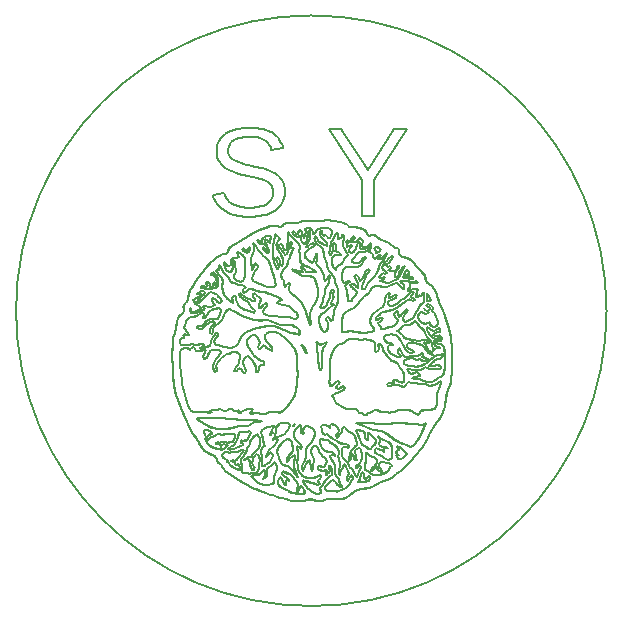
<source format=gbr>
%TF.GenerationSoftware,KiCad,Pcbnew,8.0.4*%
%TF.CreationDate,2024-08-28T13:11:29-04:00*%
%TF.ProjectId,Shaan_Lab0_tree,53686161-6e5f-44c6-9162-305f74726565,rev?*%
%TF.SameCoordinates,Original*%
%TF.FileFunction,Copper,L1,Top*%
%TF.FilePolarity,Positive*%
%FSLAX46Y46*%
G04 Gerber Fmt 4.6, Leading zero omitted, Abs format (unit mm)*
G04 Created by KiCad (PCBNEW 8.0.4) date 2024-08-28 13:11:29*
%MOMM*%
%LPD*%
G01*
G04 APERTURE LIST*
%ADD10C,0.200000*%
%TA.AperFunction,NonConductor*%
%ADD11C,0.200000*%
%TD*%
G04 APERTURE END LIST*
D10*
X161743047Y-79137872D02*
X161917739Y-79256857D01*
X162042028Y-79438017D01*
X162159122Y-79629847D01*
X162312234Y-79780843D01*
X162432527Y-79828972D01*
X147317337Y-86511892D02*
X147229547Y-86395932D01*
X154592137Y-82517822D02*
X154742627Y-82372752D01*
X154804827Y-82233612D01*
X153549437Y-79169402D02*
X153424006Y-79351484D01*
X153351452Y-79553017D01*
X153303805Y-79785958D01*
X153281000Y-79986192D01*
X153269645Y-80191558D01*
X153267742Y-80395402D01*
X153273297Y-80591072D01*
X159095047Y-72005582D02*
X158953968Y-72160104D01*
X158779971Y-72277533D01*
X158753107Y-72316112D01*
X145883117Y-71736042D02*
X145668752Y-71749827D01*
X145600193Y-71943475D01*
X145639702Y-72149784D01*
X145627775Y-72363825D01*
X145446437Y-72452462D01*
X144270997Y-78176842D02*
X144401265Y-78023465D01*
X144522386Y-78184148D01*
X144424934Y-78382329D01*
X144339537Y-78497062D01*
X160131167Y-73675332D02*
X159922204Y-73666549D01*
X160032207Y-73829412D01*
X159135147Y-70616852D02*
X159284110Y-70752228D01*
X159458310Y-70858149D01*
X159655318Y-70931630D01*
X159853557Y-70996922D01*
X152673507Y-70671622D02*
X152577199Y-70494582D01*
X152361664Y-70527307D01*
X152229997Y-70667142D01*
X149271527Y-89011782D02*
X149379983Y-89202984D01*
X149459809Y-89411227D01*
X149477624Y-89619521D01*
X149419394Y-89835420D01*
X149340624Y-90024493D01*
X149267174Y-90256014D01*
X149232917Y-90493292D01*
X162113427Y-85682362D02*
X162018652Y-85899568D01*
X161925904Y-86113648D01*
X161818005Y-86356334D01*
X161698030Y-86613897D01*
X161569058Y-86872604D01*
X161434165Y-87118725D01*
X161296428Y-87338529D01*
X161158925Y-87518285D01*
X160981269Y-87671930D01*
X160856277Y-87704842D01*
X151572997Y-87773642D02*
X151364364Y-87752359D01*
X151183737Y-87651962D01*
X161186537Y-76484162D02*
X161110828Y-76684259D01*
X160975181Y-76836651D01*
X160904067Y-76876762D01*
X158200907Y-71673482D02*
X158304506Y-71497572D01*
X158096492Y-71480346D01*
X157945494Y-71633566D01*
X157925517Y-71666642D01*
X147252397Y-87270672D02*
X147182244Y-87461426D01*
X147101657Y-87641042D01*
X157967147Y-69973812D02*
X157781854Y-69811099D01*
X157557070Y-69756426D01*
X157366014Y-69840926D01*
X157165548Y-69775936D01*
X157158487Y-69729712D01*
X153576477Y-91298142D02*
X153597033Y-91096596D01*
X153727717Y-90968372D01*
X163122647Y-80284642D02*
X162924292Y-80322427D01*
X162793012Y-80488144D01*
X162626981Y-80625582D01*
X162587497Y-80652912D01*
X161327717Y-74397602D02*
X161133991Y-74344065D01*
X161017927Y-74344202D01*
X152648927Y-71909642D02*
X152716112Y-71691254D01*
X152758881Y-71487478D01*
X152808994Y-71286741D01*
X152897334Y-71472767D01*
X152903587Y-71545712D01*
X154209227Y-87490302D02*
X154020609Y-87369474D01*
X153878948Y-87223767D01*
X153704518Y-87111452D01*
X153621317Y-87117432D01*
X161117307Y-81956502D02*
X161317341Y-82013365D01*
X161527452Y-82010488D01*
X161753702Y-82050387D01*
X161915047Y-82115182D01*
X153082077Y-91691972D02*
X153230572Y-91542688D01*
X153174513Y-91327880D01*
X153153733Y-91125010D01*
X153267197Y-91034402D01*
X151300087Y-91575122D02*
X151351400Y-91357270D01*
X151417016Y-91154838D01*
X151570517Y-91044702D01*
X156885687Y-86412422D02*
X156906331Y-86614770D01*
X156942519Y-86818659D01*
X156983527Y-86935772D01*
X146276977Y-86441242D02*
X146249040Y-86668826D01*
X146187429Y-86908491D01*
X146116843Y-87109075D01*
X146030246Y-87299127D01*
X145903592Y-87496008D01*
X145731560Y-87628806D01*
X145670817Y-87638792D01*
X144740447Y-87711552D02*
X144863210Y-87547449D01*
X145001070Y-87517227D01*
X145369957Y-86679152D02*
X145165562Y-86655091D01*
X144949645Y-86693519D01*
X144737558Y-86706959D01*
X144597417Y-86678782D01*
X146946697Y-80015472D02*
X147141296Y-80154899D01*
X147310516Y-80314203D01*
X147451068Y-80475542D01*
X147578373Y-80661473D01*
X147675955Y-80866880D01*
X147727339Y-81086653D01*
X147731037Y-81143242D01*
X158859127Y-87818332D02*
X158678845Y-87723007D01*
X158460550Y-87714934D01*
X158252615Y-87659609D01*
X158131407Y-87482982D01*
X146286527Y-78836902D02*
X146371710Y-78602377D01*
X146476581Y-78409309D01*
X146601538Y-78251010D01*
X146786588Y-78091844D01*
X146958197Y-77987326D01*
X147151186Y-77895844D01*
X147365956Y-77810709D01*
X147541567Y-77747002D01*
X162367967Y-78576652D02*
X162507594Y-78722624D01*
X162588577Y-78914822D01*
X162603127Y-79030352D01*
X149482737Y-71689622D02*
X149617087Y-71674852D01*
X159176857Y-89349382D02*
X159262147Y-89320202D01*
X145820289Y-61761609D02*
X145635534Y-61915802D01*
X145507964Y-62092157D01*
X145415453Y-62305202D01*
X145367913Y-62512532D01*
X145357620Y-62630360D01*
X141334677Y-79461462D02*
X141312891Y-79741583D01*
X141301025Y-80038239D01*
X141298924Y-80348890D01*
X141306434Y-80670997D01*
X141323398Y-81002023D01*
X141349663Y-81339427D01*
X141385073Y-81680672D01*
X141429473Y-82023219D01*
X141482708Y-82364529D01*
X141544623Y-82702064D01*
X141615063Y-83033284D01*
X141693874Y-83355652D01*
X141780899Y-83666628D01*
X141875985Y-83963674D01*
X141978976Y-84244252D01*
X142089717Y-84505822D01*
X150511307Y-71860232D02*
X150592319Y-71655397D01*
X150655456Y-71447535D01*
X150738646Y-71238218D01*
X150831027Y-71096622D01*
X157245517Y-86490412D02*
X157185205Y-86683330D01*
X157174813Y-86896242D01*
X157192996Y-87097886D01*
X157188897Y-87161262D01*
X155785987Y-91707142D02*
X155965515Y-91563841D01*
X156142189Y-91458231D01*
X156343869Y-91380385D01*
X156551140Y-91329564D01*
X156754227Y-91293967D01*
X156999386Y-91259682D01*
X157068217Y-91250972D01*
X158116757Y-70855602D02*
X157917966Y-70802805D01*
X157747176Y-70913749D01*
X157797407Y-71023342D01*
X160131167Y-73675332D02*
X160335442Y-73696862D01*
X160535654Y-73687311D01*
X160612297Y-73723752D01*
X146330117Y-88049772D02*
X146142332Y-88148550D01*
X145929890Y-88154142D01*
X145719265Y-88172983D01*
X145676767Y-88191932D01*
X161017927Y-74344202D02*
X161213395Y-74387882D01*
X161327717Y-74397602D01*
X161055557Y-73739152D02*
X160855986Y-73803845D01*
X160648796Y-73741873D01*
X160612297Y-73723752D01*
X151610767Y-72714822D02*
X151520484Y-72532520D01*
X151721143Y-72570720D01*
X151873959Y-72745017D01*
X151978527Y-72914592D01*
X158476327Y-76911762D02*
X158391397Y-76786362D01*
X154001247Y-70848752D02*
X154054651Y-70650826D01*
X154077570Y-70437950D01*
X154172454Y-70241189D01*
X154212077Y-70183622D01*
X151668217Y-90540362D02*
X151900928Y-90608490D01*
X152126222Y-90687703D01*
X152316752Y-90753647D01*
X152511985Y-90817420D01*
X152758185Y-90886988D01*
X152961316Y-90923688D01*
X153124767Y-90858962D01*
X161355907Y-74622952D02*
X161421211Y-74429680D01*
X161327717Y-74397602D01*
X162199107Y-82461702D02*
X161995307Y-82394261D01*
X161776852Y-82417286D01*
X161552767Y-82408714D01*
X161488277Y-82395522D01*
X145282567Y-75161662D02*
X145135451Y-74994488D01*
X144983671Y-74760807D01*
X144899373Y-74545201D01*
X144865472Y-74344946D01*
X144869129Y-74097110D01*
X144891497Y-73865264D01*
X144892071Y-73642950D01*
X144830349Y-73423712D01*
X144718810Y-73257417D01*
X144603887Y-73144152D01*
X160867947Y-74417702D02*
X161017927Y-74344202D01*
X159353787Y-82208172D02*
X159189767Y-82329102D01*
X146946697Y-80015472D02*
X146781620Y-80167231D01*
X146679643Y-80342094D01*
X146597310Y-80550815D01*
X146580167Y-80658382D01*
X159225407Y-88614352D02*
X159226588Y-88400093D01*
X159230838Y-88190908D01*
X159228875Y-87944250D01*
X159204961Y-87723267D01*
X159126373Y-87505862D01*
X158969109Y-87356669D01*
X158894767Y-87325042D01*
X150877947Y-85965822D02*
X151029356Y-85829349D01*
X151032027Y-85808762D01*
X155861557Y-70731572D02*
X155794877Y-70604062D01*
X160839517Y-75292302D02*
X160639033Y-75246651D01*
X160592177Y-75260392D01*
X147503457Y-89679912D02*
X147658268Y-89551229D01*
X147575347Y-89466472D01*
X149940397Y-75682042D02*
X150148142Y-75712688D01*
X150352497Y-75758892D01*
X148216387Y-85522942D02*
X147988578Y-85500732D01*
X147783579Y-85488839D01*
X147543334Y-85477689D01*
X147280926Y-85467011D01*
X147009436Y-85456533D01*
X146741946Y-85445985D01*
X146491540Y-85435095D01*
X146271298Y-85423592D01*
X146047176Y-85406832D01*
X145973637Y-85397662D01*
X151815139Y-79555491D02*
X151727778Y-79371163D01*
X151667387Y-79268982D01*
X150408357Y-69524342D02*
X150545764Y-69706200D01*
X150678075Y-69873666D01*
X150817646Y-70029668D01*
X150981483Y-70186164D01*
X151090507Y-70274662D01*
X161631177Y-77589812D02*
X161487966Y-77449059D01*
X161374842Y-77270823D01*
X161267337Y-77100875D01*
X161209277Y-77052562D01*
X161068267Y-80907932D02*
X160847854Y-80875130D01*
X160642696Y-80852879D01*
X160434996Y-80802557D01*
X160289767Y-80671282D01*
X148030517Y-91450342D02*
X148271993Y-91545171D01*
X148540295Y-91643217D01*
X148730503Y-91709308D01*
X148927290Y-91775240D01*
X149128517Y-91840375D01*
X149332047Y-91904078D01*
X149535742Y-91965714D01*
X149737463Y-92024646D01*
X149935074Y-92080239D01*
X150219106Y-92155976D01*
X150481864Y-92220623D01*
X150716132Y-92272033D01*
X150914697Y-92308062D01*
X156160177Y-73555522D02*
X156271908Y-73746221D01*
X156347524Y-73961899D01*
X156383482Y-74160825D01*
X156327677Y-74280752D01*
X144649447Y-80381262D02*
X144776647Y-80223497D01*
X144926622Y-80077715D01*
X145098191Y-79948287D01*
X145265657Y-79880642D01*
X151032027Y-85808762D02*
X150918917Y-85830862D01*
X146532617Y-89540482D02*
X146533698Y-89777716D01*
X146625556Y-89961344D01*
X146843525Y-89956131D01*
X147054097Y-89940849D01*
X147141387Y-89996542D01*
X149021097Y-90911102D02*
X149201719Y-90805498D01*
X149225775Y-90598237D01*
X149232917Y-90493292D01*
X157696837Y-87580682D02*
X157531204Y-87733137D01*
X157450960Y-87937217D01*
X157255447Y-87931682D01*
X156082957Y-88032022D02*
X156249029Y-87889482D01*
X156439809Y-87823749D01*
X156638837Y-87918662D01*
X141756607Y-77821752D02*
X141623997Y-77663394D01*
X141680262Y-77457212D01*
X141705197Y-77437342D01*
X156632137Y-89400412D02*
X156556611Y-89619351D01*
X156467777Y-89817948D01*
X156375508Y-90020971D01*
X156295400Y-90213218D01*
X156278997Y-90266962D01*
X147596697Y-90135202D02*
X147801574Y-90124662D01*
X148002654Y-90051602D01*
X148160156Y-89910730D01*
X148243587Y-89817102D01*
X142704827Y-77631652D02*
X142867881Y-77769786D01*
X143089779Y-77736044D01*
X143262333Y-77634112D01*
X143413875Y-77502459D01*
X143475257Y-77438212D01*
X146404127Y-76542882D02*
X146231100Y-76437004D01*
X146051336Y-76347504D01*
X146014387Y-76338262D01*
X149274267Y-70114612D02*
X149214787Y-70343466D01*
X149190487Y-70542720D01*
X149173914Y-70775468D01*
X149165616Y-71028659D01*
X149166136Y-71289246D01*
X149176021Y-71544177D01*
X149195815Y-71780406D01*
X149202377Y-71835012D01*
X154190337Y-83398882D02*
X154285796Y-83585659D01*
X154325797Y-83692652D01*
X148717791Y-64292139D02*
X148910853Y-64369378D01*
X149099534Y-64455891D01*
X149279854Y-64548402D01*
X149291966Y-64555094D01*
X148225837Y-70523952D02*
X148431596Y-70526861D01*
X148536867Y-70716772D01*
X155148267Y-89220242D02*
X155120251Y-89428785D01*
X155024789Y-89608824D01*
X154892121Y-89760746D01*
X154844687Y-89896932D01*
X158148917Y-88411822D02*
X158350175Y-88510900D01*
X158527112Y-88643900D01*
X158692750Y-88762895D01*
X158889086Y-88820089D01*
X159074916Y-88744338D01*
X159108447Y-88716892D01*
X148536867Y-70716772D02*
X148437425Y-70538306D01*
X148225837Y-70523952D01*
X145751397Y-89014142D02*
X145938440Y-89090267D01*
X145989907Y-89223972D01*
X158862607Y-84803662D02*
X158660665Y-84746956D01*
X158450856Y-84755174D01*
X158244593Y-84739944D01*
X158189517Y-84707812D01*
X145192037Y-84674302D02*
X144993520Y-84728305D01*
X144861902Y-84577698D01*
X144836067Y-84564412D01*
X163050017Y-81119752D02*
X163257905Y-81116565D01*
X163412687Y-81036442D01*
X147744077Y-90653582D02*
X147593200Y-90503651D01*
X147449588Y-90352251D01*
X147332041Y-90183066D01*
X147542500Y-90134502D01*
X147596697Y-90135202D01*
X148893937Y-86053612D02*
X149095987Y-85992819D01*
X149292466Y-85940182D01*
X149312617Y-85968932D01*
X162603127Y-79030352D02*
X162661630Y-79225976D01*
X162717977Y-79372172D01*
X158534567Y-87132952D02*
X158718371Y-87241207D01*
X158894767Y-87325042D01*
X150989207Y-77574912D02*
X151176094Y-77655481D01*
X151356965Y-77740969D01*
X151391607Y-77797412D01*
X142102997Y-79484802D02*
X142234285Y-79326258D01*
X142442112Y-79311983D01*
X142564875Y-79472635D01*
X142678487Y-79644482D01*
X148626377Y-70172192D02*
X148716787Y-70357278D01*
X148864647Y-70457892D01*
X162366987Y-80828842D02*
X162522100Y-80698302D01*
X162587497Y-80652912D01*
X146225927Y-81137162D02*
X146083543Y-81287910D01*
X145884107Y-81301422D01*
X151804967Y-70007832D02*
X151693728Y-69839826D01*
X151619511Y-69625152D01*
X151546240Y-69426911D01*
X151437197Y-69355982D01*
X147865397Y-86631232D02*
X147916375Y-86829518D01*
X147959137Y-86887382D01*
X154190337Y-83398882D02*
X154356035Y-83260598D01*
X154554669Y-83183207D01*
X154773217Y-83113785D01*
X154978742Y-83027550D01*
X155138308Y-82899716D01*
X155218978Y-82705501D01*
X155222747Y-82656512D01*
X148672856Y-67158021D02*
X148845348Y-67021516D01*
X148974973Y-66867175D01*
X149086051Y-66666089D01*
X149151676Y-66476183D01*
X149189967Y-66270402D01*
X149195438Y-66188580D01*
X152576487Y-87061932D02*
X152473601Y-87240539D01*
X152334694Y-87413700D01*
X152284827Y-87464342D01*
X157842987Y-87354582D02*
X157856729Y-87146224D01*
X157719460Y-86949920D01*
X157564038Y-86781680D01*
X157406555Y-86631335D01*
X157245517Y-86490412D01*
X158030247Y-86804693D02*
X158073297Y-86905372D01*
X155338507Y-68854982D02*
X155518379Y-68952899D01*
X155593047Y-69120072D01*
X149291966Y-64555094D02*
X149477819Y-64676235D01*
X149640612Y-64809414D01*
X149757963Y-64923731D01*
X148243587Y-89817102D02*
X148104567Y-89967658D01*
X147935134Y-90088571D01*
X147733132Y-90131541D01*
X147596697Y-90135202D01*
X154372497Y-88527942D02*
X154341578Y-88320408D01*
X154198553Y-88176652D01*
X153976602Y-88142670D01*
X153761424Y-88124123D01*
X153544505Y-88051071D01*
X153385925Y-87913452D01*
X153315867Y-87807792D01*
X152125787Y-68612122D02*
X151885430Y-68618157D01*
X151645174Y-68642818D01*
X151441545Y-68689577D01*
X151233669Y-68765970D01*
X151010494Y-68790720D01*
X150835867Y-68764592D01*
X159702817Y-88027302D02*
X159600824Y-88211462D01*
X159689647Y-88311512D01*
X146672077Y-74988972D02*
X146857322Y-75094390D01*
X147040724Y-75175231D01*
X147099817Y-75193592D01*
X146239597Y-84733912D02*
X146413503Y-84844957D01*
X146454267Y-84808162D01*
X154215357Y-74417222D02*
X154041244Y-74539595D01*
X154018488Y-74770364D01*
X154009497Y-74872272D01*
X153621317Y-87117432D02*
X153825701Y-87144967D01*
X153949589Y-87307931D01*
X154121683Y-87439243D01*
X154209227Y-87490302D01*
X147101657Y-87641042D02*
X146986853Y-87837183D01*
X146915783Y-88026856D01*
X146845054Y-88241190D01*
X146738602Y-88449428D01*
X146580047Y-88624172D01*
X148626377Y-70172192D02*
X148512147Y-70118062D01*
X145111947Y-88712802D02*
X145290283Y-88810169D01*
X145300927Y-88823802D01*
X154373997Y-71476272D02*
X154578715Y-71491520D01*
X154780867Y-71510697D01*
X154833887Y-71524942D01*
D11*
X148325407Y-84970912D02*
X148325277Y-84971322D01*
D10*
X144314707Y-75326452D02*
X144478566Y-75489997D01*
X144671641Y-75563701D01*
X144819146Y-75403154D01*
X144743879Y-75207856D01*
X144630697Y-75145422D01*
X161719997Y-80404702D02*
X161527450Y-80309970D01*
X161322917Y-80349404D01*
X161101278Y-80275192D01*
X160989547Y-80192512D01*
X147675667Y-85647972D02*
X147458962Y-85707340D01*
X147277690Y-85802489D01*
X147101040Y-85911866D01*
X147002077Y-85968932D01*
X146816467Y-74246712D02*
X146697314Y-74070600D01*
X146512777Y-74046182D01*
X158285367Y-71078342D02*
X158121584Y-71211885D01*
X157940628Y-71302510D01*
X157846947Y-71353482D01*
X159964077Y-80055812D02*
X159771458Y-80122682D01*
X159560234Y-80065173D01*
X159372177Y-79978755D01*
X159188391Y-79866334D01*
X159028472Y-79737062D01*
X158891990Y-79565721D01*
X158864987Y-79497822D01*
X144057807Y-73195192D02*
X144258624Y-73243827D01*
X144325627Y-73388012D01*
X152874247Y-79163442D02*
X152854002Y-79366309D01*
X152900807Y-79576152D01*
X159988517Y-78732862D02*
X159867791Y-78567921D01*
X159742355Y-78395944D01*
X159570779Y-78263186D01*
X159356905Y-78217847D01*
X159178357Y-78211002D01*
X152895097Y-75216562D02*
X152977143Y-74984211D01*
X152993532Y-74730274D01*
X152980923Y-74516359D01*
X152949704Y-74293932D01*
X152902333Y-74073432D01*
X152841271Y-73865296D01*
X152742810Y-73625056D01*
X152630213Y-73450096D01*
X152539997Y-73376602D01*
X146036847Y-72704992D02*
X146061559Y-72907554D01*
X145957997Y-73064942D01*
X158189517Y-84707812D02*
X158398152Y-84761435D01*
X158612740Y-84743280D01*
X158830019Y-84790360D01*
X158862607Y-84803662D01*
X161068267Y-80907932D02*
X161288432Y-80936586D01*
X161508394Y-80920278D01*
X161724042Y-80864155D01*
X161931262Y-80773363D01*
X162125944Y-80653048D01*
X162303977Y-80508359D01*
X162369607Y-80444812D01*
X153246397Y-75733222D02*
X153140090Y-75909723D01*
X153321029Y-75997425D01*
X153521640Y-75907535D01*
X153691994Y-75747350D01*
X153749257Y-75611912D01*
X160174607Y-76851552D02*
X160224240Y-76652610D01*
X160339246Y-76473818D01*
X160485504Y-76307059D01*
X160579387Y-76176972D01*
X144836067Y-84564412D02*
X144631189Y-84552895D01*
X144430513Y-84566744D01*
X144213167Y-84590161D01*
X144011816Y-84617626D01*
X143804455Y-84656218D01*
X143793957Y-84659652D01*
X154237187Y-92120612D02*
X154439378Y-92142177D01*
X154676533Y-92155279D01*
X154883706Y-92148600D01*
X155112289Y-92109289D01*
X155321203Y-92031812D01*
X155525547Y-91912135D01*
X155695878Y-91783300D01*
X155785987Y-91707142D01*
X160498447Y-82312962D02*
X160409636Y-82509504D01*
X160256684Y-82641959D01*
X160228637Y-82646712D01*
X152284827Y-87464342D02*
X152145982Y-87609369D01*
X152031625Y-87773697D01*
X151974586Y-87966048D01*
X151953961Y-88168875D01*
X151944737Y-88347632D01*
X163077567Y-74991492D02*
X163017795Y-74794155D01*
X162926395Y-74575161D01*
X162811181Y-74376761D01*
X162669662Y-74200186D01*
X162499349Y-74046669D01*
X162402617Y-73978942D01*
X154310667Y-72607522D02*
X154477290Y-72722501D01*
X154507337Y-72634232D01*
X149584297Y-87848382D02*
X149696911Y-87663323D01*
X149847336Y-87477293D01*
X150021388Y-87309728D01*
X150204882Y-87180062D01*
X150425915Y-87100882D01*
X150642362Y-87177562D01*
X150734925Y-87363108D01*
X150749567Y-87429082D01*
X160203187Y-88009542D02*
X160370911Y-88134729D01*
X160510654Y-88290324D01*
X160511477Y-88314482D01*
X144325627Y-73388012D02*
X144189984Y-73235728D01*
X144057807Y-73195192D01*
X162974977Y-78920332D02*
X163167284Y-78998561D01*
X163384825Y-79022777D01*
X163554458Y-79159235D01*
X163642824Y-79378716D01*
X163689661Y-79638565D01*
X163709498Y-79866304D01*
X163718902Y-80143346D01*
X163719337Y-80301882D01*
X151626517Y-72225002D02*
X151761040Y-72376834D01*
X151857217Y-72391622D01*
X143881627Y-73194072D02*
X143977051Y-73014764D01*
X144100027Y-72957172D01*
X142219337Y-76380462D02*
X142431192Y-76420288D01*
X142668198Y-76372332D01*
X142876058Y-76304924D01*
X143076201Y-76223834D01*
X143281856Y-76120291D01*
X143409307Y-76010462D01*
X143475257Y-77438212D02*
X143638651Y-77293745D01*
X143815720Y-77190193D01*
X144025976Y-77118536D01*
X144230014Y-77126652D01*
X144180830Y-77324265D01*
X144051117Y-77437222D01*
X150430577Y-69888882D02*
X150408749Y-69676568D01*
X150408357Y-69524342D01*
X152673507Y-70671622D02*
X152513132Y-70811535D01*
X152388307Y-70872512D01*
D11*
X161849737Y-80005282D02*
X161758727Y-80132802D01*
D10*
X142187447Y-75973952D02*
X142256913Y-76170865D01*
X142330847Y-76322102D01*
X159826117Y-72369392D02*
X159795310Y-72580895D01*
X159688037Y-72756412D01*
X156910867Y-78613142D02*
X156734968Y-78720962D01*
X156524263Y-78680780D01*
X156480767Y-78666292D01*
X156992057Y-71664292D02*
X156801420Y-71758830D01*
X156664956Y-71943377D01*
X156529635Y-72110247D01*
X156445367Y-72160072D01*
X162432527Y-79828972D02*
X162591654Y-79966040D01*
X162704327Y-79933642D01*
X146454267Y-84808162D02*
X146616248Y-84676606D01*
X146806342Y-84599297D01*
X147020370Y-84534901D01*
X147221321Y-84491028D01*
X147423261Y-84482518D01*
X147431937Y-84488072D01*
X162017597Y-80991492D02*
X162213296Y-81065501D01*
X162417208Y-81110509D01*
X162621101Y-81124822D01*
X162852550Y-81122954D01*
X163050017Y-81119752D01*
X151875737Y-69304572D02*
X151933978Y-69498761D01*
X151889692Y-69712919D01*
X151829518Y-69912926D01*
X151804967Y-70007832D01*
X142827237Y-74797632D02*
X142886221Y-74604971D01*
X143113101Y-74536539D01*
X143289367Y-74540002D01*
X158326337Y-76406292D02*
X158489673Y-76282399D01*
X158696177Y-76283240D01*
X158796047Y-76256432D01*
X156699407Y-70543342D02*
X156770705Y-70340740D01*
X156654168Y-70155708D01*
X156484242Y-70031623D01*
X156474177Y-70030552D01*
X148283817Y-77024122D02*
X148519265Y-77010454D01*
X148721078Y-77018240D01*
X148945653Y-77055222D01*
X149169903Y-77131140D01*
X149350937Y-77223117D01*
X149540591Y-77329145D01*
X149734297Y-77400832D01*
X145686567Y-86140152D02*
X145445142Y-86178207D01*
X145240393Y-86195905D01*
X145017327Y-86207135D01*
X144790277Y-86211616D01*
X144573576Y-86209065D01*
X144339090Y-86195558D01*
X144171167Y-86170072D01*
X151153457Y-76421682D02*
X150988707Y-76285084D01*
X150822972Y-76151328D01*
X150769557Y-76060112D01*
X151437197Y-69355982D02*
X151330631Y-69541421D01*
X151262771Y-69747178D01*
X151146537Y-69718652D01*
X155785987Y-91707142D02*
X155609387Y-91851545D01*
X155443392Y-91965328D01*
X155239031Y-92067641D01*
X155024062Y-92129367D01*
X154783384Y-92154541D01*
X154562186Y-92151071D01*
X154307142Y-92128853D01*
X154237187Y-92120612D01*
X143863497Y-79138232D02*
X143912537Y-78957572D01*
X149649977Y-88577582D02*
X149561568Y-88384430D01*
X149485232Y-88174640D01*
X149542799Y-87938654D01*
X149584297Y-87848382D01*
X146816467Y-74246712D02*
X146649766Y-74389557D01*
X146595253Y-74586303D01*
X146698767Y-74670602D01*
X150727477Y-70905422D02*
X150915337Y-70907782D01*
X147540197Y-84888872D02*
X147322351Y-84927823D01*
X147351475Y-84718243D01*
X147449565Y-84532696D01*
X147431937Y-84488072D01*
X143623387Y-76478052D02*
X143763878Y-76281625D01*
X143949167Y-76144766D01*
X144155502Y-76059036D01*
X144359129Y-76015998D01*
X144566466Y-76008826D01*
X144694657Y-76036402D01*
X154781247Y-88886752D02*
X154857850Y-89081484D01*
X154846430Y-89282891D01*
X154813527Y-89392462D01*
X157501777Y-84743312D02*
X157682742Y-84627027D01*
X157910015Y-84622215D01*
X158127252Y-84673351D01*
X158189517Y-84707812D01*
X158573047Y-89023942D02*
X158373146Y-88992561D01*
X158257057Y-88968072D01*
X161494227Y-76902192D02*
X161624377Y-77094825D01*
X161794985Y-77238735D01*
X161987226Y-77309682D01*
X162209276Y-77270332D01*
X162287757Y-77215462D01*
X150257117Y-90944362D02*
X150162956Y-90971926D01*
X147427457Y-91181032D02*
X147549757Y-91259012D01*
X153621317Y-87117432D02*
X153404118Y-87109405D01*
X153205075Y-87056201D01*
X153149747Y-87053992D01*
X154564677Y-85996122D02*
X154386016Y-85876223D01*
X154182191Y-85813841D01*
X153993223Y-85890243D01*
X153988557Y-85986812D01*
X164291247Y-81516742D02*
X164256181Y-81714764D01*
X164241154Y-81922999D01*
X164229549Y-82151553D01*
X164196301Y-82358772D01*
X164133203Y-82555230D01*
X164073467Y-82688842D01*
X163480237Y-80151292D02*
X163309955Y-80271393D01*
X163122647Y-80284642D01*
X159689647Y-88311512D02*
X159837111Y-88450694D01*
X159685057Y-88467342D01*
X143912537Y-78957572D02*
X143899760Y-78747754D01*
X144002025Y-78565790D01*
X144084007Y-78416482D01*
X158257057Y-88968072D02*
X158457925Y-88984354D01*
X158573047Y-89023942D01*
X161915047Y-82115182D02*
X161721479Y-82039725D01*
X161512190Y-82011777D01*
X161290980Y-82008286D01*
X161117307Y-81956502D01*
X148225837Y-70523952D02*
X148025159Y-70581639D01*
X147907478Y-70415856D01*
X147854097Y-70323682D01*
D11*
X148688467Y-74175212D02*
X148688437Y-74175462D01*
D10*
X147356295Y-72504870D02*
X147337385Y-72298895D01*
X147322167Y-72180902D01*
X151955067Y-79809592D02*
X151926023Y-79585663D01*
X151844743Y-79385649D01*
X151765693Y-79201804D01*
X151764477Y-79198962D01*
X161544167Y-81738342D02*
X161332302Y-81782746D01*
X161125933Y-81826162D01*
X161063287Y-81823392D01*
X161543267Y-75851172D02*
X161668807Y-75679754D01*
X161827733Y-75530413D01*
X161950897Y-75422812D01*
X163277817Y-78545612D02*
X163155147Y-78513702D01*
X143428797Y-79721202D02*
X143496844Y-79529347D01*
X143294273Y-79551953D01*
X143099231Y-79598402D01*
X142850602Y-79636102D01*
X142678487Y-79644482D01*
X148476017Y-79209412D02*
X148318033Y-79080014D01*
X148215882Y-79264798D01*
X148063032Y-79426826D01*
X147968807Y-79441962D01*
X159519797Y-73606172D02*
X159716046Y-73480998D01*
X159838598Y-73309951D01*
X159957788Y-73104059D01*
X160070883Y-72893781D01*
X160175148Y-72709576D01*
X160250367Y-72601452D01*
X154844687Y-89896932D02*
X154823126Y-90102950D01*
X154724495Y-89890356D01*
X154752264Y-89641323D01*
X154813527Y-89392462D01*
X144977727Y-89617222D02*
X144872582Y-89439328D01*
X144853197Y-89351142D01*
X153500797Y-74989732D02*
X153418324Y-75182413D01*
X153372551Y-75391097D01*
X153320757Y-75593235D01*
X153246397Y-75733222D01*
X151478787Y-75385592D02*
X151323972Y-75240753D01*
X151238527Y-75166322D01*
X156885687Y-86412422D02*
X156617925Y-86346676D01*
X156379927Y-86301293D01*
X156255958Y-86460862D01*
X156354890Y-86661114D01*
X156450962Y-86879175D01*
X156517271Y-87076875D01*
X156536297Y-87149332D01*
X148328757Y-86175162D02*
X148535736Y-86106527D01*
X148736669Y-86067221D01*
X148893937Y-86053612D01*
X147549757Y-91259012D02*
X147427457Y-91181032D01*
X150527067Y-86100052D02*
X150390925Y-86262824D01*
X150280117Y-86437782D01*
X156177457Y-85724202D02*
X156441708Y-85689146D01*
X156724016Y-85678914D01*
X157020334Y-85687563D01*
X157223664Y-85700883D01*
X157430222Y-85718191D01*
X157638809Y-85737725D01*
X157848226Y-85757726D01*
X158057273Y-85776432D01*
X158264751Y-85792081D01*
X158469460Y-85802912D01*
X158670202Y-85807164D01*
X158961251Y-85797355D01*
X159236627Y-85762836D01*
X159324237Y-85744812D01*
X145676767Y-88191932D02*
X145471922Y-88231219D01*
X145272753Y-88161813D01*
X145118277Y-88160392D01*
X155468727Y-71512912D02*
X155311565Y-71654248D01*
X155191511Y-71826508D01*
X155182047Y-71894212D01*
X150931617Y-76882582D02*
X151133287Y-76931139D01*
X151245461Y-76757242D01*
X151214732Y-76554448D01*
X151153457Y-76421682D01*
X145111307Y-61231537D02*
X145328735Y-61101100D01*
X145569200Y-60995042D01*
X145822998Y-60910840D01*
X146080431Y-60845973D01*
X146331798Y-60797917D01*
X146567397Y-60764152D01*
X146777527Y-60742156D01*
X147001318Y-60726776D01*
X147173344Y-60721437D01*
X145113437Y-72128522D02*
X145038317Y-72306192D01*
X147989047Y-80970032D02*
X147950094Y-81178206D01*
X147869206Y-81383532D01*
X147733306Y-81198694D01*
X147731037Y-81143242D01*
X140826227Y-78145202D02*
X140891319Y-77929658D01*
X140936970Y-77729625D01*
X140979125Y-77484601D01*
X141014387Y-77261290D01*
X141058568Y-77056340D01*
X141127480Y-76866402D01*
X141236936Y-76688124D01*
X141402747Y-76518156D01*
X141511727Y-76435242D01*
X149482737Y-71689622D02*
X149415142Y-71896662D01*
X149498622Y-72078608D01*
X149607752Y-72274105D01*
X149641667Y-72467992D01*
X143914787Y-74280622D02*
X144056249Y-74139205D01*
X144095251Y-74002340D01*
X161528147Y-81504292D02*
X161593303Y-81697258D01*
X161544167Y-81738342D01*
X149750084Y-88875245D02*
X149672035Y-88685707D01*
X149649977Y-88577582D01*
X148380147Y-87655052D02*
X148402247Y-87480232D01*
X162017597Y-80991492D02*
X161834066Y-81137324D01*
X161610104Y-81234864D01*
X161387067Y-81261709D01*
X161159455Y-81243010D01*
X160921768Y-81203917D01*
X160720669Y-81174859D01*
X160506787Y-81161722D01*
X148212907Y-87857562D02*
X148155560Y-88051432D01*
X148152515Y-88266280D01*
X148219206Y-88463874D01*
X148255300Y-88691435D01*
X148246999Y-88927029D01*
X148214027Y-89165242D01*
X160511477Y-88314482D02*
X160410787Y-88438022D01*
X153128567Y-77409032D02*
X153188670Y-77611223D01*
X153273598Y-77803249D01*
X153381487Y-77920842D01*
X164294857Y-79104882D02*
X164315321Y-79329185D01*
X164326685Y-79554166D01*
X164334657Y-79813296D01*
X164339254Y-80093527D01*
X164340497Y-80381814D01*
X164338403Y-80665108D01*
X164332992Y-80930363D01*
X164324284Y-81164531D01*
X164307576Y-81405848D01*
X164291247Y-81516742D01*
X148512147Y-70118062D02*
X148496077Y-70346417D01*
X148589110Y-70562775D01*
X148685302Y-70763127D01*
X148760077Y-70974461D01*
X148777448Y-71189979D01*
X148745347Y-71318472D01*
X145113437Y-72128522D02*
X145202360Y-72311630D01*
X145356429Y-72439683D01*
X145446437Y-72452462D01*
X157155827Y-74009222D02*
X157056982Y-74223124D01*
X156922915Y-74391604D01*
X156724732Y-74319984D01*
X156717167Y-74116752D01*
X150088657Y-73797662D02*
X150106824Y-74007076D01*
X150157451Y-74211879D01*
X150238897Y-74125332D01*
X148380147Y-87655052D02*
X148230146Y-87810361D01*
X148212907Y-87857562D01*
X158475597Y-72352752D02*
X158363090Y-72526983D01*
X158454065Y-72707689D01*
X158502917Y-72731702D01*
X141302157Y-78730742D02*
X141258923Y-78950067D01*
X141397524Y-79121282D01*
X141615935Y-79131679D01*
X141833782Y-79105118D01*
X142069352Y-79070852D01*
X142303626Y-79050387D01*
X142517587Y-79065232D01*
X145038317Y-72306192D02*
X145112642Y-72508938D01*
X145194110Y-72715122D01*
X145354438Y-72870812D01*
X145474137Y-72927752D01*
X161119017Y-74610892D02*
X160982581Y-74760462D01*
X160849687Y-74936774D01*
X160967268Y-75122985D01*
X161049727Y-75153112D01*
X155276017Y-74113532D02*
X155413145Y-73958126D01*
X155564479Y-73802956D01*
X155656947Y-73729492D01*
D11*
X160497530Y-60831279D02*
X157668263Y-65121780D01*
D10*
X147737377Y-88331262D02*
X147595943Y-88477843D01*
X147499272Y-88656488D01*
X147428885Y-88869085D01*
X147404774Y-89091223D01*
X147446931Y-89298489D01*
X147575347Y-89466472D01*
X148416558Y-61733316D02*
X148232740Y-61646520D01*
X148029770Y-61581295D01*
X147821105Y-61534558D01*
X147620202Y-61503230D01*
X147400490Y-61481041D01*
X147198640Y-61470874D01*
X147163359Y-61470361D01*
X149750084Y-88875245D02*
X149851174Y-89057178D01*
X149942747Y-89179522D01*
X158640737Y-73342822D02*
X158518355Y-73510681D01*
X158332997Y-73617970D01*
X158201207Y-73686492D01*
X160913657Y-71972222D02*
X160719685Y-71837593D01*
X160510413Y-71747987D01*
X160303374Y-71685588D01*
X160082558Y-71621539D01*
X159901327Y-71522841D01*
X159852187Y-71437082D01*
X161409177Y-85831982D02*
X161199188Y-85802798D01*
X160937695Y-85778548D01*
X160706093Y-85761372D01*
X160457692Y-85746161D01*
X160204745Y-85733903D01*
X159959504Y-85725589D01*
X159734223Y-85722205D01*
X159486074Y-85727074D01*
X159324237Y-85744812D01*
D11*
X155527447Y-75401972D02*
X155527707Y-75401562D01*
D10*
X151944737Y-88347632D02*
X151932600Y-88566499D01*
X151909224Y-88766704D01*
X151826632Y-88955499D01*
X151788537Y-88991292D01*
X158224527Y-77114142D02*
X158042053Y-77212818D01*
X158015677Y-77268972D01*
X145282567Y-75161662D02*
X145438906Y-75308358D01*
X145599913Y-75438614D01*
X145774524Y-75546646D01*
X145797597Y-75546442D01*
X158015677Y-77268972D02*
X158166293Y-77126359D01*
X158224527Y-77114142D01*
X156220397Y-84531742D02*
X156012587Y-84484684D01*
X155836737Y-84479712D01*
X143625967Y-80001942D02*
X143719994Y-79804946D01*
X143851730Y-79632739D01*
X143951147Y-79541792D01*
X144421467Y-87334852D02*
X144292467Y-87390352D01*
X156480767Y-78666292D02*
X156258006Y-78620493D01*
X156043831Y-78601426D01*
X155824410Y-78596623D01*
X155603965Y-78610449D01*
X155496287Y-78634012D01*
X152164627Y-88808652D02*
X152298477Y-88853842D01*
X159213007Y-79103862D02*
X159007504Y-79112363D01*
X158885001Y-79280555D01*
X158864987Y-79497822D01*
X158178837Y-86919032D02*
X158030247Y-86804693D01*
X149092107Y-88235892D02*
X148874738Y-88243449D01*
X148731172Y-88434156D01*
X148605545Y-88593005D01*
X148586397Y-88492792D01*
X154996517Y-87790652D02*
X155204410Y-87750343D01*
X155406492Y-87776286D01*
X155526197Y-87848262D01*
X144717357Y-79172012D02*
X144908974Y-79240194D01*
X145116260Y-79286930D01*
X145183467Y-79308842D01*
X155593047Y-69120072D02*
X155504772Y-68939592D01*
X155338507Y-68854982D01*
X150769557Y-76060112D02*
X150659906Y-75882787D01*
X150471598Y-75781145D01*
X150352497Y-75758892D01*
X144348717Y-80905352D02*
X144384516Y-80701509D01*
X144525022Y-80540430D01*
X144649447Y-80381262D01*
X147003327Y-74471442D02*
X146835357Y-74594793D01*
X146698767Y-74670602D01*
X148032157Y-75511822D02*
X147960781Y-75700449D01*
X147939312Y-75906602D01*
X147975057Y-75983142D01*
X154469217Y-82244162D02*
X154656297Y-82146464D01*
X154804827Y-82233612D01*
X150026297Y-89805552D02*
X149935716Y-89994141D01*
X150075764Y-90174117D01*
X150243031Y-90301978D01*
X150362407Y-90354962D01*
X163511777Y-79881362D02*
X163304331Y-79963061D01*
X163103630Y-79991630D01*
X162895763Y-80053309D01*
X162684222Y-80172682D01*
X162482793Y-80335443D01*
X162369607Y-80444812D01*
X163050017Y-81119752D02*
X162816754Y-81123662D01*
X162590930Y-81124107D01*
X162388722Y-81106297D01*
X162182556Y-81055719D01*
X162017597Y-80991492D01*
X162690777Y-78252342D02*
X162860537Y-78116070D01*
X163042088Y-78029545D01*
X163273098Y-78024856D01*
X163311467Y-78024882D01*
X147975057Y-75983142D02*
X148171867Y-75919708D01*
X148301255Y-75751704D01*
X148426877Y-75662302D01*
X162482687Y-77269842D02*
X162498921Y-77482484D01*
X162721924Y-77543244D01*
X162802767Y-77541762D01*
X148311157Y-76281872D02*
X148364502Y-76081097D01*
X148512970Y-75926901D01*
X148654476Y-75778417D01*
X148671477Y-75718062D01*
X161409177Y-85831982D02*
X161621777Y-85876287D01*
X161833208Y-85846660D01*
X162008203Y-85741303D01*
X162113427Y-85682362D01*
X158530967Y-90645922D02*
X158320420Y-90686627D01*
X158131987Y-90776090D01*
X157946044Y-90894660D01*
X157742963Y-91022689D01*
X157554973Y-91118718D01*
X157333407Y-91198166D01*
X157068217Y-91250972D01*
X142864997Y-76096872D02*
X142688763Y-76212819D01*
X142497405Y-76291961D01*
X142330847Y-76322102D01*
X159852187Y-71437082D02*
X159992290Y-71584967D01*
X160187515Y-71653797D01*
X160384800Y-71708423D01*
X160594836Y-71779567D01*
X160800091Y-71885044D01*
X160913657Y-71972222D01*
X144853197Y-89351142D02*
X144737871Y-89185035D01*
X144534939Y-89127120D01*
X144411633Y-88932899D01*
X144391307Y-88844062D01*
X158224527Y-77114142D02*
X158382604Y-76984825D01*
X158476327Y-76911762D01*
X149750567Y-72013192D02*
X149683872Y-71818597D01*
X149617087Y-71674852D01*
X154507337Y-72634232D02*
X154310667Y-72607522D01*
X154562117Y-74199552D02*
X154645773Y-74391765D01*
X154677448Y-74596519D01*
X154684009Y-74814164D01*
X154685907Y-74942172D01*
D11*
X150007605Y-62407347D02*
X149029011Y-62578768D01*
D10*
X158900097Y-75550562D02*
X158939274Y-75751078D01*
X159134560Y-75799403D01*
X159252847Y-75770082D01*
X148671477Y-75718062D02*
X148487779Y-75628150D01*
X148426877Y-75662302D01*
X150831027Y-71096622D02*
X150712438Y-71295174D01*
X150635666Y-71509322D01*
X150577019Y-71707322D01*
X150511307Y-71860232D01*
X158791577Y-82407332D02*
X158921103Y-82573476D01*
X159140620Y-82579447D01*
X159297537Y-82528642D01*
X148214027Y-89165242D02*
X148231604Y-89370448D01*
X148444351Y-89321745D01*
X148506807Y-89275262D01*
X145300927Y-88823802D02*
X145129122Y-88719597D01*
X145111947Y-88712802D01*
X149082268Y-61104220D02*
X149257759Y-61224850D01*
X149413012Y-61366621D01*
X149548677Y-61522324D01*
X149665404Y-61684752D01*
X149792705Y-61899327D01*
X149889035Y-62095958D01*
X149968241Y-62290487D01*
X150007605Y-62407347D01*
X161209277Y-77052562D02*
X161026103Y-77179323D01*
X160874818Y-77332057D01*
X160762917Y-77451372D01*
X161415617Y-73744982D02*
X161207062Y-73844276D01*
X161004548Y-73856419D01*
X160779573Y-73873205D01*
X160728387Y-74014792D01*
X155527707Y-75401562D02*
X155731009Y-75411027D01*
X155849667Y-75378222D01*
X153576477Y-91298142D02*
X153735182Y-91432731D01*
X153946143Y-91461485D01*
X154023731Y-91463281D01*
X147669687Y-73787942D02*
X147493658Y-73642020D01*
X147399513Y-73444855D01*
X147425936Y-73246012D01*
X147529212Y-73046908D01*
X147665626Y-72848957D01*
X147791464Y-72653575D01*
X147863009Y-72462178D01*
X147809497Y-72230692D01*
X151218037Y-81193902D02*
X151243502Y-81452483D01*
X151239377Y-81668159D01*
X151223299Y-81914379D01*
X151197396Y-82178996D01*
X151163796Y-82449860D01*
X151124627Y-82714821D01*
X151082015Y-82961730D01*
X151038090Y-83178437D01*
X150981155Y-83399402D01*
X150954807Y-83472652D01*
X151788537Y-88991292D02*
X151661468Y-89172777D01*
X151624066Y-89371885D01*
X151643980Y-89579422D01*
X151698017Y-89747452D01*
X141888567Y-75428032D02*
X141717763Y-75532314D01*
X141601970Y-75712908D01*
X141585607Y-75758682D01*
X156663797Y-88254522D02*
X156650845Y-88052763D01*
X156638837Y-87918662D01*
X154325797Y-83692652D02*
X154387123Y-83885591D01*
X154515942Y-84046638D01*
X154708889Y-84141367D01*
X154895467Y-84232142D01*
X156430107Y-73437442D02*
X156362609Y-73242102D01*
X156166324Y-73144898D01*
X156006837Y-73233692D01*
X150238897Y-74125332D02*
X150099977Y-73957169D01*
X150088657Y-73797662D01*
X152846177Y-78832682D02*
X152827756Y-78851351D01*
X158285607Y-77580992D02*
X158164576Y-77409758D01*
X158015677Y-77268972D01*
X143687077Y-73806692D02*
X143820387Y-73971982D01*
X143824205Y-74186931D01*
X143914787Y-74280622D01*
X154209227Y-87490302D02*
X154381728Y-87599619D01*
X154545874Y-87744687D01*
X154674902Y-87927590D01*
X154734766Y-88146177D01*
X154714697Y-88310892D01*
X143071717Y-75968742D02*
X142889053Y-75839779D01*
X142704012Y-75757148D01*
X142567208Y-75610991D01*
X142565757Y-75592282D01*
X143306527Y-76603832D02*
X143334188Y-76403082D01*
X143133217Y-76393500D01*
X142918297Y-76489982D01*
X142810987Y-76556282D01*
X161277187Y-78969142D02*
X161473958Y-79022370D01*
X161657601Y-79104595D01*
X161743047Y-79137872D01*
X151667387Y-79268982D02*
X151564143Y-79095497D01*
X151751887Y-79181379D01*
X151764477Y-79198962D01*
X150954807Y-83472652D02*
X150830899Y-83672729D01*
X150711854Y-83844319D01*
X150566168Y-84041500D01*
X150402406Y-84247690D01*
X150229134Y-84446305D01*
X150054916Y-84620764D01*
X149888316Y-84754484D01*
X149692840Y-84840743D01*
X149546437Y-84785792D01*
X145038317Y-72306192D02*
X145012019Y-72100900D01*
X145113437Y-72128522D01*
X157610507Y-71357222D02*
X157475547Y-71317992D01*
X147229547Y-86395932D02*
X147317337Y-86511892D01*
X149654697Y-69971572D02*
X149472734Y-69878290D01*
X149428175Y-69677463D01*
X149413947Y-69676062D01*
X162796437Y-77928782D02*
X162958439Y-77805735D01*
X163148623Y-77696806D01*
X163291717Y-77678962D01*
X161544167Y-81738342D02*
X161547964Y-81531891D01*
X161528147Y-81504292D01*
X145474137Y-72927752D02*
X145665113Y-72816303D01*
X145734647Y-72601281D01*
X145755734Y-72380888D01*
X145736645Y-72165995D01*
X145720597Y-72101942D01*
X141621757Y-78432382D02*
X141557250Y-78234711D01*
X141689057Y-78210252D01*
X151238527Y-75166322D02*
X151073483Y-75024982D01*
X150889092Y-74881686D01*
X150711822Y-74736208D01*
X150568143Y-74588319D01*
X150477340Y-74407351D01*
X150518767Y-74222192D01*
X155506727Y-90640042D02*
X155403287Y-90468070D01*
X155422470Y-90253839D01*
X155485487Y-90163512D01*
X160506787Y-81161722D02*
X160720669Y-81174859D01*
X160921768Y-81203917D01*
X161159455Y-81243010D01*
X161387067Y-81261709D01*
X161610104Y-81234864D01*
X161834066Y-81137324D01*
X162017597Y-80991492D01*
X154287957Y-76539892D02*
X154298210Y-76338838D01*
X154338538Y-76139866D01*
X154436149Y-75930867D01*
X154548764Y-75742655D01*
X154630099Y-75531433D01*
X154673130Y-75286285D01*
X154686087Y-75039056D01*
X154685907Y-74942172D01*
X155254147Y-88818102D02*
X155100348Y-88676260D01*
X155030953Y-88472595D01*
X155020420Y-88247884D01*
X155010270Y-88017481D01*
X154996517Y-87790652D01*
X144926573Y-63964277D02*
X144773807Y-63801327D01*
X144643271Y-63618995D01*
X144543270Y-63440894D01*
X144528811Y-63410073D01*
X159853557Y-70996922D02*
X159655318Y-70931630D01*
X159458310Y-70858149D01*
X159284110Y-70752228D01*
X159135147Y-70616852D01*
X154031537Y-88376332D02*
X153999276Y-88582680D01*
X154068917Y-88723872D01*
X155832157Y-76045712D02*
X155635117Y-76131141D01*
X155460347Y-76242259D01*
X155292839Y-76371024D01*
X155143092Y-76516323D01*
X155089047Y-76599852D01*
X157395247Y-90423392D02*
X157338970Y-90231334D01*
X157128715Y-90244283D01*
X157054522Y-90463058D01*
X157035127Y-90539042D01*
X153273297Y-80591072D02*
X153277613Y-80815734D01*
X153265883Y-81040635D01*
X153215836Y-81249974D01*
X153074661Y-81070652D01*
X153063587Y-81027122D01*
X154009497Y-74872272D02*
X153975609Y-75077077D01*
X153894205Y-75276956D01*
X153788935Y-75471232D01*
X153749257Y-75611912D01*
X154485237Y-90784602D02*
X154373803Y-90597741D01*
X154192794Y-90493935D01*
X154045838Y-90644537D01*
X153898843Y-90822823D01*
X153727717Y-90968372D01*
X148022077Y-88915562D02*
X148029299Y-88704609D01*
X147937313Y-88523551D01*
X147897427Y-88442132D01*
X158774697Y-71960522D02*
X158633157Y-72109004D01*
X158519164Y-72297389D01*
X158475597Y-72352752D01*
X156033887Y-69895702D02*
X156009189Y-70096127D01*
X155858199Y-70256671D01*
X155881537Y-70405522D01*
X162832707Y-79466902D02*
X163012260Y-79361669D01*
X163219761Y-79386800D01*
X163338417Y-79331942D01*
X152298477Y-88853842D02*
X152329503Y-89079286D01*
X152340044Y-89293507D01*
X152368818Y-89522430D01*
X152433622Y-89727152D01*
X152485097Y-89808282D01*
X153479387Y-89404272D02*
X153574159Y-89221669D01*
X153647137Y-89147992D01*
X157068217Y-91250972D02*
X156811250Y-91285387D01*
X156598419Y-91320381D01*
X156381870Y-91369414D01*
X156173313Y-91443596D01*
X155994406Y-91543890D01*
X155817289Y-91680220D01*
X155785987Y-91707142D01*
X146221337Y-87777732D02*
X146036120Y-87857348D01*
X145855919Y-87904456D01*
X149182137Y-87018732D02*
X149339727Y-86894456D01*
X149552912Y-86858257D01*
X149758058Y-86829865D01*
X149965902Y-86764450D01*
X150155547Y-86625789D01*
X150280117Y-86437782D01*
X153440447Y-71363552D02*
X153429275Y-71146889D01*
X153349397Y-70963298D01*
X153326827Y-70871252D01*
X155562457Y-88920282D02*
X155713869Y-88753071D01*
X155779025Y-88539546D01*
X155845690Y-88345718D01*
X155922897Y-88333612D01*
X147413197Y-75345192D02*
X147608691Y-75400511D01*
X147636118Y-75188527D01*
X147575107Y-75104072D01*
X161013597Y-84758962D02*
X160807349Y-84662467D01*
X160595415Y-84637054D01*
X160365935Y-84623177D01*
X160158665Y-84610342D01*
X160052457Y-84597182D01*
X154078107Y-89418552D02*
X153945798Y-89268261D01*
X153896077Y-89337972D01*
X161494227Y-76902192D02*
X161449157Y-76698863D01*
X161507896Y-76502509D01*
X161651205Y-76341463D01*
X161734597Y-76304602D01*
X148629107Y-89916682D02*
X148626680Y-90120321D01*
X148565192Y-90317087D01*
X148363660Y-90399836D01*
X148317457Y-90410232D01*
X155182047Y-71894212D02*
X155099314Y-72091899D01*
X154938461Y-72227836D01*
X154750922Y-72349040D01*
X154590069Y-72470859D01*
X154507337Y-72634232D01*
X144270997Y-78176842D02*
X144139178Y-78332368D01*
X144084007Y-78416482D01*
X155670837Y-86508912D02*
X155890775Y-86611605D01*
X156062766Y-86772155D01*
X156160307Y-86966522D01*
X156210760Y-87187410D01*
X156236575Y-87386476D01*
X156258007Y-87552502D01*
X143914787Y-74280622D02*
X143823383Y-74094061D01*
X143790092Y-73880351D01*
X143687077Y-73806692D01*
X145344747Y-87611112D02*
X145154825Y-87542169D01*
X145001070Y-87517227D01*
X154068917Y-88723872D02*
X153953158Y-88538296D01*
X154031537Y-88376332D01*
X155832157Y-76045712D02*
X156021248Y-75969343D01*
X156126667Y-75864182D01*
X147348637Y-76310922D02*
X147138962Y-76223713D01*
X146944317Y-76165036D01*
X146726085Y-76100448D01*
X146519378Y-76005308D01*
X146351944Y-75874497D01*
X146218853Y-75719839D01*
X146185487Y-75672722D01*
X149617087Y-71674852D02*
X149482737Y-71689622D01*
X150769557Y-76060112D02*
X150896827Y-76225526D01*
X151077489Y-76341418D01*
X151153457Y-76421682D01*
X160867947Y-74417702D02*
X160676694Y-74494356D01*
X160601607Y-74506852D01*
X159225407Y-88614352D02*
X159222984Y-88616479D01*
X152895097Y-75216562D02*
X152799477Y-75408497D01*
X152706827Y-75589919D01*
X152680787Y-75617362D01*
X148402247Y-87480232D02*
X148448583Y-87678990D01*
X148380147Y-87655052D01*
X162352827Y-78904072D02*
X162400757Y-78872912D01*
X151033027Y-88408862D02*
X150863385Y-88531481D01*
X150682730Y-88623290D01*
X150539470Y-88765887D01*
X150432515Y-88940495D01*
X150379557Y-89038862D01*
X159176857Y-89349382D02*
X159028607Y-89446232D01*
X151787417Y-90246832D02*
X151615621Y-90133748D01*
X151454839Y-89980913D01*
X151347995Y-89808436D01*
X151296517Y-89638108D01*
X153349127Y-85873202D02*
X153207257Y-86024046D01*
X153285300Y-86220834D01*
X153326767Y-86422992D01*
X153124767Y-90858962D02*
X152974460Y-90716010D01*
X152935307Y-90574132D01*
X155021117Y-90967872D02*
X154867783Y-90835598D01*
X154771687Y-90646418D01*
X154743617Y-90546082D01*
X147549757Y-91259012D02*
X147749163Y-91336308D01*
X147944604Y-91415230D01*
X148030517Y-91450342D01*
X155816137Y-75199302D02*
X156006817Y-75075994D01*
X156138777Y-74922285D01*
X156233880Y-74714200D01*
X156217524Y-74513683D01*
X156138707Y-74418072D01*
X159115776Y-88710505D02*
X159123090Y-88704101D01*
X143793957Y-84659652D02*
X144011816Y-84617626D01*
X144213167Y-84590161D01*
X144430513Y-84566744D01*
X144631189Y-84552895D01*
X144836067Y-84564412D01*
X145111307Y-61231537D02*
X145328735Y-61101100D01*
X145569200Y-60995042D01*
X145822998Y-60910840D01*
X146080431Y-60845973D01*
X146331798Y-60797917D01*
X146567397Y-60764152D01*
X146777527Y-60742156D01*
X147001318Y-60726776D01*
X147173344Y-60721437D01*
X154743617Y-90546082D02*
X154817155Y-90748562D01*
X154940133Y-90922320D01*
X155021117Y-90967872D01*
X149752407Y-69087172D02*
X149515422Y-69015712D01*
X149233189Y-69010208D01*
X149024938Y-69038398D01*
X148804140Y-69088727D01*
X148573819Y-69158326D01*
X148337002Y-69244325D01*
X148096713Y-69343855D01*
X147855977Y-69454046D01*
X147617820Y-69572029D01*
X147385266Y-69694934D01*
X147161342Y-69819891D01*
X146949071Y-69944031D01*
X146751480Y-70064484D01*
X146571593Y-70178381D01*
X146412437Y-70282852D01*
X147045917Y-88617462D02*
X146837608Y-88674064D01*
X146690724Y-88812325D01*
X146757977Y-88875222D01*
X149113837Y-74869632D02*
X148894925Y-74791522D01*
X148703203Y-74715471D01*
X148499876Y-74649081D01*
X148283473Y-74612987D01*
X148146117Y-74596102D01*
X143480327Y-87216282D02*
X143403260Y-87027607D01*
X143525147Y-86865522D01*
X145884107Y-81301422D02*
X145905457Y-81143122D01*
X157082947Y-71162422D02*
X156882959Y-71218358D01*
X156666271Y-71233114D01*
X156457107Y-71239552D01*
X156441397Y-71241022D01*
X152229997Y-70667142D02*
X152082037Y-70816430D01*
X152032447Y-70598472D01*
X146276337Y-80619402D02*
X146175103Y-80812138D01*
X146039426Y-80962320D01*
X145909624Y-81124289D01*
X145905457Y-81143122D01*
X161915047Y-82115182D02*
X162098876Y-82196209D01*
X162292244Y-82264024D01*
X162419397Y-82272242D01*
X163058677Y-83236852D02*
X163041645Y-83454156D01*
X163063787Y-83670227D01*
X163072307Y-83870107D01*
X163040993Y-84078271D01*
X162973866Y-84289075D01*
X162891076Y-84480957D01*
X162856297Y-84552362D01*
X157104437Y-85060052D02*
X157071057Y-84940612D01*
X154299657Y-75668902D02*
X154099097Y-75606366D01*
X154072437Y-75583352D01*
X159028607Y-89446232D02*
X159176857Y-89349382D01*
X159823747Y-76718322D02*
X159988099Y-76597149D01*
X160126340Y-76425347D01*
X160257807Y-76338392D01*
D11*
X150898481Y-85904020D02*
X150918917Y-85830862D01*
D10*
X146765077Y-75295892D02*
X146579936Y-75189670D01*
X146416500Y-75058374D01*
X146316439Y-74879121D01*
X146310137Y-74815262D01*
X163480237Y-80151292D02*
X163609740Y-79987083D01*
X163648847Y-79892792D01*
X158441817Y-88096582D02*
X158274524Y-87981638D01*
X158077027Y-87891832D01*
X144194887Y-73750322D02*
X144109149Y-73939019D01*
X144095251Y-74002340D01*
X153273297Y-80591072D02*
X153267441Y-80344948D01*
X153271520Y-80140099D01*
X153285550Y-79935393D01*
X153320125Y-79689844D01*
X153377267Y-79467907D01*
X153460875Y-79282577D01*
X153549437Y-79169402D01*
X146177757Y-71467852D02*
X146110239Y-71278036D01*
X146309573Y-71303239D01*
X146490282Y-71425808D01*
X146662674Y-71590545D01*
X146780728Y-71769521D01*
X146802427Y-71838842D01*
X160094177Y-72601562D02*
X159978125Y-72776481D01*
X159842216Y-72938501D01*
X159837157Y-72993922D01*
X143342157Y-79052572D02*
X143202385Y-79216725D01*
X143020577Y-79306732D01*
X147002077Y-85968932D02*
X147182598Y-85860260D01*
X147380430Y-85745463D01*
X147585305Y-85661293D01*
X147675667Y-85647972D01*
X154781247Y-88886752D02*
X154708487Y-88682639D01*
X154681132Y-88472545D01*
X154714697Y-88310892D01*
X158967517Y-75115362D02*
X159175960Y-75069176D01*
X159341164Y-74929820D01*
X159411767Y-74902302D01*
X155485487Y-90163512D02*
X155393633Y-90345953D01*
X155434443Y-90542066D01*
X155506727Y-90640042D01*
X158859127Y-87818332D02*
X158655532Y-87863646D01*
X158511227Y-87883762D01*
X159281907Y-71641172D02*
X159191522Y-71827251D01*
X159095047Y-72005582D01*
X151576257Y-75545882D02*
X151682739Y-75717602D01*
X151781398Y-75927927D01*
X151859804Y-76115185D01*
X151939532Y-76318429D01*
X152018364Y-76529275D01*
X152094085Y-76739343D01*
X152164481Y-76940250D01*
X152246228Y-77179389D01*
X152309317Y-77367472D01*
X145251507Y-88979002D02*
X145233747Y-88934672D01*
X149029011Y-62578768D02*
X148956822Y-62375199D01*
X148841282Y-62161856D01*
X148713552Y-61992989D01*
X148568214Y-61847234D01*
X148416558Y-61733316D01*
X147163359Y-61470361D02*
X146926797Y-61477560D01*
X146712486Y-61497238D01*
X146461736Y-61537911D01*
X146251464Y-61588822D01*
X146046351Y-61656461D01*
X145854004Y-61742499D01*
X145820289Y-61761609D01*
X156983527Y-86935772D02*
X156924480Y-86736073D01*
X156896798Y-86527985D01*
X156885687Y-86412422D01*
X159823747Y-76718322D02*
X159777585Y-76509870D01*
X159722007Y-76305272D01*
X159618007Y-76214722D01*
D11*
X147002077Y-85968932D02*
X146629467Y-85972412D01*
D10*
X164073467Y-82688842D02*
X163991453Y-82872704D01*
X163903209Y-83134699D01*
X163845816Y-83385202D01*
X163807037Y-83629911D01*
X163774633Y-83874526D01*
X163736367Y-84124747D01*
X163679999Y-84386273D01*
X163593293Y-84664804D01*
X163512590Y-84862753D01*
X163409337Y-85072482D01*
X163279910Y-85295679D01*
X163120680Y-85534033D01*
X163028757Y-85659422D01*
X154072437Y-75583352D02*
X154274799Y-75600222D01*
X154299657Y-75668902D01*
X162227037Y-75368532D02*
X162202045Y-75166836D01*
X162186459Y-74948197D01*
X162169728Y-74743128D01*
X162159987Y-74668632D01*
X158796047Y-76256432D02*
X159015492Y-76195655D01*
X159233257Y-76146447D01*
X159435038Y-76088721D01*
X159627725Y-75986549D01*
X159685427Y-75932482D01*
X145001070Y-87517227D02*
X145198969Y-87555586D01*
X145344747Y-87611112D01*
X162717977Y-79372172D02*
X162712531Y-79573718D01*
X162832707Y-79466902D01*
X153749257Y-75611912D02*
X153643508Y-75807255D01*
X153454182Y-75946350D01*
X153261259Y-76008125D01*
X153184549Y-75815435D01*
X153246397Y-75733222D01*
X163291717Y-77678962D02*
X163311667Y-77891954D01*
X163311467Y-78024882D01*
X156111257Y-88844922D02*
X156010811Y-88664459D01*
X155965000Y-88455101D01*
X155922897Y-88333612D01*
X149536247Y-75562462D02*
X149730461Y-75649077D01*
X149940397Y-75682042D01*
X155254147Y-88818102D02*
X155421487Y-88990660D01*
X155536282Y-89169834D01*
X155604561Y-89374414D01*
X155683137Y-89509442D01*
X159702817Y-88027302D02*
X159824927Y-88015238D01*
X158894767Y-87325042D02*
X159083961Y-87447711D01*
X159185922Y-87644271D01*
X159222775Y-87852223D01*
X159231736Y-88089795D01*
X159228805Y-88294551D01*
X159225139Y-88506904D01*
X159225407Y-88614352D01*
X158285367Y-71078342D02*
X158155863Y-70918408D01*
X158116757Y-70855602D01*
X148239007Y-70342422D02*
X148264333Y-70136643D01*
X148422788Y-69982787D01*
X148628726Y-69906240D01*
X148667857Y-69893072D01*
X148484227Y-71050782D02*
X148399921Y-70861457D01*
X148413147Y-71063204D01*
X148575138Y-71247818D01*
X148616467Y-71284702D01*
X145183467Y-79308842D02*
X145416308Y-79344280D01*
X145628187Y-79320167D01*
X145837574Y-79254180D01*
X146026927Y-79152781D01*
X146178701Y-79022433D01*
X146286527Y-78836902D01*
X159688037Y-72756412D02*
X159795310Y-72580895D01*
X159833181Y-72379988D01*
X159826117Y-72369392D01*
X159252847Y-75770082D02*
X159454290Y-75707671D01*
X159635331Y-75618547D01*
X159805454Y-75477139D01*
X159886697Y-75396352D01*
X161930297Y-78935362D02*
X162073652Y-79082750D01*
X162180546Y-79259673D01*
X162282321Y-79442674D01*
X162402925Y-79617079D01*
X162454007Y-79643962D01*
X161646357Y-79895032D02*
X161465927Y-79997515D01*
X161253992Y-80038580D01*
X161055000Y-80005521D01*
X160838953Y-80008272D01*
X160770887Y-80025152D01*
X144084007Y-78416482D02*
X144214246Y-78252952D01*
X144270997Y-78176842D01*
X149902527Y-75326052D02*
X149698074Y-75339866D01*
X149534278Y-75457509D01*
X149536247Y-75562462D01*
X141705197Y-77437342D02*
X141592634Y-77609360D01*
X141727433Y-77757691D01*
X141756607Y-77821752D01*
X145670817Y-87638792D02*
X145496120Y-87773651D01*
X145366941Y-87926626D01*
X145492637Y-87961992D01*
X147744077Y-90653582D02*
X147915704Y-90780128D01*
X148111931Y-90873775D01*
X148165737Y-90894952D01*
X143601507Y-86851872D02*
X143551983Y-87062762D01*
X143571467Y-87227092D01*
X145369957Y-86679152D02*
X145573133Y-86680544D01*
X145764508Y-86618591D01*
X145963128Y-86662590D01*
X145958117Y-86883272D01*
X154373997Y-71476272D02*
X154216835Y-71626086D01*
X154168668Y-71821003D01*
X154154478Y-72054411D01*
X154179012Y-72293718D01*
X154247019Y-72506328D01*
X154310667Y-72607522D01*
X157293397Y-70806452D02*
X157262404Y-71011105D01*
X157099753Y-71153655D01*
X157082947Y-71162422D01*
X160174607Y-76851552D02*
X160211427Y-77069120D01*
X160413596Y-77145013D01*
X160625387Y-77044044D01*
X160796581Y-76934099D01*
X160904067Y-76876762D01*
X145537362Y-63189557D02*
X145694063Y-63341447D01*
X145863559Y-63459793D01*
X146040083Y-63557007D01*
X146054951Y-63564019D01*
X150188857Y-71514682D02*
X150066106Y-71330317D01*
X149961416Y-71145746D01*
X149834624Y-70970070D01*
X149663499Y-70847559D01*
X149610757Y-70839982D01*
X147897427Y-88442132D02*
X147737377Y-88331262D01*
D11*
X156441397Y-71241022D02*
X155819217Y-71907152D01*
D10*
X153557897Y-71788312D02*
X153465500Y-71607169D01*
X153436035Y-71405191D01*
X153440447Y-71363552D01*
X147131097Y-88781112D02*
X147172889Y-88982833D01*
X147196639Y-89188779D01*
X147261254Y-89405251D01*
X147303177Y-89480392D01*
X150362407Y-90354962D02*
X150554318Y-90445862D01*
X150364459Y-90537421D01*
X150336577Y-90523692D01*
X152485097Y-89808282D02*
X152385537Y-89595281D01*
X152346730Y-89370102D01*
X152332090Y-89146658D01*
X152321809Y-88940067D01*
X152298477Y-88853842D01*
X148667857Y-69893072D02*
X148470448Y-69962939D01*
X148293653Y-70072359D01*
X148245972Y-70266652D01*
X148239007Y-70342422D01*
X152903587Y-71545712D02*
X152877381Y-71316614D01*
X152758881Y-71487478D01*
X152716112Y-71691254D01*
X152657107Y-71897099D01*
X152648927Y-71909642D01*
X162482687Y-77269842D02*
X162287757Y-77215462D01*
X144058817Y-77975472D02*
X144013348Y-78184304D01*
X143830385Y-78062723D01*
X143792977Y-77841546D01*
X143875981Y-77618813D01*
X144051117Y-77437222D01*
X158534567Y-87132952D02*
X158341564Y-87071676D01*
X158191774Y-86933551D01*
X158178837Y-86919032D01*
X146532617Y-89540482D02*
X146532636Y-89337894D01*
X146490258Y-89119324D01*
X146424195Y-88928894D01*
X146475404Y-88728335D01*
X146580047Y-88624172D01*
X161930297Y-78935362D02*
X162104867Y-78891912D01*
X156138707Y-74418072D02*
X155961044Y-74313167D01*
X155788336Y-74177300D01*
X155659437Y-74048932D01*
X158909557Y-72474922D02*
X159106428Y-72433624D01*
X159182717Y-72597722D01*
X150238897Y-74125332D02*
X150340268Y-73936936D01*
X150520296Y-73836261D01*
X150627386Y-74006889D01*
X150518767Y-74222192D01*
X148484717Y-84918152D02*
X148678877Y-84827572D01*
X148918122Y-84786230D01*
X149125805Y-84761958D01*
X149360568Y-84750386D01*
X149546437Y-84785792D01*
X161743047Y-79137872D02*
X161551020Y-79056470D01*
X161356000Y-78980627D01*
X161277187Y-78969142D01*
X148008817Y-75054282D02*
X148137174Y-75217859D01*
X148063123Y-75436902D01*
X148032157Y-75511822D01*
X152032447Y-70598472D02*
X152162661Y-70434099D01*
X152248050Y-70249464D01*
X152274583Y-70033909D01*
X152277167Y-69868772D01*
X146639527Y-87384892D02*
X146431729Y-87351801D01*
X146411817Y-87163012D01*
X162367967Y-78576652D02*
X162226667Y-78427410D01*
X162110101Y-78256157D01*
X162100147Y-78246762D01*
X154299657Y-75668902D02*
X154147811Y-75814662D01*
X153973306Y-75913498D01*
X153816909Y-76047300D01*
X153799167Y-76068702D01*
X155638097Y-90297352D02*
X155763420Y-90139045D01*
X155901317Y-90210692D01*
X145446437Y-72452462D02*
X145627775Y-72363825D01*
X145639702Y-72149784D01*
X145600193Y-71943475D01*
X145668752Y-71749827D01*
X145883117Y-71736042D01*
D11*
X156679683Y-68159082D02*
X156679683Y-65121780D01*
D10*
X157245517Y-86490412D02*
X157406555Y-86631335D01*
X157564038Y-86781680D01*
X157719460Y-86949920D01*
X157839783Y-87115313D01*
X157876835Y-87322242D01*
X157842987Y-87354582D01*
X146054951Y-63564019D02*
X146256035Y-63639902D01*
X146461812Y-63703599D01*
X146686190Y-63766195D01*
X146909491Y-63824218D01*
X147112035Y-63874195D01*
X147333887Y-63926483D01*
X147401350Y-63941809D01*
X158288937Y-71799502D02*
X158465413Y-71672564D01*
X158610338Y-71494436D01*
X158709022Y-71315929D01*
X158784477Y-71368042D01*
X154372497Y-88527942D02*
X154213841Y-88398110D01*
X154031537Y-88376332D01*
X152827756Y-78851351D02*
X152846177Y-78832682D01*
X153550057Y-78938342D02*
X153729782Y-78844783D01*
X153657773Y-79052754D01*
X153549437Y-79169402D01*
X162107847Y-75703272D02*
X162301260Y-75636475D01*
X162487046Y-75725888D01*
X162626597Y-75798622D01*
X150747457Y-70487862D02*
X150698958Y-70695520D01*
X150723172Y-70897777D01*
X150727477Y-70905422D01*
X148939267Y-79557312D02*
X149109880Y-79438873D01*
X149110117Y-79422472D01*
X144630697Y-75145422D02*
X144490155Y-74987402D01*
X144401903Y-74805051D01*
X144296947Y-74751822D01*
X147777097Y-70886512D02*
X147710425Y-70689704D01*
X147587069Y-70523087D01*
X147507787Y-70691452D01*
X147188323Y-67488379D02*
X147447218Y-67480212D01*
X147682532Y-67457891D01*
X147893853Y-67424682D01*
X148137582Y-67369112D01*
X148336951Y-67307734D01*
X148550696Y-67221717D01*
X148672856Y-67158021D01*
X154428497Y-70522082D02*
X154490840Y-70721434D01*
X154469825Y-70944744D01*
X154437946Y-71142879D01*
X154432837Y-71174062D01*
X155638097Y-90297352D02*
X155555836Y-90483733D01*
X155506727Y-90640042D01*
X154215357Y-74417222D02*
X154290849Y-74602446D01*
X154244797Y-74812048D01*
X154271597Y-74989112D01*
X155352767Y-89421512D02*
X155423472Y-89622080D01*
X155519045Y-89806994D01*
X155563121Y-90006786D01*
X155485487Y-90163512D01*
X153549437Y-79169402D02*
X153687973Y-79014605D01*
X153550057Y-78938342D01*
X143960837Y-86878692D02*
X143765572Y-86967473D01*
X143667484Y-87146736D01*
X143571467Y-87227092D01*
X145809397Y-76236572D02*
X145984809Y-76335765D01*
X146014387Y-76338262D01*
X154498637Y-91498422D02*
X154705780Y-91460998D01*
X154896806Y-91390550D01*
X154938807Y-91383412D01*
X147191047Y-70831522D02*
X147071357Y-70888142D01*
X149734297Y-77400832D02*
X149954192Y-77413896D01*
X150156851Y-77397189D01*
X150367474Y-77379290D01*
X150576979Y-77382599D01*
X150776286Y-77429514D01*
X150956314Y-77542435D01*
X150989207Y-77574912D01*
X160375147Y-72802722D02*
X160301794Y-72991675D01*
X160212764Y-73178726D01*
X160140727Y-73333272D01*
X144395917Y-72710702D02*
X144402845Y-72913487D01*
X144543588Y-73086127D01*
X144603887Y-73144152D01*
X163306627Y-81851942D02*
X163122792Y-81931322D01*
X162944502Y-82033805D01*
X162774023Y-82138388D01*
X162588030Y-82235035D01*
X162419357Y-82272602D01*
X147599677Y-78252612D02*
X147777566Y-78359596D01*
X147913814Y-78525310D01*
X148011044Y-78723756D01*
X148046484Y-78921217D01*
X147979357Y-79105362D01*
X142706177Y-85295352D02*
X142849089Y-85453068D01*
X143036366Y-85582979D01*
X143207812Y-85690997D01*
X143394572Y-85801373D01*
X143586523Y-85908063D01*
X143773543Y-86005025D01*
X143997734Y-86108730D01*
X144171167Y-86170072D01*
X148572167Y-65235783D02*
X148366445Y-65147455D01*
X148161104Y-65075799D01*
X147969065Y-65018545D01*
X147864850Y-64991134D01*
X143342157Y-79052572D02*
X143140239Y-78981221D01*
X142969297Y-79055922D01*
X159108447Y-88716892D02*
X159112117Y-88713705D01*
X149752407Y-69087172D02*
X149956229Y-69062871D01*
X149974417Y-69017512D01*
X164294857Y-79104882D02*
X164260011Y-78860272D01*
X164224442Y-78630269D01*
X164188200Y-78414162D01*
X164151339Y-78211238D01*
X164075962Y-77842094D01*
X163998725Y-77517140D01*
X163920042Y-77230683D01*
X163840328Y-76977025D01*
X163759996Y-76750473D01*
X163679462Y-76545330D01*
X163599138Y-76355902D01*
X163479953Y-76088765D01*
X163363573Y-75824948D01*
X163251395Y-75545231D01*
X163179635Y-75340426D01*
X163110777Y-75114316D01*
X163077567Y-74991492D01*
X153315867Y-87807792D02*
X153462653Y-87993278D01*
X153673514Y-88104771D01*
X153892283Y-88137989D01*
X154094838Y-88152357D01*
X154282536Y-88228391D01*
X154370468Y-88465542D01*
X154372497Y-88527942D01*
X145859557Y-73855712D02*
X146062029Y-73920216D01*
X146266564Y-73994788D01*
X146475744Y-74044046D01*
X146512777Y-74046182D01*
X143308607Y-86294622D02*
X143530761Y-86303299D01*
X143734057Y-86358338D01*
X143917791Y-86463387D01*
X143978717Y-86489932D01*
X146802427Y-71838842D02*
X146692104Y-71626095D01*
X146526898Y-71456276D01*
X146344172Y-71323039D01*
X146146543Y-71251146D01*
X146177757Y-71467852D01*
X153326827Y-70871252D02*
X153402553Y-71071260D01*
X153445552Y-71287165D01*
X153440447Y-71363552D01*
X160770887Y-80025152D02*
X160572926Y-80077537D01*
X160352776Y-80101671D01*
X160169588Y-79972895D01*
X160088122Y-79786540D01*
X159976917Y-79583578D01*
X159826137Y-79396762D01*
X151153457Y-76421682D02*
X151234614Y-76630998D01*
X151229173Y-76844378D01*
X151032498Y-76923828D01*
X150931617Y-76882582D01*
X160628557Y-73297002D02*
X160826160Y-73349722D01*
X161027247Y-73336482D01*
X152655207Y-86295102D02*
X152484970Y-86167838D01*
X152331267Y-86085272D01*
X152648927Y-71909642D02*
X152544397Y-72092247D01*
X152329447Y-72062469D01*
X152278797Y-72016922D01*
X149974417Y-69017512D02*
X149794487Y-69109312D01*
X149752407Y-69087172D01*
X155659437Y-74048932D02*
X155809474Y-74196819D01*
X155972116Y-74319466D01*
X156138707Y-74418072D01*
X144603887Y-73144152D02*
X144462952Y-72993677D01*
X144344805Y-72818525D01*
X144395917Y-72710702D01*
X149942747Y-89179522D02*
X149826319Y-89016838D01*
X149750084Y-88875245D01*
X154325797Y-83692652D02*
X154224874Y-83515702D01*
X154190337Y-83398882D01*
X154072437Y-75583352D02*
X154114409Y-75379069D01*
X154238154Y-75205891D01*
X154336508Y-75031099D01*
X154271597Y-74989112D01*
X153124767Y-90858962D02*
X152916178Y-90918501D01*
X152699524Y-90872030D01*
X152447150Y-90796835D01*
X152252107Y-90731561D01*
X152007937Y-90645989D01*
X151808866Y-90577279D01*
X151668217Y-90540362D01*
X151307077Y-69977652D02*
X151105820Y-69908332D01*
X150939834Y-69767336D01*
X150888027Y-69707362D01*
X146765077Y-75295892D02*
X146941102Y-75400585D01*
X147096313Y-75529201D01*
X147231455Y-75700417D01*
X147337908Y-75875160D01*
X147478257Y-76017402D01*
X157071057Y-84940612D02*
X157271513Y-84857982D01*
X157467605Y-84789644D01*
X157501777Y-84743312D01*
X154996517Y-87790652D02*
X155010270Y-88017481D01*
X155020420Y-88247884D01*
X155030953Y-88472595D01*
X155100348Y-88676260D01*
X155254147Y-88818102D01*
X161027247Y-73336482D02*
X160826160Y-73349722D01*
X160628557Y-73297002D01*
X157610507Y-71357222D02*
X157648029Y-71558239D01*
X157663157Y-71669622D01*
X158167387Y-90101322D02*
X157955442Y-90126339D01*
X157750087Y-90130372D01*
X152517417Y-69545942D02*
X152492513Y-69345396D01*
X152321711Y-69238893D01*
X152141827Y-69216422D01*
X152316617Y-76888542D02*
X152339621Y-77090024D01*
X152338659Y-77306457D01*
X152309317Y-77367472D01*
X147322167Y-72180902D02*
X147299866Y-71947307D01*
X147331876Y-71736100D01*
X147397541Y-71542860D01*
X147495484Y-71319843D01*
X147573400Y-71109359D01*
X147590948Y-70902773D01*
X147507787Y-70691452D01*
X151406517Y-73118962D02*
X151210595Y-73019278D01*
X150997944Y-72943986D01*
X150816472Y-72857781D01*
X150743117Y-72673972D01*
X147575347Y-89466472D02*
X147512562Y-89664062D01*
X147503457Y-89679912D01*
X145706567Y-88849502D02*
X145751397Y-89014142D01*
X161795957Y-78714852D02*
X161599566Y-78755294D01*
X161385526Y-78748662D01*
X161181641Y-78706692D01*
X161170797Y-78701572D01*
X160728387Y-74014792D02*
X160884172Y-73862680D01*
X161087533Y-73852580D01*
X161309800Y-73829258D01*
X161415617Y-73744982D01*
X148146117Y-74596102D02*
X148358012Y-74623436D01*
X148564868Y-74665754D01*
X148773645Y-74744033D01*
X148971958Y-74820024D01*
X149113837Y-74869632D01*
X143510627Y-74325932D02*
X143719984Y-74330310D01*
X143922636Y-74327249D01*
X144131408Y-74315427D01*
X144334606Y-74285736D01*
X144365107Y-74274412D01*
X157779017Y-78926412D02*
X157627145Y-78795604D01*
X157438467Y-78715134D01*
X157231073Y-78666964D01*
X157023053Y-78633056D01*
X156910867Y-78613142D01*
X146225927Y-81137162D02*
X146430106Y-81103186D01*
X146547677Y-81295785D01*
X146674011Y-81470256D01*
X146746787Y-81499712D01*
X146955324Y-64778939D02*
X146722050Y-64724821D01*
X146511005Y-64671694D01*
X146264461Y-64604033D01*
X146058083Y-64542058D01*
X145857161Y-64476000D01*
X145669238Y-64407008D01*
X145636386Y-64393660D01*
X158131407Y-87482982D02*
X158185919Y-87283952D01*
X158194044Y-87070722D01*
X158073297Y-86905372D01*
X152903587Y-71545712D02*
X152900843Y-71770313D01*
X152861776Y-71973560D01*
X152819798Y-72173817D01*
X152903497Y-72371479D01*
X153021537Y-72471352D01*
X154895467Y-84232142D02*
X154708889Y-84141367D01*
X154515942Y-84046638D01*
X154387123Y-83885591D01*
X154325797Y-83692652D01*
X146629467Y-85972412D02*
X146426633Y-85978690D01*
X146223943Y-86000679D01*
X146018540Y-86050142D01*
X145797284Y-86112573D01*
X145686567Y-86140152D01*
X154592137Y-82517822D02*
X154526878Y-82716359D01*
X154681657Y-82815562D01*
X155496287Y-78634012D02*
X155318771Y-78754898D01*
X155162309Y-78894436D01*
X154972566Y-78985734D01*
X154950347Y-78989362D01*
X145492637Y-87961992D02*
X145698833Y-87930965D01*
X145855919Y-87904456D01*
X145153807Y-73161532D02*
X145000772Y-72979904D01*
X144875326Y-72786069D01*
X144773698Y-72602498D01*
X144664259Y-72405530D01*
X144555587Y-72357702D01*
X160052457Y-84597182D02*
X159839782Y-84594949D01*
X159649458Y-84663994D01*
X159464901Y-84753341D01*
X159266739Y-84802183D01*
X159198587Y-84805282D01*
X153021537Y-72471352D02*
X153186939Y-72648082D01*
X153291069Y-72834581D01*
X153373868Y-73040713D01*
X153438778Y-73247584D01*
X153500004Y-73478424D01*
X153560603Y-73683675D01*
X153581637Y-73707382D01*
X147854097Y-70323682D02*
X147952891Y-70503713D01*
X148141129Y-70573887D01*
X148225837Y-70523952D01*
X144090337Y-80879272D02*
X144106354Y-81108118D01*
X144181721Y-81297601D01*
X144381251Y-81321875D01*
X144423957Y-81258722D01*
X148512017Y-71658922D02*
X148682104Y-71814941D01*
X148811059Y-72020456D01*
X148892267Y-72210011D01*
X148960279Y-72413254D01*
X149020930Y-72622190D01*
X149080056Y-72828822D01*
X149143490Y-73025155D01*
X149178647Y-73116962D01*
X143912537Y-78957572D02*
X143863497Y-79138232D01*
X156514657Y-70574382D02*
X156508960Y-70357599D01*
X156323028Y-70456883D01*
X156238104Y-70654918D01*
X156193567Y-70870262D01*
X159697217Y-88617212D02*
X159561032Y-88456019D01*
X159685057Y-88467342D01*
X144853197Y-89351142D02*
X144916526Y-89551077D01*
X144977727Y-89617222D01*
X152331267Y-86085272D02*
X152112872Y-85998633D01*
X151913184Y-85980955D01*
X151754003Y-86138097D01*
X151734824Y-86363701D01*
X151746017Y-86570458D01*
X151713807Y-86661012D01*
D11*
X147864850Y-64991134D02*
X146955324Y-64778939D01*
D10*
X151606807Y-70418552D02*
X151786998Y-70553300D01*
X151974497Y-70431406D01*
X152031205Y-70230097D01*
X152067681Y-69985946D01*
X152097082Y-69741279D01*
X152132568Y-69538420D01*
X152205527Y-69408122D01*
X142706177Y-85295352D02*
X142909580Y-85274292D01*
X143169557Y-85270850D01*
X143385880Y-85271934D01*
X143628506Y-85275466D01*
X143890489Y-85281230D01*
X144164887Y-85289008D01*
X144444753Y-85298583D01*
X144723145Y-85309737D01*
X144993117Y-85322253D01*
X145247726Y-85335915D01*
X145480026Y-85350504D01*
X145683075Y-85365803D01*
X145917608Y-85389607D01*
X145973637Y-85397662D01*
X151576257Y-75545882D02*
X151478787Y-75385592D01*
X156751827Y-75124052D02*
X156882919Y-74959578D01*
X157067108Y-74861838D01*
X157250350Y-74742596D01*
X157379967Y-74544582D01*
X151713807Y-86661012D02*
X151738824Y-86439522D01*
X151739682Y-86209383D01*
X151820092Y-86025301D01*
X152053829Y-85984633D01*
X152251249Y-86048502D01*
X152331267Y-86085272D01*
X151944737Y-88347632D02*
X151956623Y-88130172D01*
X151984877Y-87911681D01*
X152066411Y-87712377D01*
X152208889Y-87541341D01*
X152284827Y-87464342D01*
X162287757Y-77215462D02*
X162475348Y-77132333D01*
X162482687Y-77269842D01*
X150280117Y-86437782D02*
X150155547Y-86625789D01*
X149965902Y-86764450D01*
X149758058Y-86829865D01*
X149552912Y-86858257D01*
X149339727Y-86894456D01*
X149182137Y-87018732D01*
X145153807Y-73161532D02*
X145316138Y-73337305D01*
X145440500Y-73504067D01*
X145541253Y-73677875D01*
X145718776Y-73813281D01*
X145859557Y-73855712D01*
X157188897Y-87161262D02*
X157036919Y-87028384D01*
X156983527Y-86935772D01*
D11*
X157185623Y-64321264D02*
X159405766Y-60831279D01*
D10*
X144339537Y-78497062D02*
X144219183Y-78664032D01*
X144185317Y-78818392D01*
X151337795Y-91409334D02*
X151300089Y-91575116D01*
X146412437Y-70282852D02*
X146659135Y-70122431D01*
X146848252Y-70004898D01*
X147053561Y-69882242D01*
X147272036Y-69757335D01*
X147500653Y-69633046D01*
X147736387Y-69512243D01*
X147976212Y-69397798D01*
X148217102Y-69292578D01*
X148456034Y-69199455D01*
X148689981Y-69121297D01*
X148915918Y-69060974D01*
X149130821Y-69021356D01*
X149331664Y-69005312D01*
X149599949Y-69031725D01*
X149752407Y-69087172D01*
D11*
X161531097Y-74871162D02*
X161566987Y-74948382D01*
D10*
X158288937Y-71799502D02*
X158090155Y-71836785D01*
X158200907Y-71673482D01*
X147401350Y-63941809D02*
X147619322Y-63991758D01*
X147815806Y-64037571D01*
X148017573Y-64085274D01*
X148075381Y-64099083D01*
X156258007Y-87552502D02*
X156055715Y-87751605D01*
X155905040Y-87917863D01*
X155770486Y-88098254D01*
X155671962Y-88307694D01*
X155636627Y-88513486D01*
X155589381Y-88746410D01*
X155559347Y-88828032D01*
X158732377Y-73835492D02*
X158548379Y-73749380D01*
X158339794Y-73707890D01*
X158201207Y-73686492D01*
X159826137Y-79396762D02*
X159976917Y-79583578D01*
X160088122Y-79786540D01*
X160169588Y-79972895D01*
X160352776Y-80101671D01*
X160572926Y-80077537D01*
X160770887Y-80025152D01*
X146639527Y-87384892D02*
X146595500Y-87595118D01*
X146464697Y-87672442D01*
X142857027Y-87310402D02*
X142738081Y-87113694D01*
X142602917Y-86931777D01*
X142461197Y-86752740D01*
X142322584Y-86564674D01*
X142196739Y-86355667D01*
X142111751Y-86165381D01*
X142060407Y-86005202D01*
X162156137Y-77620102D02*
X162353450Y-77705798D01*
X162535861Y-77797728D01*
X162723372Y-77893253D01*
X162796437Y-77928782D01*
X150067519Y-65438824D02*
X150125854Y-65643219D01*
X150159179Y-65845486D01*
X150176544Y-66051700D01*
X150179025Y-66135323D01*
X141689057Y-78210252D02*
X141885268Y-78291857D01*
X142085984Y-78238489D01*
X141992517Y-78070322D01*
X146074837Y-89283452D02*
X146277360Y-89287613D01*
X146360295Y-89493370D01*
X146340287Y-89694052D01*
X150723487Y-78060382D02*
X150931382Y-78115093D01*
X151153778Y-78184187D01*
X151354917Y-78238204D01*
X151437677Y-78142952D01*
X148484227Y-71050782D02*
X148618965Y-70899669D01*
X148536867Y-70716772D01*
X147968807Y-79441962D02*
X148166665Y-79350381D01*
X148256255Y-79158885D01*
X148476017Y-79209412D01*
X160163827Y-88678162D02*
X159963716Y-88756880D01*
X159754604Y-88744849D01*
X159697217Y-88617212D01*
D11*
X142959857Y-79385452D02*
X142959597Y-79385572D01*
D10*
X148672856Y-67158021D02*
X148845348Y-67021516D01*
X148974973Y-66867175D01*
X149086051Y-66666089D01*
X149151676Y-66476183D01*
X149189967Y-66270402D01*
X149195438Y-66188580D01*
X156193567Y-70870262D02*
X156137303Y-71071889D01*
X156000754Y-71232874D01*
X155804491Y-71324642D01*
X155611889Y-71208778D01*
X155586667Y-71045962D01*
X153413997Y-70156442D02*
X153598991Y-70309296D01*
X153731423Y-70494116D01*
X153762067Y-70699813D01*
X153557925Y-70677066D01*
X153527607Y-70653102D01*
X156546447Y-73673602D02*
X156690470Y-73529578D01*
X156817505Y-73355591D01*
X156859087Y-73285722D01*
X151941757Y-91006342D02*
X152055445Y-91178885D01*
X152206644Y-91334954D01*
X152378003Y-91458303D01*
X152475527Y-91506712D01*
X152447727Y-88384642D02*
X152366436Y-88195851D01*
X152364355Y-87976619D01*
X152452306Y-87789739D01*
X152619935Y-87668025D01*
X152782717Y-87639162D01*
X153073907Y-69242852D02*
X152884952Y-69315489D01*
X152773927Y-69485630D01*
X152757917Y-69521852D01*
X143071717Y-75968742D02*
X142896621Y-76065557D01*
X142864997Y-76096872D01*
X156126667Y-75864182D02*
X155971615Y-75999938D01*
X155832157Y-76045712D01*
X162672616Y-75980432D02*
X162626597Y-75798622D01*
X144423957Y-81258722D02*
X144248261Y-81359186D01*
X144128807Y-81190237D01*
X144090224Y-80982582D01*
X144090337Y-80879272D01*
X159853557Y-70996922D02*
X159843001Y-71197261D01*
X159845557Y-71397552D01*
X159852187Y-71437082D01*
X155433067Y-86330742D02*
X155575177Y-86474424D01*
X155670837Y-86508912D01*
X142827237Y-74797632D02*
X143025059Y-74723492D01*
X143057116Y-74929525D01*
X142862212Y-75059464D01*
X142625727Y-75139082D01*
X158771872Y-72447901D02*
X158909557Y-72474922D01*
X158454107Y-79400222D02*
X158377950Y-79194756D01*
X158241780Y-79027167D01*
X158088198Y-79168419D01*
X158100237Y-79218692D01*
D11*
X144047836Y-66401608D02*
X145009787Y-66208552D01*
D10*
X159700077Y-82127092D02*
X159886888Y-82228932D01*
X160084244Y-82285254D01*
X160221307Y-82275842D01*
X153846287Y-89971942D02*
X153957208Y-89777389D01*
X153931187Y-89565600D01*
X153888850Y-89356131D01*
X153896077Y-89337972D01*
X146074837Y-89283452D02*
X145989907Y-89223972D01*
X151698017Y-89747452D02*
X151769440Y-89553352D01*
X151871445Y-89347967D01*
X151977478Y-89168772D01*
X152086847Y-88987382D01*
X152164627Y-88808652D01*
X156735417Y-70992692D02*
X156946674Y-71009112D01*
X157132987Y-70917054D01*
X157293397Y-70806452D01*
X154287957Y-76539892D02*
X154270477Y-76759097D01*
X154213949Y-76963350D01*
X154009583Y-76982646D01*
X153969477Y-76883702D01*
X162802767Y-77541762D02*
X162591399Y-77523909D01*
X162422354Y-77399003D01*
X162482687Y-77269842D01*
X157395247Y-90423392D02*
X157281123Y-90599201D01*
X157231347Y-90629882D01*
X159602737Y-73875972D02*
X159384380Y-73917337D01*
X159180055Y-74013185D01*
X159004401Y-74121139D01*
X158821507Y-74213322D01*
X149777867Y-85665602D02*
X149988808Y-85671784D01*
X150237143Y-85685377D01*
X150458006Y-85712141D01*
X150614060Y-85843410D01*
X150532155Y-86048101D01*
X150527067Y-86100052D01*
X155028697Y-69800712D02*
X154980686Y-69996816D01*
X154878337Y-70052762D01*
X157894747Y-76996072D02*
X157852283Y-76791511D01*
X158001768Y-76654568D01*
X158175654Y-76537790D01*
X158326337Y-76406292D01*
X148165737Y-90894952D02*
X147970054Y-90809474D01*
X147800562Y-90703155D01*
X147744077Y-90653582D01*
X151787417Y-90246832D02*
X151981293Y-90329152D01*
X152195782Y-90374393D01*
X152415867Y-90385525D01*
X152626532Y-90365516D01*
X152845752Y-90304581D01*
X153003837Y-90208212D01*
X153846287Y-89971942D02*
X153710800Y-90127982D01*
X153681291Y-89901073D01*
X153702637Y-89687612D01*
X156751827Y-75124052D02*
X156623275Y-75297930D01*
X156471748Y-75475509D01*
X156334773Y-75628872D01*
X156191032Y-75789423D01*
X156126667Y-75864182D01*
X158824347Y-74813022D02*
X158710713Y-74992776D01*
X158641460Y-75223440D01*
X158603203Y-75422323D01*
X158558302Y-75660986D01*
X158496077Y-75857629D01*
X158337898Y-75999140D01*
X158305477Y-76002012D01*
X144365107Y-74274412D02*
X144157558Y-74313088D01*
X143954750Y-74326076D01*
X143754613Y-74330293D01*
X143545375Y-74327215D01*
X143510627Y-74325932D01*
X147356295Y-72504870D02*
X147380339Y-72708337D01*
X147403367Y-72787692D01*
X145009787Y-66208552D02*
X145087962Y-66439941D01*
X145190516Y-66638896D01*
X145306723Y-66805906D01*
X145454838Y-66970486D01*
X145609112Y-67104439D01*
X145717104Y-67178824D01*
X162932407Y-79213862D02*
X162842613Y-79024752D01*
X162782451Y-78823513D01*
X162779057Y-78748372D01*
X153003837Y-90208212D02*
X152812760Y-90317336D01*
X152585873Y-90371866D01*
X152372123Y-90385885D01*
X152151956Y-90368169D01*
X151940389Y-90315749D01*
X151787417Y-90246832D01*
X158401437Y-72041262D02*
X158543436Y-71867957D01*
X158656940Y-71699770D01*
X158756905Y-71505363D01*
X158784477Y-71368042D01*
X152278797Y-72016922D02*
X152439172Y-72139541D01*
X152593788Y-71991914D01*
X152648927Y-71909642D01*
X161994857Y-76102212D02*
X161904097Y-75980412D01*
X153326827Y-70871252D02*
X153149462Y-70754067D01*
X152972277Y-70647567D01*
X152822155Y-70487898D01*
X152721357Y-70285045D01*
X152705527Y-70235292D01*
X144555587Y-72357702D02*
X144722587Y-72506630D01*
X144832027Y-72710150D01*
X144947494Y-72902576D01*
X145089041Y-73091784D01*
X145153807Y-73161532D01*
X143525147Y-86865522D02*
X143403260Y-87027607D01*
X143480327Y-87216282D01*
X145001070Y-87517227D02*
X144806286Y-87591827D01*
X144740447Y-87711552D01*
X143289367Y-74540002D02*
X143417500Y-74704584D01*
X143259141Y-74888021D01*
X143103067Y-75026256D01*
X142940691Y-75167328D01*
X142773387Y-75334715D01*
X142703697Y-75451102D01*
X159182717Y-72597722D02*
X159059280Y-72434112D01*
X158909557Y-72474922D01*
X153896077Y-89337972D02*
X154078107Y-89418552D01*
X144603887Y-73144152D02*
X144763469Y-73313228D01*
X144871529Y-73533350D01*
X144897040Y-73753319D01*
X144880506Y-73979592D01*
X144862430Y-74218626D01*
X144883317Y-74476878D01*
X144948917Y-74687065D01*
X145076304Y-74914418D01*
X145203994Y-75076869D01*
X145282567Y-75161662D01*
X160648047Y-72931472D02*
X160575497Y-73120573D01*
X160474597Y-73133852D01*
X158178837Y-86919032D02*
X158330888Y-87064169D01*
X158523083Y-87132786D01*
X158534567Y-87132952D01*
X160770887Y-80025152D02*
X160982231Y-79997577D01*
X161187344Y-80030910D01*
X161405921Y-80019428D01*
X161606271Y-79921704D01*
X161646357Y-79895032D01*
X147928587Y-89749692D02*
X147796036Y-89910094D01*
X147576892Y-89932656D01*
X147524427Y-89932822D01*
X147809497Y-72230692D02*
X147598637Y-72275812D01*
X147534450Y-72491165D01*
X147480741Y-72698929D01*
X147403367Y-72787692D01*
X151470083Y-91052169D02*
X151447741Y-91088298D01*
X146054951Y-63564019D02*
X146256035Y-63639902D01*
X146461812Y-63703599D01*
X146686190Y-63766195D01*
X146909491Y-63824218D01*
X147112035Y-63874195D01*
X147333887Y-63926483D01*
X147401350Y-63941809D01*
X143877397Y-75858232D02*
X144083359Y-75788171D01*
X144272197Y-75712429D01*
X144114753Y-75547372D01*
X143980251Y-75362780D01*
X143970527Y-75324462D01*
X143357547Y-77283252D02*
X143501588Y-77105767D01*
X143688640Y-76989033D01*
X143907920Y-76923628D01*
X144107492Y-76901537D01*
X144315714Y-76903097D01*
X144484327Y-76917712D01*
X153647137Y-89147992D02*
X153526755Y-89314400D01*
X153479387Y-89404272D01*
X160173387Y-74381932D02*
X160274530Y-74185753D01*
X160238028Y-73974475D01*
X160065795Y-73838774D01*
X160032207Y-73829412D01*
X159262147Y-89320202D02*
X159176857Y-89349382D01*
D11*
X157668263Y-68159082D02*
X156679683Y-68159082D01*
D10*
X158732377Y-73835492D02*
X158937688Y-73883553D01*
X159120353Y-73800219D01*
X159305213Y-73686495D01*
X159498190Y-73607430D01*
X159519797Y-73606172D01*
X162400757Y-78872912D02*
X162254113Y-78729739D01*
X162036544Y-78676812D01*
X161830698Y-78697719D01*
X161795957Y-78714852D01*
X159432507Y-76508612D02*
X159520846Y-76319827D01*
X159618007Y-76214722D01*
X144395917Y-72710702D02*
X144605143Y-72741975D01*
X144557375Y-72526783D01*
X144555587Y-72357702D01*
X163311467Y-78024882D02*
X163099999Y-78025994D01*
X162900961Y-78084144D01*
X162744897Y-78210439D01*
X162690777Y-78252342D01*
X160289767Y-80671282D02*
X160457948Y-80811445D01*
X160671465Y-80856671D01*
X160877053Y-80878146D01*
X161068267Y-80907932D01*
X156663797Y-88254522D02*
X156725506Y-88455449D01*
X156696471Y-88662817D01*
X156632517Y-88853940D01*
X156626667Y-88901912D01*
X162906707Y-76519272D02*
X162971930Y-76731604D01*
X163057124Y-76931613D01*
X163125782Y-77140419D01*
X163125833Y-77363475D01*
X162965918Y-77511174D01*
X162802767Y-77541762D01*
X141992517Y-78070322D02*
X141816585Y-77955133D01*
X141756607Y-77821752D01*
X140963687Y-83338432D02*
X140888998Y-83092267D01*
X140845563Y-82893899D01*
X140806984Y-82672094D01*
X140773060Y-82430251D01*
X140743593Y-82171773D01*
X140718385Y-81900060D01*
X140697236Y-81618514D01*
X140679948Y-81330536D01*
X140666321Y-81039527D01*
X140656158Y-80748888D01*
X140649259Y-80462020D01*
X140645425Y-80182325D01*
X140644458Y-79913204D01*
X140646158Y-79658058D01*
X140650328Y-79420288D01*
X140653277Y-79308982D01*
X143957357Y-84735762D02*
X143763542Y-84686057D01*
X143793957Y-84659652D01*
X149412707Y-86574602D02*
X149317727Y-86701492D01*
X152032447Y-70598472D02*
X151910792Y-70771501D01*
X152121600Y-70786744D01*
X152229997Y-70667142D01*
X155434927Y-70806442D02*
X155606288Y-70695777D01*
X155786017Y-70604642D01*
X155794877Y-70604062D01*
X149178647Y-73116962D02*
X149248060Y-73321235D01*
X149291006Y-73518896D01*
X149330592Y-73731762D01*
X149363287Y-73820722D01*
X144058817Y-77975472D02*
X144080310Y-77770572D01*
X144189735Y-77593718D01*
X144344007Y-77446703D01*
X144530397Y-77305612D01*
X157006107Y-88406742D02*
X157013627Y-88645235D01*
X157007406Y-88845689D01*
X156993252Y-89047178D01*
X156974368Y-89249212D01*
X156953962Y-89451303D01*
X156935237Y-89652964D01*
X156931977Y-89693202D01*
X148667857Y-69893072D02*
X148867291Y-69846667D01*
X148977887Y-69978252D01*
X152309317Y-77367472D02*
X152227335Y-77123614D01*
X152141744Y-76874816D01*
X152069327Y-76669925D01*
X151992322Y-76458666D01*
X151912946Y-76249422D01*
X151833413Y-76050576D01*
X151730955Y-75816108D01*
X151637408Y-75634893D01*
X151576257Y-75545882D01*
X153381187Y-77920822D02*
X153599713Y-77969612D01*
X153763299Y-77808189D01*
X153830531Y-77617446D01*
X153844505Y-77403548D01*
X153794708Y-77201536D01*
X153729847Y-77100612D01*
X145118277Y-88160392D02*
X145325335Y-88187175D01*
X145544327Y-88232111D01*
X145676767Y-88191932D01*
X158305477Y-76002012D02*
X158479614Y-75888994D01*
X158558302Y-75660986D01*
X158603203Y-75422323D01*
X158641460Y-75223440D01*
X158710713Y-74992776D01*
X158824347Y-74813022D01*
X153581637Y-73707382D02*
X153510133Y-73517941D01*
X153452614Y-73297202D01*
X153391638Y-73093100D01*
X153313634Y-72885012D01*
X153215160Y-72691833D01*
X153092773Y-72532458D01*
X153021537Y-72471352D01*
X157188737Y-72710102D02*
X157288031Y-72886852D01*
X157151939Y-73075552D01*
X157028695Y-73233492D01*
X157003487Y-73281752D01*
X161263407Y-84939122D02*
X161082811Y-84833088D01*
X161013597Y-84758962D01*
X158454107Y-79400222D02*
X158524813Y-79614962D01*
X158644559Y-79797941D01*
X158789550Y-79984198D01*
X158931038Y-80159772D01*
X159040277Y-80310702D01*
X152447727Y-88384642D02*
X152549278Y-88570237D01*
X152604257Y-88767469D01*
X152594434Y-88994142D01*
X152544086Y-89210116D01*
X152556117Y-89413952D01*
X156983527Y-86935772D02*
X157097945Y-87106720D01*
X157188897Y-87161262D01*
X154432587Y-89730582D02*
X154442210Y-89936852D01*
X154486877Y-90133026D01*
X154583215Y-90318200D01*
X154713796Y-90473021D01*
X154743617Y-90546082D01*
X151429077Y-91126477D02*
X151412693Y-91165696D01*
X153063587Y-81027122D02*
X153029867Y-80787010D01*
X153007672Y-80537103D01*
X152989832Y-80315050D01*
X152971037Y-80091321D01*
X152950476Y-79882523D01*
X152921054Y-79667823D01*
X152900807Y-79576152D01*
X154432837Y-71174062D02*
X154657376Y-71192555D01*
X154835934Y-71288491D01*
X154887684Y-71488558D01*
X154833887Y-71524942D01*
X163291717Y-77678962D02*
X163093071Y-77724142D01*
X162921995Y-77830741D01*
X162796437Y-77928782D01*
X153727717Y-90968372D02*
X153586772Y-91116490D01*
X153576477Y-91298142D01*
X151235147Y-91130362D02*
X151189844Y-91332944D01*
X151198578Y-91552248D01*
X151300087Y-91575122D01*
X142397147Y-75327932D02*
X142519683Y-75490430D01*
X142565757Y-75592282D01*
X143409307Y-76010462D02*
X143246525Y-76140260D01*
X143028097Y-76244776D01*
X142823953Y-76323496D01*
X142617617Y-76385733D01*
X142390286Y-76423289D01*
X142219337Y-76380462D01*
X143480327Y-87216282D02*
X143595108Y-87400719D01*
X143755365Y-87564155D01*
X143941117Y-87700942D01*
X144132385Y-87805429D01*
X144341054Y-87880224D01*
X144494367Y-87890612D01*
X149985107Y-72205032D02*
X149901705Y-72390660D01*
X149787730Y-72223607D01*
X149750567Y-72013192D01*
X158106067Y-86357052D02*
X158326902Y-86408502D01*
X158544690Y-86502587D01*
X158739944Y-86606637D01*
X158932101Y-86725817D01*
X159106528Y-86852453D01*
X159196587Y-86928822D01*
X143877397Y-75858232D02*
X143659363Y-75866573D01*
X143455087Y-75790272D01*
X143254303Y-75758745D01*
X143239447Y-75765612D01*
X158502917Y-72731702D02*
X158672203Y-72853720D01*
X158775300Y-73029102D01*
X158621367Y-73125412D01*
X149985107Y-72205032D02*
X150001963Y-71991952D01*
X149973661Y-71790755D01*
X149886267Y-71544400D01*
X149768000Y-71327392D01*
X149647095Y-71144427D01*
X149535262Y-70970754D01*
X149610757Y-70839982D01*
X149750567Y-72013192D02*
X149787730Y-72223607D01*
X149901705Y-72390660D01*
X149985107Y-72205032D01*
X157823477Y-76328922D02*
X157993703Y-76203428D01*
X158144203Y-76056039D01*
X158305477Y-76002012D01*
X142903487Y-77493212D02*
X142702269Y-77522410D01*
X142704827Y-77631652D01*
X151499533Y-91021798D02*
X151470083Y-91052169D01*
X151384287Y-91245813D02*
X151359716Y-91327196D01*
X150257117Y-90944362D02*
X150261751Y-90723136D01*
X150228471Y-90519196D01*
X150336577Y-90523692D01*
X147413197Y-75345192D02*
X147240029Y-75242205D01*
X147099817Y-75193592D01*
X158860367Y-89779982D02*
X158691350Y-89898751D01*
X158503980Y-90004104D01*
X158311658Y-90078744D01*
X158167387Y-90101322D01*
X157071057Y-84940612D02*
X157104437Y-85060052D01*
X149439527Y-87369612D02*
X149541263Y-87188067D01*
X149567787Y-87045922D01*
X151406517Y-73118962D02*
X151589291Y-73237157D01*
X151785730Y-73287735D01*
X152007126Y-73283736D01*
X152211735Y-73283138D01*
X152449900Y-73337614D01*
X152539997Y-73376602D01*
X155819217Y-71907152D02*
X155861626Y-72116419D01*
X156076615Y-72178872D01*
X156290077Y-72182750D01*
X156445367Y-72160072D01*
X147431937Y-84488072D02*
X147221321Y-84491028D01*
X147020370Y-84534901D01*
X146806342Y-84599297D01*
X146616248Y-84676606D01*
X146454267Y-84808162D01*
X161721707Y-72872652D02*
X161888859Y-73054960D01*
X162007858Y-73255605D01*
X162073244Y-73465563D01*
X162132969Y-73683145D01*
X162251558Y-73859866D01*
X162402617Y-73978942D01*
X149110117Y-79422472D02*
X149032664Y-79609140D01*
X148939267Y-79557312D01*
X155901317Y-90210692D02*
X155698834Y-90246975D01*
X155638097Y-90297352D01*
X155338507Y-68854982D02*
X155103513Y-68772708D01*
X154881355Y-68706017D01*
X154670259Y-68653485D01*
X154468451Y-68613691D01*
X154179278Y-68574773D01*
X153901029Y-68556516D01*
X153627719Y-68554122D01*
X153353364Y-68562792D01*
X153071978Y-68577725D01*
X152777577Y-68594124D01*
X152571123Y-68603501D01*
X152354450Y-68609974D01*
X152125787Y-68612122D01*
X149413947Y-69676062D02*
X149472734Y-69878290D01*
X149654697Y-69971572D01*
X150747457Y-70487862D02*
X150545258Y-70463121D01*
X150498423Y-70666032D01*
X150493557Y-70774302D01*
X152957827Y-70254032D02*
X153091207Y-70407362D01*
X153277459Y-70503946D01*
X153464965Y-70605843D01*
X153527607Y-70653102D01*
X157231347Y-90629882D02*
X157354154Y-90471617D01*
X157395247Y-90423392D01*
X154001247Y-70848752D02*
X153951619Y-71054557D01*
X153935168Y-71266419D01*
X153967597Y-71476509D01*
X153979277Y-71496512D01*
X153896077Y-89337972D02*
X153923849Y-89549512D01*
X153962444Y-89754278D01*
X153871410Y-89940171D01*
X153846287Y-89971942D01*
X147303177Y-89480392D02*
X147214197Y-89271025D01*
X147179232Y-89056108D01*
X147158067Y-88844969D01*
X147131097Y-88781112D01*
X151090507Y-70274662D02*
X150913179Y-70124374D01*
X150758780Y-69966448D01*
X150606909Y-69785940D01*
X150480659Y-69617359D01*
X150408357Y-69524342D01*
X148506807Y-89275262D02*
X148326018Y-89384218D01*
X148207373Y-89210984D01*
X148214027Y-89165242D01*
X154406117Y-87155682D02*
X154211464Y-87051189D01*
X154043904Y-86925826D01*
X153912522Y-86774594D01*
X153771397Y-86646242D01*
X153702637Y-89687612D02*
X153681291Y-89901073D01*
X153666734Y-90113429D01*
X153846287Y-89971942D01*
X155881537Y-70405522D02*
X155918976Y-70189238D01*
X156068905Y-70030015D01*
X156033887Y-69895702D01*
X142704827Y-77631652D02*
X142863075Y-77505107D01*
X142903487Y-77493212D01*
X158796047Y-76256432D02*
X158594335Y-76289908D01*
X158396665Y-76336134D01*
X158326337Y-76406292D01*
X154009497Y-74872272D02*
X154030371Y-74641557D01*
X154055951Y-74441469D01*
X154215357Y-74417222D01*
X147596697Y-90135202D02*
X147391559Y-90133903D01*
X147449588Y-90352251D01*
X147593200Y-90503651D01*
X147744077Y-90653582D01*
X150310767Y-71059372D02*
X150101676Y-71034033D01*
X150031335Y-70845172D01*
X149949609Y-70658592D01*
X149747343Y-70566493D01*
X149635317Y-70654342D01*
X143473637Y-73921902D02*
X143635509Y-74044072D01*
X143482314Y-74178445D01*
X143297327Y-74129132D01*
X156884817Y-89977402D02*
X156720100Y-89862162D01*
X156609381Y-90040400D01*
X156593787Y-90141782D01*
X149182137Y-87018732D02*
X149383294Y-87019983D01*
X149567787Y-87045922D01*
X142625727Y-75139082D02*
X142820072Y-75078426D01*
X143003510Y-74974554D01*
X143138269Y-74822572D01*
X142918030Y-74756174D01*
X142827237Y-74797632D01*
X148283817Y-77024122D02*
X148078323Y-77030287D01*
X147843661Y-77012466D01*
X147590205Y-76973179D01*
X147394021Y-76931140D01*
X147197477Y-76879506D01*
X147004952Y-76819338D01*
X146762065Y-76727675D01*
X146544476Y-76625250D01*
X146404127Y-76542882D01*
D11*
X150732047Y-91620192D02*
X150731787Y-91620432D01*
D10*
X146640147Y-73688492D02*
X146437229Y-73737781D01*
X146236490Y-73718593D01*
X146192547Y-73700532D01*
X146310137Y-74815262D02*
X146512352Y-74878044D01*
X146672077Y-74988972D01*
X152827756Y-78851351D02*
X152875987Y-79047611D01*
X152874247Y-79163442D01*
X146698767Y-74670602D02*
X146610621Y-74479130D01*
X146717063Y-74308435D01*
X146816467Y-74246712D01*
X157379967Y-74544582D02*
X157270485Y-74718740D01*
X157102284Y-74848644D01*
X156902759Y-74942815D01*
X156751827Y-75124052D01*
X158573047Y-89023942D02*
X158767882Y-89077448D01*
X158975774Y-89102256D01*
X159159443Y-89184608D01*
X159262147Y-89320202D01*
X162673080Y-82529990D02*
X162464986Y-82548828D01*
X162262436Y-82505483D01*
X162199107Y-82461702D01*
X163338417Y-79331942D02*
X163131930Y-79272536D01*
X162932407Y-79213862D01*
X148688437Y-74175462D02*
X148467734Y-74113303D01*
X148247012Y-74038311D01*
X148025404Y-73954016D01*
X147829665Y-73870592D01*
X147669687Y-73787942D01*
X154254417Y-70919892D02*
X154238277Y-71084162D01*
X157925517Y-71666642D02*
X158052773Y-71510950D01*
X158247682Y-71447083D01*
X158225605Y-71652555D01*
X158200907Y-71673482D01*
X155656947Y-73729492D02*
X155501816Y-73863704D01*
X155364226Y-74012887D01*
X155276017Y-74113532D01*
X154406117Y-87155682D02*
X154594357Y-87256261D01*
X154766653Y-87364180D01*
X154975217Y-87446766D01*
X155162027Y-87473042D01*
X148399407Y-80559672D02*
X148423376Y-80761208D01*
X148231359Y-80820300D01*
X148116317Y-80793602D01*
X159189767Y-82329102D02*
X159402037Y-82306338D01*
X159353787Y-82208172D01*
X150743117Y-72673972D02*
X150837968Y-72871562D01*
X151027965Y-72954919D01*
X151239642Y-73030370D01*
X151406517Y-73118962D01*
X158476327Y-76911762D02*
X158324853Y-77050107D01*
X158224527Y-77114142D01*
X157944777Y-89376442D02*
X158002161Y-89590748D01*
X158148249Y-89748421D01*
X158346686Y-89817348D01*
X158386797Y-89784692D01*
X148243587Y-89817102D02*
X148382420Y-89663791D01*
X148474073Y-89861042D01*
X148477627Y-89924382D01*
X146640147Y-73688492D02*
X146709789Y-73499750D01*
X146746896Y-73258694D01*
X146769605Y-73040581D01*
X146787774Y-72805757D01*
X146801268Y-72567973D01*
X146809952Y-72340981D01*
X146813691Y-72138533D01*
X146810751Y-71930546D01*
X146802427Y-71838842D01*
X158100237Y-79218692D02*
X158077798Y-79004124D01*
X158282734Y-79068400D01*
X158408735Y-79249288D01*
X158454107Y-79400222D01*
X149617087Y-71674852D02*
X149708167Y-71859713D01*
X149750567Y-72013192D01*
X144057807Y-73195192D02*
X143881627Y-73194072D01*
X152388307Y-70872512D02*
X152210096Y-70965132D01*
X152038406Y-71098249D01*
X152004027Y-71118482D01*
X151391607Y-77797412D02*
X151388650Y-78002238D01*
X151437677Y-78142952D01*
X143289367Y-74540002D02*
X143071669Y-74542842D01*
X142854300Y-74621785D01*
X142693403Y-74750382D01*
X142827237Y-74797632D01*
X151978527Y-72914592D02*
X151850268Y-72714698D01*
X151695070Y-72545363D01*
X151528800Y-72429768D01*
X151580369Y-72659451D01*
X151610767Y-72714822D01*
X148616467Y-71284702D02*
X148745347Y-71318472D01*
X147099817Y-75193592D02*
X146905470Y-75120499D01*
X146734634Y-75007237D01*
X146672077Y-74988972D01*
X157871897Y-79711992D02*
X157818861Y-79506545D01*
X157829307Y-79280281D01*
X157824128Y-79059630D01*
X157779017Y-78926412D01*
X148864647Y-70457892D02*
X148917152Y-70258803D01*
X148948057Y-70060691D01*
X148977887Y-69978252D01*
X153729847Y-77100612D02*
X153822952Y-77278672D01*
X153845979Y-77489643D01*
X153809441Y-77698484D01*
X153701768Y-77896944D01*
X153511104Y-77980049D01*
X153381187Y-77920822D01*
X151818967Y-91417062D02*
X151848228Y-91619498D01*
X151774887Y-91689602D01*
X160559167Y-79670912D02*
X160729669Y-79779217D01*
X160929668Y-79797898D01*
X161108784Y-79704048D01*
X161115907Y-79668672D01*
X151167377Y-72796392D02*
X150971179Y-72741188D01*
X150787137Y-72651532D01*
X150743117Y-72673972D01*
X149757963Y-64923731D02*
X149889883Y-65096191D01*
X149996587Y-65281739D01*
X150067519Y-65438824D01*
X148211667Y-86742702D02*
X148272803Y-86940918D01*
X148311751Y-87149167D01*
X148360736Y-87362944D01*
X148402247Y-87480232D01*
D11*
X160762917Y-77451372D02*
X160245647Y-77451372D01*
D10*
X155276017Y-74113532D02*
X155344210Y-74315158D01*
X155396547Y-74527672D01*
X155435704Y-74739835D01*
X155464357Y-74940407D01*
X155489478Y-75157696D01*
X155514050Y-75360169D01*
X155527447Y-75401972D01*
X161950897Y-75422812D02*
X161946179Y-75081809D01*
X161938224Y-74827373D01*
X161920533Y-74586913D01*
X161775183Y-74749778D01*
X161695193Y-74953611D01*
X161566987Y-74948382D01*
X155333897Y-77981662D02*
X155128265Y-78001994D01*
X155032427Y-77989732D01*
X151478787Y-75385592D02*
X151576257Y-75545882D01*
X148426877Y-75662302D02*
X148269930Y-75787646D01*
X148146288Y-75953311D01*
X147975057Y-75983142D01*
X162419397Y-82272242D02*
X162213832Y-82242465D01*
X162004338Y-82154811D01*
X161915047Y-82115182D01*
X156896957Y-85008032D02*
X157092842Y-85066413D01*
X157104437Y-85060052D01*
X144836067Y-84564412D02*
X144976632Y-84708265D01*
X145192037Y-84674302D01*
X145720597Y-72101942D02*
X145677511Y-71905542D01*
X145762197Y-71891972D01*
X154685907Y-74942172D02*
X154682624Y-74741509D01*
X154672284Y-74529348D01*
X154622915Y-74329707D01*
X154562117Y-74199552D01*
X141689057Y-78210252D02*
X141616623Y-78399880D01*
X141621757Y-78432382D01*
X148116317Y-80793602D02*
X147990354Y-80954982D01*
X147989047Y-80970032D01*
X141302157Y-78730742D02*
X141404011Y-78537200D01*
X141600113Y-78492940D01*
X141621757Y-78432382D01*
X147737377Y-88331262D02*
X147897427Y-88442132D01*
X142187447Y-75973952D02*
X142113754Y-76163362D01*
X142195350Y-76351407D01*
X142219107Y-76380582D01*
X155162027Y-87473042D02*
X155367659Y-87496967D01*
X155507567Y-87584292D01*
X161758727Y-80132802D02*
X161961052Y-80167539D01*
X162094467Y-80231622D01*
X150941877Y-86779972D02*
X151000525Y-86991298D01*
X151111146Y-87163883D01*
X151248394Y-87309982D01*
X151412558Y-87467600D01*
X151547997Y-87653848D01*
X151572997Y-87773642D01*
X157627547Y-77620092D02*
X157729220Y-77819224D01*
X157550087Y-77968117D01*
X157312944Y-78023004D01*
X157102764Y-78045518D01*
X156884314Y-78055108D01*
X156675089Y-78054531D01*
X156440706Y-78042711D01*
X156295287Y-78024252D01*
X146036847Y-72704992D02*
X145969829Y-72491453D01*
X145954748Y-72291206D01*
X145922532Y-72066195D01*
X145787486Y-71896770D01*
X145762197Y-71891972D01*
X148216387Y-85522942D02*
X148013635Y-85584690D01*
X147819236Y-85632309D01*
X147675667Y-85647972D01*
D11*
X160497530Y-60831279D02*
X157668263Y-65121780D01*
D10*
X144423957Y-81258722D02*
X144367460Y-81062414D01*
X144348717Y-80905352D01*
X148739237Y-88170712D02*
X148827913Y-87980813D01*
X148976426Y-87845944D01*
X149153127Y-87706032D01*
X149320124Y-87550710D01*
X149439527Y-87369612D01*
X151804967Y-70007832D02*
X151859396Y-69813543D01*
X151915502Y-69614295D01*
X151928194Y-69397738D01*
X151875737Y-69304572D01*
X145670817Y-87638792D02*
X145876228Y-87527305D01*
X146006411Y-87343004D01*
X146096589Y-87158239D01*
X146171431Y-86958696D01*
X146228240Y-86761359D01*
X146269786Y-86543665D01*
X146276977Y-86441242D01*
X156441397Y-71241022D02*
X156645247Y-71233543D01*
X156861371Y-71221164D01*
X157064857Y-71170770D01*
X157082947Y-71162422D01*
D11*
X146629467Y-85972412D02*
X147002077Y-85968932D01*
D10*
X157082947Y-71162422D02*
X157250190Y-71026055D01*
X157339059Y-70840228D01*
X157293397Y-70806452D01*
X145503437Y-84549022D02*
X145304533Y-84584793D01*
X145192037Y-84674302D01*
X147854097Y-70323682D02*
X148072878Y-70362409D01*
X148239007Y-70342422D01*
X163166327Y-82305132D02*
X163340502Y-82168688D01*
X163394160Y-82362473D01*
X163321808Y-82566441D01*
X163229501Y-82792668D01*
X163139677Y-83007817D01*
X163065069Y-83210393D01*
X163058677Y-83236852D01*
X144484327Y-76917712D02*
X144273677Y-76901155D01*
X144066686Y-76903888D01*
X143831912Y-76940308D01*
X143622176Y-77021776D01*
X143448262Y-77157713D01*
X143357547Y-77283252D01*
X153727717Y-90968372D02*
X153898843Y-90822823D01*
X154045838Y-90644537D01*
X154192794Y-90493935D01*
X154373803Y-90597741D01*
X154485237Y-90784602D01*
X145265657Y-79880642D02*
X145077764Y-79961461D01*
X144904622Y-80097142D01*
X144756577Y-80245710D01*
X144649447Y-80381262D01*
X156145427Y-89531032D02*
X156224338Y-89336367D01*
X156387917Y-89199485D01*
X156547760Y-89054191D01*
X156626667Y-88901912D01*
X152782717Y-87639162D02*
X152926414Y-87801903D01*
X153015751Y-87984506D01*
X153034267Y-88044562D01*
X145009787Y-66208552D02*
X145087962Y-66439941D01*
X145190516Y-66638896D01*
X145306723Y-66805906D01*
X145454838Y-66970486D01*
X145609112Y-67104439D01*
X145717104Y-67178824D01*
X142089717Y-84505822D02*
X141978976Y-84244252D01*
X141875985Y-83963674D01*
X141780899Y-83666628D01*
X141693874Y-83355652D01*
X141615063Y-83033284D01*
X141544623Y-82702064D01*
X141482708Y-82364529D01*
X141429473Y-82023219D01*
X141385073Y-81680672D01*
X141349663Y-81339427D01*
X141323398Y-81002023D01*
X141306434Y-80670997D01*
X141298924Y-80348890D01*
X141301025Y-80038239D01*
X141312891Y-79741583D01*
X141334677Y-79461462D01*
X158441817Y-88096582D02*
X158555427Y-88137802D01*
X157663157Y-71669622D02*
X157617808Y-71473905D01*
X157610507Y-71357222D01*
X142810987Y-76556282D02*
X142985208Y-76454141D01*
X143183609Y-76380723D01*
X143351911Y-76489309D01*
X143306527Y-76603832D01*
X148317457Y-90410232D02*
X148455894Y-90253564D01*
X148483426Y-90034726D01*
X148477627Y-89924382D01*
X147101657Y-87641042D02*
X147184356Y-87449933D01*
X147252397Y-87270672D01*
X146192547Y-73700532D02*
X146403988Y-73738672D01*
X146611317Y-73704226D01*
X146640147Y-73688492D01*
X145111947Y-88712802D02*
X144922170Y-88621131D01*
X144820094Y-88437063D01*
X144966148Y-88286027D01*
X145118277Y-88160392D01*
X154804827Y-82233612D02*
X154615344Y-82154709D01*
X154469217Y-82244162D01*
X153315867Y-87807792D02*
X153228124Y-87614552D01*
X153162430Y-87406582D01*
X153124433Y-87196666D01*
X153149747Y-87053992D01*
X145797597Y-75546442D02*
X145618644Y-75452453D01*
X145459486Y-75326069D01*
X145300672Y-75180014D01*
X145282567Y-75161662D01*
X156766827Y-72060992D02*
X156676886Y-72245488D01*
X156507603Y-72420040D01*
X156307577Y-72499026D01*
X156088625Y-72512892D01*
X155862564Y-72492087D01*
X155641209Y-72467057D01*
X155436378Y-72468251D01*
X155209396Y-72563260D01*
X155089073Y-72744049D01*
X155024661Y-73052553D01*
X155018617Y-73344212D01*
X141937017Y-76891022D02*
X141814694Y-77070493D01*
X141809042Y-77272861D01*
X141705197Y-77437342D01*
X154703117Y-86882152D02*
X154562937Y-86934922D01*
X149772017Y-90257492D02*
X149665970Y-90430095D01*
X149610957Y-90641779D01*
X149619787Y-90843912D01*
X144365107Y-74274412D02*
X144477068Y-74101273D01*
X144522199Y-73900370D01*
X144532415Y-73681669D01*
X144492877Y-73463632D01*
X161592567Y-84901012D02*
X161641614Y-84706277D01*
X161889446Y-84639227D01*
X162149591Y-84606155D01*
X162387484Y-84584403D01*
X162684077Y-84562955D01*
X162856297Y-84552362D01*
X162104867Y-78891912D02*
X161903346Y-78866483D01*
X161930297Y-78935362D01*
X143970527Y-75324462D02*
X144068446Y-75507578D01*
X144250048Y-75625294D01*
X144083359Y-75788171D01*
X143877397Y-75858232D01*
X154950347Y-78989362D02*
X155145438Y-78906958D01*
X155303575Y-78768913D01*
X155478690Y-78641123D01*
X155496287Y-78634012D01*
X157398557Y-71021862D02*
X157315303Y-71225585D01*
X157475547Y-71317992D01*
X149427727Y-70620452D02*
X149515062Y-70435200D01*
X149605277Y-70257772D01*
X142864997Y-76096872D02*
X143050555Y-76021169D01*
X143071717Y-75968742D01*
X159040277Y-80310702D02*
X158908920Y-80131844D01*
X158764852Y-79953520D01*
X158622072Y-79766840D01*
X158509328Y-79585765D01*
X158454107Y-79400222D01*
X151187107Y-90080832D02*
X151278124Y-90274308D01*
X151113322Y-90124559D01*
X150958857Y-89931095D01*
X150828623Y-89773459D01*
X150694967Y-89622274D01*
X150525288Y-89457481D01*
X150414817Y-89381542D01*
X152955547Y-89362802D02*
X153164133Y-89362942D01*
X153358198Y-89448726D01*
X153479387Y-89404272D01*
X159852187Y-71437082D02*
X159841982Y-71228825D01*
X159852192Y-71020754D01*
X159853557Y-70996922D01*
X146045177Y-75284832D02*
X146075197Y-75488765D01*
X146185487Y-75672722D01*
X161795957Y-78714852D02*
X162011382Y-78675042D01*
X162209542Y-78712848D01*
X162381725Y-78819008D01*
X162400757Y-78872912D01*
X145265657Y-79880642D02*
X145481015Y-79824379D01*
X145679363Y-79735830D01*
X145881766Y-79689553D01*
X146091962Y-79712691D01*
X146171797Y-79739092D01*
X155559347Y-88828032D02*
X155562457Y-88920282D01*
X154057237Y-80105222D02*
X154139988Y-79877214D01*
X154225772Y-79650257D01*
X154326865Y-79437182D01*
X154455539Y-79250824D01*
X154624071Y-79104016D01*
X154844735Y-79009590D01*
X154950347Y-78989362D01*
X148325407Y-84970912D02*
X148529567Y-84977534D01*
X148484717Y-84918152D01*
X151527717Y-69993792D02*
X151527314Y-70197863D01*
X151586464Y-70395928D01*
X151606807Y-70418552D01*
X164291247Y-81516742D02*
X164316655Y-81296930D01*
X164327552Y-81090734D01*
X164335163Y-80844754D01*
X164339470Y-80572037D01*
X164340454Y-80285629D01*
X164338096Y-79998578D01*
X164332376Y-79723930D01*
X164323275Y-79474734D01*
X164310775Y-79264035D01*
X164294857Y-79104882D01*
X159769607Y-77805242D02*
X159800095Y-78021551D01*
X159982083Y-78137125D01*
X160160624Y-78287725D01*
X160290107Y-78479692D01*
X156390657Y-90718032D02*
X156602988Y-90683388D01*
X156831173Y-90682758D01*
X157049272Y-90677727D01*
X157231347Y-90629882D01*
X147696897Y-86728452D02*
X147521036Y-86854778D01*
X147402773Y-87034586D01*
X147291438Y-87220422D01*
X147252397Y-87270672D01*
X160094177Y-72601562D02*
X160204961Y-72422714D01*
X160250367Y-72601452D01*
X144977727Y-89617222D02*
X145055207Y-89730582D01*
X144740447Y-87711552D02*
X144713387Y-87595472D01*
X146340287Y-89694052D02*
X146360295Y-89493370D01*
X146277360Y-89287613D01*
X146158754Y-89125989D01*
X146074837Y-89283452D01*
X160541657Y-79259192D02*
X160647983Y-79435081D01*
X160840592Y-79522405D01*
X161030758Y-79618819D01*
X161115907Y-79668672D01*
X146412437Y-70282852D02*
X146197551Y-70422501D01*
X146016265Y-70534169D01*
X145820773Y-70650097D01*
X145639032Y-70762405D01*
X145472468Y-70909483D01*
X145368215Y-71114967D01*
X145331597Y-71240152D01*
X150337577Y-70570042D02*
X150429393Y-70379610D01*
X150448587Y-70342202D01*
X154078107Y-89418552D02*
X154135735Y-89612015D01*
X154152968Y-89816650D01*
X154152995Y-90031777D01*
X154152977Y-90076002D01*
X156638837Y-87918662D02*
X156450934Y-87828740D01*
X156249029Y-87889482D01*
X156082957Y-88032022D01*
X151447741Y-91088298D02*
X151429077Y-91126477D01*
X160838767Y-73556522D02*
X161044151Y-73482782D01*
X161027247Y-73336482D01*
X156632137Y-89400412D02*
X156428225Y-89353001D01*
X156259325Y-89480939D01*
X156145427Y-89531032D01*
X143601507Y-86851872D02*
X143750480Y-86716754D01*
X143957974Y-86638317D01*
X143978717Y-86489932D01*
X157846947Y-71353482D02*
X158029466Y-71258775D01*
X158217835Y-71155122D01*
X158285367Y-71078342D01*
X147575107Y-75104072D02*
X147489949Y-74922853D01*
X147457037Y-74803472D01*
X150162956Y-90971926D02*
X150257117Y-90944362D01*
X163338417Y-79331942D02*
X163139995Y-79376762D01*
X162934089Y-79367556D01*
X162832707Y-79466902D01*
X153988557Y-85986812D02*
X153795117Y-85986062D01*
X143951147Y-79541792D02*
X144153599Y-79484277D01*
X144381891Y-79498736D01*
X144594704Y-79562721D01*
X144748469Y-79700958D01*
X144752247Y-79719342D01*
X159886697Y-75396352D02*
X159734072Y-75542715D01*
X159568287Y-75658075D01*
X159362567Y-75738267D01*
X159252847Y-75770082D01*
X160208517Y-87478742D02*
X160413151Y-87559251D01*
X160619160Y-87632474D01*
X160820178Y-87696860D01*
X160856277Y-87704842D01*
X160491867Y-74935202D02*
X160640387Y-74784096D01*
X160791149Y-74651541D01*
X160821517Y-74631632D01*
X153479387Y-89404272D02*
X153270964Y-89423840D01*
X153086996Y-89312267D01*
X152955547Y-89362802D01*
X150362407Y-90354962D02*
X150171098Y-90255510D01*
X150021220Y-90114995D01*
X149905628Y-89936433D01*
X150026297Y-89805552D01*
X152900807Y-79576152D02*
X152854790Y-79376527D01*
X152874247Y-79163442D01*
X163176507Y-78311692D02*
X163380283Y-78335525D01*
X163445033Y-78546914D01*
X163409855Y-78757111D01*
X163366217Y-78785862D01*
X142678487Y-79644482D02*
X142904294Y-79630420D01*
X143142740Y-79589040D01*
X143355787Y-79536330D01*
X143428797Y-79721202D01*
X145859557Y-73855712D02*
X145668721Y-73792498D01*
X145521178Y-73642962D01*
X145399249Y-73443726D01*
X145243274Y-73254591D01*
X145153807Y-73161532D01*
X143571467Y-87227092D02*
X143704317Y-87073105D01*
X143833307Y-86908840D01*
X143960837Y-86878692D01*
X162419357Y-82272602D02*
X162613624Y-82224068D01*
X162801798Y-82121703D01*
X162973736Y-82016012D01*
X163153108Y-81915921D01*
X163306627Y-81851942D01*
X146672077Y-74988972D02*
X146497373Y-74862082D01*
X146347431Y-74727320D01*
X146310137Y-74815262D01*
X158511227Y-87883762D02*
X158548710Y-88080999D01*
X158555427Y-88137802D01*
X154498637Y-91498422D02*
X154286083Y-91460906D01*
X154082309Y-91463233D01*
X154023731Y-91463281D01*
X158824347Y-74813022D02*
X159004666Y-74703167D01*
X159097997Y-74802352D01*
X148864647Y-70457892D02*
X148696669Y-70331961D01*
X148626377Y-70172192D01*
X162485167Y-76038392D02*
X162369425Y-75873181D01*
X162156645Y-75833438D01*
X162107847Y-75703272D01*
X147003327Y-74471442D02*
X147183925Y-74358524D01*
X147412999Y-74383750D01*
X147622212Y-74460381D01*
X147833806Y-74532244D01*
X148034056Y-74579580D01*
X148146117Y-74596102D01*
X150448587Y-70342202D02*
X150384783Y-70534225D01*
X150337577Y-70570042D01*
X147191047Y-70831522D02*
X147221582Y-71030629D01*
X147159166Y-71232136D01*
X146987493Y-71344953D01*
X146765657Y-71269312D01*
D11*
X160245647Y-77451372D02*
X160762917Y-77451372D01*
D10*
X151570517Y-91044702D02*
X151709074Y-91207556D01*
X151813140Y-91387933D01*
X151818967Y-91417062D01*
X147809497Y-72230692D02*
X147863009Y-72462178D01*
X147791464Y-72653575D01*
X147665626Y-72848957D01*
X147529212Y-73046908D01*
X147425936Y-73246012D01*
X147399513Y-73444855D01*
X147493658Y-73642020D01*
X147669687Y-73787942D01*
X145953657Y-73538752D02*
X146126080Y-73649219D01*
X146192547Y-73700532D01*
X149063244Y-86502846D02*
X149112357Y-86439632D01*
X160989547Y-80192512D02*
X161166037Y-80311004D01*
X161365565Y-80346358D01*
X161579372Y-80312165D01*
X161719997Y-80404702D01*
X155659437Y-74048932D02*
X155860077Y-73954421D01*
X156065506Y-73991357D01*
X156197188Y-74160761D01*
X156327677Y-74280752D01*
X156390657Y-90718032D02*
X156484969Y-90529482D01*
X156561048Y-90325502D01*
X156593787Y-90141782D01*
X148512147Y-70118062D02*
X148626377Y-70172192D01*
X145233747Y-88934672D02*
X145251507Y-88979002D01*
X155836737Y-84479712D02*
X155608836Y-84481579D01*
X155404017Y-84487086D01*
X155202693Y-84464519D01*
X155024170Y-84360855D01*
X154895467Y-84232142D01*
X160788607Y-78894772D02*
X160991105Y-78890720D01*
X161191237Y-78960870D01*
X161277187Y-78969142D01*
X153021537Y-72471352D02*
X152865929Y-72325964D01*
X152824416Y-72128508D01*
X152876738Y-71912432D01*
X152906790Y-71687439D01*
X152903587Y-71545712D01*
X157158487Y-69729712D02*
X157071226Y-69500601D01*
X156894190Y-69337207D01*
X156702356Y-69246411D01*
X156477808Y-69184996D01*
X156231545Y-69147327D01*
X155974562Y-69127771D01*
X155717858Y-69120692D01*
X155593047Y-69120072D01*
X148586397Y-88492792D02*
X148662690Y-88304075D01*
X148739237Y-88170712D01*
X145094457Y-76385072D02*
X145219214Y-76206917D01*
X145384275Y-76066870D01*
X145587577Y-76082321D01*
X145606017Y-76110552D01*
X144494367Y-87890612D02*
X144696351Y-87934295D01*
X144918598Y-87934971D01*
X145113378Y-87805800D01*
X145279584Y-87668556D01*
X145344747Y-87611112D01*
X150941877Y-86779972D02*
X150964282Y-86572168D01*
X151034246Y-86370976D01*
X151137005Y-86174890D01*
X151259589Y-86012580D01*
X151439815Y-85896676D01*
X151535137Y-85915672D01*
X148512017Y-71658922D02*
X148348922Y-71526309D01*
X148202384Y-71386720D01*
X148052656Y-71232695D01*
X147895913Y-71057322D01*
X147777097Y-70886512D01*
X152517417Y-69545942D02*
X152559530Y-69743220D01*
X152722202Y-69598473D01*
X152757917Y-69521852D01*
X161734597Y-76304602D02*
X161562013Y-76424894D01*
X161460586Y-76619715D01*
X161469404Y-76841973D01*
X161494227Y-76902192D01*
X160228637Y-82646712D02*
X160400119Y-82522312D01*
X160492592Y-82340834D01*
X160498447Y-82312962D01*
X160612297Y-73723752D02*
X160807857Y-73799926D01*
X161008838Y-73761966D01*
X161055557Y-73739152D01*
X157188737Y-72710102D02*
X157007882Y-72800142D01*
X156925034Y-72993003D01*
X156888140Y-73208848D01*
X156859087Y-73285722D01*
X147303177Y-89480392D02*
X147404412Y-89666372D01*
X147503457Y-89679912D01*
X149757963Y-64923731D02*
X149889883Y-65096191D01*
X149996587Y-65281739D01*
X150067519Y-65438824D01*
X157055027Y-88214792D02*
X157006107Y-88406742D01*
X155205237Y-73881342D02*
X155390571Y-73733016D01*
X155565358Y-73623352D01*
X155656947Y-73729492D01*
X149363287Y-73820722D02*
X149412205Y-74022577D01*
X149255296Y-74180449D01*
X149026437Y-74212806D01*
X148814545Y-74198311D01*
X148688467Y-74175212D01*
X145358287Y-89958292D02*
X145530226Y-90063858D01*
X145601767Y-90101702D01*
X155816137Y-75199302D02*
X155849667Y-75378222D01*
X146177757Y-71467852D02*
X146253872Y-71655730D01*
X146058959Y-71752597D01*
X145883117Y-71736042D01*
X151296517Y-89638108D02*
X151273906Y-89436965D01*
X151251523Y-89232065D01*
X151203237Y-89092242D01*
X146951167Y-78956862D02*
X147008291Y-79177252D01*
X147105082Y-79364258D01*
X147217738Y-79538290D01*
X147356659Y-79724283D01*
X147484929Y-79878804D01*
X147590237Y-79996592D01*
X154938807Y-91383412D02*
X154740499Y-91447487D01*
X154539945Y-91508746D01*
X154498637Y-91498422D01*
X148572167Y-65235783D02*
X148366445Y-65147455D01*
X148161104Y-65075799D01*
X147969065Y-65018545D01*
X147864850Y-64991134D01*
X145183467Y-79308842D02*
X144976223Y-79252401D01*
X144780712Y-79205091D01*
X144717357Y-79172012D01*
X144492877Y-73463632D02*
X144385221Y-73291684D01*
X144261022Y-73129269D01*
X144125073Y-72976972D01*
X144100027Y-72957172D01*
X153585717Y-69795992D02*
X153385369Y-69817067D01*
X153337450Y-69603676D01*
X153346827Y-69513032D01*
X151774887Y-91689602D02*
X151832354Y-91495777D01*
X151818967Y-91417062D01*
X147524427Y-89932822D02*
X147309913Y-89971531D01*
X147141387Y-89996542D01*
X147141387Y-89996542D02*
X147346269Y-89956224D01*
X147524427Y-89932822D01*
X150121407Y-90865022D02*
X150162956Y-90971926D01*
X150493557Y-70774302D02*
X150511989Y-70573664D01*
X150589384Y-70383713D01*
X150789783Y-70356176D01*
X150747457Y-70487862D01*
X155836737Y-84479712D02*
X156046832Y-84486576D01*
X156220397Y-84531742D01*
X160579387Y-76176972D02*
X160423945Y-76050170D01*
X160377007Y-76140222D01*
X146768767Y-70987222D02*
X146572086Y-70942333D01*
X146628570Y-71144748D01*
X146765657Y-71269312D01*
X147575107Y-75104072D02*
X147655834Y-75294132D01*
X147484036Y-75404282D01*
X147413197Y-75345192D01*
X159281907Y-71641172D02*
X159064436Y-71669017D01*
X158924037Y-71815770D01*
X158774697Y-71960522D01*
X144494367Y-87890612D02*
X144275943Y-87861967D01*
X144056495Y-87767872D01*
X143865035Y-87649787D01*
X143687083Y-87501662D01*
X143542619Y-87329148D01*
X143480327Y-87216282D01*
X152680787Y-75617362D02*
X152788639Y-75435539D01*
X152877623Y-75243129D01*
X152895097Y-75216562D01*
X140653277Y-79308982D02*
X140647947Y-79536788D01*
X140644987Y-79783671D01*
X140644595Y-80046230D01*
X140646971Y-80321063D01*
X140652312Y-80604770D01*
X140660819Y-80893948D01*
X140672689Y-81185198D01*
X140688122Y-81475117D01*
X140707315Y-81760304D01*
X140730469Y-82037358D01*
X140757782Y-82302879D01*
X140789452Y-82553465D01*
X140825679Y-82785714D01*
X140866661Y-82996225D01*
X140937485Y-83263795D01*
X140963687Y-83338432D01*
X154152977Y-90076002D02*
X154153607Y-89858858D01*
X154141671Y-89652070D01*
X154093977Y-89456318D01*
X154078107Y-89418552D01*
X150749567Y-87429082D02*
X150670159Y-87212804D01*
X150466794Y-87099136D01*
X150250568Y-87155844D01*
X150066930Y-87272999D01*
X149889188Y-87432912D01*
X149731526Y-87616147D01*
X149608129Y-87803271D01*
X149584297Y-87848382D01*
X158570327Y-78596532D02*
X158563511Y-78392377D01*
X158759141Y-78283334D01*
X158961334Y-78230160D01*
X159178357Y-78211002D01*
X155593047Y-69120072D02*
X155845488Y-69123024D01*
X156103706Y-69135637D01*
X156356704Y-69163545D01*
X156593484Y-69212383D01*
X156803049Y-69287784D01*
X156974403Y-69395383D01*
X157118106Y-69583743D01*
X157158487Y-69729712D01*
X156910867Y-78613142D02*
X157111121Y-78646998D01*
X157321087Y-78684810D01*
X157522676Y-78744614D01*
X157697795Y-78844449D01*
X157779017Y-78926412D01*
X148317457Y-90410232D02*
X148519995Y-90351478D01*
X148621509Y-90170865D01*
X148629939Y-89956580D01*
X148629107Y-89916682D01*
X154013077Y-70081202D02*
X153808865Y-70076186D01*
X153690748Y-69914279D01*
X153697957Y-69895692D01*
X158875777Y-72731202D02*
X159051925Y-72834361D01*
X159258312Y-72868876D01*
X159462563Y-72816834D01*
X159604261Y-72673269D01*
X159617647Y-72632742D01*
X146464697Y-87672442D02*
X146271957Y-87751515D01*
X146221337Y-87777732D01*
X144528811Y-63410073D02*
X144456543Y-63193801D01*
X144415261Y-62982255D01*
X144393749Y-62768265D01*
X144390676Y-62681953D01*
X159823247Y-80885582D02*
X159704335Y-80712737D01*
X159536715Y-80566378D01*
X159334084Y-80492178D01*
X159136021Y-80417140D01*
X159040277Y-80310702D01*
X158900097Y-75550562D02*
X158953645Y-75350462D01*
X159147398Y-75273790D01*
X159358159Y-75240997D01*
X159537621Y-75148082D01*
X159588447Y-75068062D01*
X150918917Y-85830862D02*
X151032027Y-85808762D01*
X161528147Y-81504292D02*
X161341148Y-81410750D01*
X161144190Y-81462994D01*
X160951893Y-81547457D01*
X160852457Y-81566502D01*
X140826227Y-78145202D02*
X140762136Y-78336293D01*
X140701256Y-78545924D01*
X140666798Y-78761971D01*
X140659557Y-78979331D01*
X140656110Y-79198558D01*
X140653277Y-79308982D01*
X149232917Y-90493292D02*
X149267174Y-90256014D01*
X149340624Y-90024493D01*
X149419394Y-89835420D01*
X149477624Y-89619521D01*
X149459809Y-89411227D01*
X149379983Y-89202984D01*
X149271527Y-89011782D01*
X159697217Y-88617212D02*
X159824033Y-88773582D01*
X160031291Y-88734578D01*
X160163827Y-88678162D01*
X149312617Y-85968932D02*
X149198995Y-86136737D01*
X149075411Y-86306727D01*
X148972635Y-86484523D01*
X148898557Y-86684786D01*
X148890717Y-86719872D01*
X144630697Y-75145422D02*
X144794607Y-75275806D01*
X144789322Y-75494199D01*
X144583675Y-75549161D01*
X144399814Y-75421408D01*
X144314707Y-75326452D01*
X157188897Y-87161262D02*
X157177692Y-86944193D01*
X157178112Y-86738590D01*
X157232917Y-86517357D01*
X157245517Y-86490412D01*
X153413997Y-70156442D02*
X153229045Y-69992646D01*
X153131011Y-69786035D01*
X153149153Y-69569191D01*
X153275836Y-69405529D01*
X153346827Y-69513032D01*
D11*
X157668263Y-65121780D02*
X157668263Y-68159082D01*
D10*
X143623387Y-76478052D02*
X143513007Y-76669331D01*
X143373600Y-76815004D01*
X143291536Y-76631957D01*
X143306527Y-76603832D01*
X145706567Y-88849502D02*
X145902690Y-88890583D01*
X146090029Y-88812454D01*
X146219858Y-88639057D01*
X146326267Y-88531522D01*
X151183737Y-87651962D02*
X151364364Y-87752359D01*
X151520246Y-87880388D01*
X151572997Y-87773642D01*
D11*
X153082567Y-91692332D02*
X153082077Y-91691972D01*
D10*
X151941757Y-91006342D02*
X151810194Y-90835157D01*
X151668813Y-90666723D01*
X151668217Y-90540362D01*
X156295287Y-78024252D02*
X156071467Y-77980893D01*
X155865363Y-77957045D01*
X155665137Y-77952186D01*
X155458950Y-77965794D01*
X155333897Y-77981662D01*
X157627547Y-77620092D02*
X157482831Y-77427539D01*
X157404390Y-77206603D01*
X157391313Y-76974313D01*
X157442685Y-76747702D01*
X157557596Y-76543801D01*
X157735132Y-76379642D01*
X157823477Y-76328922D01*
X159178357Y-78211002D02*
X158961334Y-78230160D01*
X158759141Y-78283334D01*
X158581275Y-78376962D01*
X158551248Y-78579036D01*
X158570327Y-78596532D01*
X155162027Y-87473042D02*
X154949971Y-87440574D01*
X154748732Y-87353599D01*
X154571697Y-87242674D01*
X154406117Y-87155682D01*
X161355907Y-74622952D02*
X161292186Y-74827059D01*
X161295203Y-75034352D01*
X161496324Y-74950734D01*
X161531097Y-74871162D01*
X145537362Y-63189557D02*
X145694063Y-63341447D01*
X145863559Y-63459793D01*
X146040083Y-63557007D01*
X146054951Y-63564019D01*
X153697957Y-69895692D02*
X153585717Y-69795992D01*
X148890717Y-86719872D02*
X149042233Y-86580716D01*
X149042817Y-86566532D01*
X160140727Y-73333272D02*
X160338906Y-73397633D01*
X160548029Y-73432951D01*
X160682197Y-73508102D01*
X162779057Y-78748372D02*
X162816000Y-78946655D01*
X162893305Y-79147896D01*
X162932407Y-79213862D01*
X150731787Y-91620432D02*
X150555164Y-91526180D01*
X150483087Y-91463862D01*
X144078927Y-71959432D02*
X144265586Y-71806158D01*
X144431571Y-71682813D01*
X144644701Y-71546655D01*
X144868966Y-71438888D01*
X145068022Y-71385419D01*
X145274422Y-71352237D01*
X145331597Y-71240152D01*
X146276977Y-86441242D02*
X146498519Y-86440868D01*
X146726435Y-86438969D01*
X146955386Y-86432660D01*
X147161486Y-86416097D01*
X147229547Y-86395932D01*
X147478257Y-76017402D02*
X147595081Y-76180369D01*
X147542867Y-76376166D01*
X147348637Y-76310922D01*
X160821517Y-74631632D02*
X161018631Y-74584972D01*
X161119017Y-74610892D01*
X157035127Y-90539042D02*
X157092338Y-90337493D01*
X157180221Y-90157651D01*
X157356432Y-90275070D01*
X157395247Y-90423392D01*
X160579387Y-76176972D02*
X160451312Y-76344229D01*
X160320741Y-76497745D01*
X160211962Y-76680032D01*
X160174607Y-76851552D01*
X151572997Y-87773642D02*
X151501403Y-87571755D01*
X151360334Y-87416030D01*
X151191921Y-87253936D01*
X151062283Y-87098713D01*
X150969410Y-86912103D01*
X150941877Y-86779972D01*
X145357620Y-62630360D02*
X145379659Y-62834251D01*
X145447491Y-63036651D01*
X145537362Y-63189557D01*
X162171037Y-76195212D02*
X162363454Y-76120010D01*
X162485167Y-76038392D01*
X155433067Y-86330742D02*
X155314132Y-86156627D01*
X155143514Y-86041554D01*
X155008307Y-86104142D01*
X158860367Y-89779982D02*
X159019675Y-89641931D01*
X159028607Y-89446232D01*
X160601607Y-74506852D02*
X160671465Y-74302585D01*
X160792430Y-74128159D01*
X160728387Y-74014792D01*
X159837157Y-72993922D02*
X159934675Y-72808366D01*
X160075317Y-72658879D01*
X160094177Y-72601562D01*
X151033027Y-88408862D02*
X151015042Y-88633848D01*
X150978242Y-88844759D01*
X150946075Y-89060347D01*
X150941993Y-89299367D01*
X150974707Y-89520055D01*
X151052409Y-89777343D01*
X151147432Y-90000103D01*
X151187107Y-90080832D01*
X149546437Y-84785792D02*
X149785713Y-84812808D01*
X149998113Y-84670683D01*
X150170743Y-84507961D01*
X150345283Y-84315555D01*
X150513166Y-84110048D01*
X150665829Y-83908022D01*
X150794706Y-83726059D01*
X150914738Y-83543312D01*
X150954807Y-83472652D01*
X161327717Y-74397602D02*
X161364415Y-74604022D01*
X161355907Y-74622952D01*
X147173344Y-60721437D02*
X147400480Y-60725735D01*
X147613739Y-60737884D01*
X147813015Y-60756762D01*
X148085474Y-60795241D01*
X148325867Y-60842551D01*
X148533831Y-60894908D01*
X148760045Y-60966026D01*
X148959527Y-61044410D01*
X149082268Y-61104220D01*
X152004027Y-71118482D02*
X151873487Y-71281761D01*
X151849024Y-71507760D01*
X151911467Y-71721143D01*
X152041647Y-71846572D01*
D11*
X161758727Y-80132802D02*
X161849737Y-80005282D01*
D10*
X143072087Y-74199282D02*
X143257917Y-74114173D01*
X143297327Y-74129132D01*
X145064767Y-87335472D02*
X144840308Y-87322205D01*
X144633143Y-87371015D01*
X144421467Y-87334852D01*
X156452947Y-84818432D02*
X156651151Y-84861316D01*
X156853057Y-84936504D01*
X156896957Y-85008032D01*
X162199107Y-82461702D02*
X162385639Y-82542154D01*
X162602052Y-82541339D01*
X162673080Y-82529990D01*
X156514657Y-70574382D02*
X156503135Y-70779626D01*
X156616584Y-70949433D01*
X156735417Y-70992692D01*
X152900807Y-79576152D02*
X152939280Y-79788913D01*
X152966094Y-80037073D01*
X152985254Y-80258626D01*
X153003257Y-80482655D01*
X153020914Y-80692551D01*
X153043737Y-80909747D01*
X153063587Y-81027122D01*
X141621757Y-78432382D02*
X141431972Y-78511337D01*
X141316838Y-78691398D01*
X141302157Y-78730742D01*
X163077567Y-74991492D02*
X163144817Y-75230390D01*
X163215178Y-75445136D01*
X163288235Y-75641423D01*
X163401969Y-75913705D01*
X163519439Y-76176492D01*
X163639247Y-76449008D01*
X163719728Y-76645581D01*
X163800213Y-76860717D01*
X163880288Y-77100110D01*
X163959538Y-77369456D01*
X164037550Y-77674449D01*
X164113909Y-78020786D01*
X164188200Y-78414162D01*
X164224442Y-78630269D01*
X164260011Y-78860272D01*
X164294857Y-79104882D01*
X161115907Y-79668672D02*
X160924446Y-79561965D01*
X160740860Y-79482016D01*
X160586889Y-79350369D01*
X160541657Y-79259192D01*
X152475527Y-91506712D02*
X152649491Y-91605595D01*
X152846775Y-91693536D01*
X153082567Y-91692332D01*
X145855919Y-87904456D02*
X145653606Y-87937533D01*
X145492637Y-87961992D01*
X147590237Y-79996592D02*
X147767987Y-80179372D01*
X147951059Y-80338826D01*
X148133656Y-80444727D01*
X148333248Y-80477070D01*
X148399407Y-80559672D01*
X142885347Y-75530312D02*
X143023065Y-75381677D01*
X143196247Y-75220129D01*
X143358018Y-75074522D01*
X143524788Y-74926538D01*
X143682115Y-74787418D01*
X143843495Y-74643103D01*
X143910677Y-74580722D01*
X144200727Y-74018632D02*
X144228632Y-73814442D01*
X144194887Y-73750322D01*
X152205527Y-69408122D02*
X152113242Y-69631978D01*
X152082443Y-69861032D01*
X152051149Y-70110732D01*
X152006202Y-70338753D01*
X151910774Y-70528811D01*
X151704777Y-70508476D01*
X151606807Y-70418552D01*
X159108447Y-88716892D02*
X158918531Y-88816941D01*
X158720172Y-88778001D01*
X158527112Y-88643900D01*
X158350175Y-88510900D01*
X158148917Y-88411822D01*
X144444577Y-73918682D02*
X144351692Y-74113378D01*
X144200727Y-74018632D01*
X144390676Y-62681953D02*
X144408489Y-62428898D01*
X144457179Y-62198926D01*
X144529620Y-61992430D01*
X144618688Y-61809807D01*
X144750991Y-61604126D01*
X144883294Y-61442522D01*
X145044803Y-61284810D01*
X145111307Y-61231537D01*
X163648847Y-79892792D02*
X163511777Y-79881362D01*
X145358287Y-89958292D02*
X145200209Y-89824219D01*
X145055207Y-89730582D01*
X155656947Y-73729492D02*
X155430486Y-73704810D01*
X155255481Y-73838659D01*
X155205237Y-73881342D01*
X157750087Y-90130372D02*
X157955442Y-90126339D01*
X158167387Y-90101322D01*
X149610757Y-70839982D02*
X149594475Y-71067180D01*
X149736918Y-71278275D01*
X149858492Y-71487213D01*
X149956251Y-71726672D01*
X149996958Y-71923468D01*
X149996478Y-72132807D01*
X149985107Y-72205032D01*
X150088657Y-73797662D02*
X150055500Y-73599780D01*
X149953697Y-73479322D01*
X150997027Y-79458722D02*
X151086295Y-79663451D01*
X151155531Y-79900081D01*
X151181810Y-80106645D01*
X151177420Y-80341630D01*
X151159380Y-80573624D01*
X151157396Y-80827062D01*
X151187332Y-81061674D01*
X151218037Y-81193902D01*
X150483087Y-91463862D02*
X150646765Y-91584702D01*
X150731787Y-91620432D01*
X147524427Y-89932822D02*
X147732713Y-89925009D01*
X147899455Y-89806969D01*
X147928587Y-89749692D01*
X143020577Y-79306732D02*
X143202385Y-79216725D01*
X143339544Y-79067273D01*
X143342157Y-79052572D01*
X142162477Y-74483532D02*
X142076926Y-74665392D01*
X142006217Y-74874215D01*
X141968930Y-75083948D01*
X141965864Y-75288783D01*
X141888567Y-75428032D01*
X160648047Y-72931472D02*
X160519434Y-72758790D01*
X160375147Y-72802722D01*
X163155147Y-78513702D02*
X162943046Y-78561411D01*
X162742596Y-78500560D01*
X162560433Y-78362656D01*
X162403192Y-78179207D01*
X162277506Y-77981719D01*
X162190012Y-77801700D01*
X162156137Y-77620102D01*
X162290477Y-76435722D02*
X162083512Y-76495879D01*
X161891331Y-76407891D01*
X161734597Y-76304602D01*
X145503437Y-84549022D02*
X145703582Y-84543792D01*
X145848215Y-84683170D01*
X145873817Y-84716152D01*
X161063287Y-81823392D02*
X161117307Y-81956502D01*
X152125787Y-68612122D02*
X152354450Y-68609974D01*
X152571123Y-68603501D01*
X152777577Y-68594124D01*
X153071978Y-68577725D01*
X153353364Y-68562792D01*
X153627719Y-68554122D01*
X153901029Y-68556516D01*
X154179278Y-68574773D01*
X154468451Y-68613691D01*
X154670259Y-68653485D01*
X154881355Y-68706017D01*
X155103513Y-68772708D01*
X155338507Y-68854982D01*
X160852457Y-81566502D02*
X161057280Y-81503306D01*
X161253971Y-81422722D01*
X161467823Y-81449903D01*
X161528147Y-81504292D01*
X145233747Y-88934672D02*
X145251507Y-88979002D01*
X153729847Y-77100612D02*
X153638869Y-76909186D01*
X153716542Y-76719386D01*
X153927019Y-76790278D01*
X153969477Y-76883702D01*
X149412707Y-86574602D02*
X149388490Y-86372898D01*
X149422689Y-86173394D01*
X149514638Y-85992534D01*
X149654354Y-85809397D01*
X149777867Y-85665602D01*
X158279547Y-73170362D02*
X158429456Y-73021934D01*
X158621367Y-73125412D01*
X160592177Y-75260392D02*
X160796632Y-75274098D01*
X160839517Y-75292302D01*
X153923577Y-73157842D02*
X153810580Y-73339486D01*
X153733163Y-73548147D01*
X153598518Y-73705694D01*
X153581637Y-73707382D01*
X151610767Y-72714822D02*
X151691568Y-72902715D01*
X151482096Y-72898653D01*
X151290975Y-72821056D01*
X151167377Y-72796392D01*
X147141387Y-89996542D02*
X146924908Y-89939594D01*
X146713784Y-89977898D01*
X146549684Y-89856257D01*
X146528669Y-89610808D01*
X146532617Y-89540482D01*
X157967147Y-69973812D02*
X158154879Y-70109096D01*
X158353853Y-70181692D01*
X158580709Y-70256501D01*
X158786097Y-70349404D01*
X158958242Y-70460404D01*
X159135147Y-70616852D01*
X143239447Y-75765612D02*
X143455087Y-75790272D01*
X143659363Y-75866573D01*
X143877397Y-75858232D01*
X148402247Y-87480232D02*
X148340362Y-87284863D01*
X148296670Y-87068113D01*
X148253014Y-86852324D01*
X148211667Y-86742702D01*
X150414817Y-89381542D02*
X150217940Y-89317208D01*
X150026062Y-89250280D01*
X149942747Y-89179522D01*
D11*
X162419357Y-82272602D02*
X162419397Y-82272242D01*
D10*
X144492877Y-73463632D02*
X144532415Y-73681669D01*
X144522199Y-73900370D01*
X144477068Y-74101273D01*
X144365107Y-74274412D01*
X160250367Y-72601452D02*
X160316744Y-72409759D01*
X160129196Y-72509582D01*
X160094177Y-72601562D01*
X151570517Y-91044702D02*
X151539736Y-91016158D01*
X153988207Y-81740312D02*
X153955819Y-81986319D01*
X153939296Y-82191858D01*
X153942042Y-82402566D01*
X154015370Y-82595597D01*
X154238817Y-82511141D01*
X154385141Y-82352027D01*
X154469217Y-82244162D01*
X158167387Y-90101322D02*
X158372831Y-90059379D01*
X158572977Y-89968647D01*
X158763605Y-89850704D01*
X158860367Y-89779982D01*
X148328757Y-86175162D02*
X148196416Y-86347108D01*
X148161378Y-86556041D01*
X148211667Y-86742702D01*
X161186537Y-76484162D02*
X161276359Y-76298383D01*
X161400339Y-76107394D01*
X161508878Y-75930469D01*
X161543267Y-75851172D01*
X145973637Y-85397662D02*
X146206848Y-85419575D01*
X146414128Y-85431343D01*
X146655933Y-85442407D01*
X146919182Y-85453039D01*
X147190792Y-85463509D01*
X147457681Y-85474090D01*
X147706767Y-85485053D01*
X147924968Y-85496668D01*
X148145248Y-85513639D01*
X148216387Y-85522942D01*
X153386147Y-90920922D02*
X153482628Y-90742142D01*
X153624165Y-90556963D01*
X153769131Y-90408417D01*
X153934834Y-90260150D01*
X154088010Y-90130576D01*
X154152977Y-90076002D01*
X149092107Y-88235892D02*
X149117647Y-88461766D01*
X149097249Y-88678788D01*
X149008144Y-88869013D01*
X148863517Y-89014313D01*
X148679231Y-89148210D01*
X148506807Y-89275262D01*
X142330847Y-76322102D02*
X142539166Y-76277126D01*
X142728655Y-76192526D01*
X142864997Y-76096872D01*
X153697957Y-69895692D02*
X153793661Y-70074577D01*
X154013077Y-70081202D01*
X147675667Y-85647972D02*
X147888880Y-85617549D01*
X148084096Y-85563834D01*
X148216387Y-85522942D01*
X154804827Y-82233612D02*
X154709192Y-82416067D01*
X154592137Y-82517822D01*
D11*
X153082077Y-91691972D02*
X153082567Y-91692332D01*
D10*
X160474597Y-73133852D02*
X160670767Y-73069817D01*
X160648047Y-72931472D01*
X149641667Y-72467992D02*
X149582237Y-72677599D01*
X149416198Y-72525245D01*
X149328517Y-72315405D01*
X149254708Y-72080905D01*
X149207504Y-71870081D01*
X149202377Y-71835012D01*
X158391397Y-76786362D02*
X158176185Y-76831642D01*
X158026858Y-76973551D01*
X157894747Y-76996072D01*
X155182047Y-71894212D02*
X155259010Y-71709192D01*
X155412992Y-71562988D01*
X155468727Y-71512912D01*
X160201937Y-81418992D02*
X160076034Y-81241338D01*
X159948594Y-81072284D01*
X159833549Y-80902990D01*
X159823247Y-80885582D01*
X160208517Y-87478742D02*
X160009339Y-87389667D01*
X159796888Y-87293594D01*
X159601614Y-87201781D01*
X159421906Y-87105647D01*
X159250315Y-86977166D01*
X159196587Y-86928822D01*
X159222984Y-88616479D02*
X159220387Y-88618759D01*
X159112117Y-88713705D02*
X159115776Y-88710505D01*
X144078927Y-71959432D02*
X143915301Y-72110770D01*
X143735642Y-72296502D01*
X143544351Y-72510829D01*
X143412534Y-72666739D01*
X143278808Y-72831065D01*
X143144476Y-73002088D01*
X143010842Y-73178093D01*
X142879211Y-73357361D01*
X142750886Y-73538174D01*
X142627172Y-73718816D01*
X142509372Y-73897569D01*
X142398791Y-74072716D01*
X142249306Y-74324916D01*
X142162477Y-74483532D01*
X148212907Y-87857562D02*
X148288207Y-87665017D01*
X148380147Y-87655052D01*
X147457037Y-74803472D02*
X147506727Y-75000753D01*
X147575107Y-75104072D01*
X156033887Y-69895702D02*
X155842899Y-69990988D01*
X155762388Y-70195543D01*
X155685951Y-70387409D01*
X155507187Y-70444632D01*
X147959137Y-86887382D02*
X148056491Y-87078935D01*
X148081155Y-87279440D01*
X148059047Y-87507491D01*
X147981896Y-87740569D01*
X147874983Y-87915519D01*
X147723311Y-88067744D01*
X147629367Y-88131732D01*
X157372247Y-70491562D02*
X157483340Y-70683340D01*
X157451224Y-70900473D01*
X157398557Y-71021862D01*
X146171797Y-79739092D02*
X145947394Y-79689083D01*
X145733512Y-79717217D01*
X145528761Y-79802449D01*
X145338878Y-79873084D01*
X145265657Y-79880642D01*
D11*
X161566987Y-74948382D02*
X161531097Y-74871162D01*
D10*
X147989047Y-80970032D02*
X148034527Y-80770619D01*
X148116317Y-80793602D01*
X162856297Y-84552362D02*
X162949673Y-84349503D01*
X163028282Y-84126715D01*
X163069716Y-83907831D01*
X163067131Y-83701337D01*
X163043355Y-83486167D01*
X163051648Y-83277021D01*
X163058677Y-83236852D01*
X145055207Y-89730582D02*
X144977727Y-89617222D01*
X151183737Y-87651962D02*
X151205053Y-87862514D01*
X151251372Y-88064742D01*
X151281728Y-88263417D01*
X151291517Y-88356952D01*
X156193567Y-70870262D02*
X156238104Y-70654918D01*
X156323028Y-70456883D01*
X156460595Y-70298046D01*
X156517788Y-70516489D01*
X156514657Y-70574382D01*
X160290107Y-78479692D02*
X160466565Y-78604777D01*
X160688729Y-78636727D01*
X160893886Y-78648699D01*
X161103322Y-78676602D01*
X161170797Y-78701572D01*
X150483087Y-91463862D02*
X150308592Y-91346820D01*
X150107635Y-91321249D01*
X149958137Y-91227952D01*
X151356597Y-70615612D02*
X151426894Y-70810344D01*
X151403527Y-70952342D01*
X151698017Y-89747452D02*
X151638809Y-89553910D01*
X151625335Y-89346002D01*
X151670832Y-89149778D01*
X151788537Y-88991292D01*
X156445367Y-72160072D02*
X156614110Y-72013524D01*
X156733006Y-71846914D01*
X156870273Y-71691924D01*
X156992057Y-71664292D01*
X162159987Y-74668632D02*
X162292388Y-74845996D01*
X162401548Y-75027786D01*
X162486896Y-75221862D01*
X162501927Y-75305212D01*
X151539736Y-91016158D02*
X151518945Y-91013529D01*
X156006837Y-73233692D02*
X156072751Y-73428959D01*
X156160177Y-73555522D01*
X161017927Y-74344202D02*
X160867947Y-74417702D01*
X151955067Y-79809592D02*
X151852517Y-79636392D01*
X151815139Y-79555491D01*
X160838767Y-73556522D02*
X160682197Y-73508102D01*
X154564677Y-85996122D02*
X154700781Y-86178525D01*
X154741934Y-86377557D01*
X154629946Y-86564397D01*
X154519208Y-86746225D01*
X154562937Y-86934922D01*
X154057277Y-73037762D02*
X153902203Y-72839626D01*
X153793985Y-72642878D01*
X153743412Y-72448881D01*
X153717135Y-72226689D01*
X153653363Y-71991008D01*
X153557897Y-71788312D01*
X157878087Y-73117002D02*
X158000091Y-72952557D01*
X158072320Y-72742337D01*
X158111056Y-72530775D01*
X158185889Y-72327690D01*
X158320944Y-72129995D01*
X158401437Y-72041262D01*
X154743617Y-90546082D02*
X154627497Y-90374193D01*
X154511790Y-90195248D01*
X154448646Y-89981187D01*
X154432587Y-89730582D01*
X157476057Y-89744592D02*
X157557387Y-89781222D01*
X151518945Y-91013529D02*
X151499533Y-91021798D01*
X149029011Y-62578768D02*
X148956822Y-62375199D01*
X148841282Y-62161856D01*
X148713552Y-61992989D01*
X148568214Y-61847234D01*
X148416558Y-61733316D01*
X162290477Y-76435722D02*
X162205694Y-76254368D01*
X162171037Y-76195212D01*
X146058197Y-89562812D02*
X146237961Y-89665618D01*
X146340287Y-89694052D01*
X151238527Y-75166322D02*
X151401163Y-75290993D01*
X151478787Y-75385592D01*
X152705527Y-70235292D02*
X152799575Y-70453014D01*
X152946212Y-70626211D01*
X153125693Y-70742544D01*
X153306679Y-70833801D01*
X153326827Y-70871252D01*
X150896557Y-90333492D02*
X150772746Y-90175980D01*
X150579068Y-90051657D01*
X150393376Y-89974355D01*
X150181427Y-89891675D01*
X150026297Y-89805552D01*
X147401350Y-63941809D02*
X147619322Y-63991758D01*
X147815806Y-64037571D01*
X148017573Y-64085274D01*
X148075381Y-64099083D01*
X155032427Y-77989732D02*
X154996697Y-77775163D01*
X154994048Y-77527363D01*
X155001446Y-77300199D01*
X155016361Y-77070466D01*
X155037925Y-76859526D01*
X155072906Y-76654820D01*
X155089047Y-76599852D01*
X150179025Y-66135323D02*
X150159421Y-66408679D01*
X150105840Y-66657371D01*
X150026121Y-66880914D01*
X149928106Y-67078820D01*
X149819636Y-67250606D01*
X149672298Y-67438182D01*
X149509908Y-67604384D01*
X149385998Y-67707231D01*
X151818967Y-91417062D02*
X151727153Y-91229068D01*
X151587342Y-91067915D01*
X151570517Y-91044702D01*
X158909557Y-72474922D02*
X158771872Y-72447901D01*
X144713387Y-87595472D02*
X144740447Y-87711552D01*
X157846947Y-71353482D02*
X157839778Y-71145021D01*
X157797407Y-71023342D01*
X147540197Y-84888872D02*
X147766043Y-84869533D01*
X147966178Y-84881483D01*
X148184358Y-84919009D01*
X148325277Y-84971322D01*
X155670837Y-86508912D02*
X155486189Y-86424111D01*
X155433067Y-86330742D01*
X151291517Y-88356952D02*
X151285698Y-88577660D01*
X151238839Y-88786553D01*
X151188239Y-88987715D01*
X151203237Y-89092242D01*
X152874247Y-79163442D02*
X152859184Y-78955172D01*
X152827756Y-78851351D01*
X156859087Y-73285722D02*
X156739209Y-73466945D01*
X156611014Y-73621518D01*
X156546447Y-73673602D01*
X146454267Y-84808162D02*
X146255802Y-84858852D01*
X146239597Y-84733912D01*
X162673080Y-82529990D02*
X162866885Y-82476265D01*
X163055942Y-82387120D01*
X163166327Y-82305132D01*
X146058197Y-89562812D02*
X145861860Y-89519343D01*
X145682496Y-89413385D01*
X145523615Y-89227088D01*
X145416529Y-89053472D01*
X145300927Y-88823802D01*
X152657337Y-92246512D02*
X152447219Y-92176477D01*
X152230350Y-92192109D01*
X152037327Y-92249638D01*
X151795219Y-92312566D01*
X151542314Y-92344712D01*
X151306151Y-92347165D01*
X151021617Y-92323166D01*
X150914697Y-92308062D01*
X161013597Y-84758962D02*
X161179719Y-84871272D01*
X161263407Y-84939122D01*
X150553267Y-88427232D02*
X150724697Y-88275725D01*
X150846882Y-88115541D01*
X150886031Y-87895203D01*
X150829562Y-87701259D01*
X150766125Y-87504961D01*
X150749567Y-87429082D01*
X146512777Y-74046182D02*
X146718735Y-74075269D01*
X146902167Y-74157986D01*
X146816467Y-74246712D01*
X149413947Y-69676062D02*
X149341316Y-69864305D01*
X149296428Y-70063762D01*
X149274267Y-70114612D01*
X159685427Y-75932482D02*
X159513078Y-76056395D01*
X159322526Y-76123922D01*
X159109860Y-76174320D01*
X158889383Y-76227679D01*
X158796047Y-76256432D01*
X160541657Y-79259192D02*
X160465041Y-79073615D01*
X160598411Y-78917719D01*
X160788607Y-78894772D01*
X155075887Y-69716522D02*
X155139162Y-69922480D01*
X155146397Y-70146934D01*
X155121850Y-70368628D01*
X155089780Y-70566304D01*
X155077247Y-70755772D01*
X164073467Y-82688842D02*
X164163337Y-82473191D01*
X164217337Y-82252421D01*
X164237467Y-82021125D01*
X164248966Y-81786845D01*
X164281828Y-81558766D01*
X164291247Y-81516742D01*
X151815139Y-79555491D02*
X151903858Y-79734785D01*
X151955067Y-79809592D01*
X160377007Y-76140222D02*
X160295650Y-76324898D01*
X160257807Y-76338392D01*
X148325277Y-84971322D02*
X148133621Y-84907336D01*
X147908111Y-84876018D01*
X147687164Y-84870709D01*
X147540197Y-84888872D01*
D11*
X153381487Y-77920842D02*
X153381187Y-77920822D01*
D10*
X149605277Y-70257772D02*
X149514162Y-70445660D01*
X149427727Y-70620452D01*
X146951167Y-78956862D02*
X146986704Y-78745534D01*
X147081636Y-78549431D01*
X147218255Y-78387783D01*
X147406706Y-78268394D01*
X147599677Y-78252612D01*
X162352827Y-78904072D02*
X162147189Y-78921429D01*
X162104867Y-78891912D01*
X143349837Y-84785552D02*
X143580127Y-84815580D01*
X143800467Y-84825381D01*
X144006368Y-84799459D01*
X143957357Y-84735762D01*
X146580167Y-80658382D02*
X146663860Y-80864113D01*
X146761553Y-81079281D01*
X146835533Y-81293038D01*
X146794739Y-81491360D01*
X146746787Y-81499712D01*
X144484327Y-76917712D02*
X144581259Y-76712724D01*
X144665899Y-76505071D01*
X144730540Y-76292358D01*
X144732261Y-76077511D01*
X144694657Y-76036402D01*
X147669687Y-73787942D02*
X147859357Y-73884004D01*
X148061265Y-73968279D01*
X148284583Y-74051731D01*
X148502557Y-74124183D01*
X148688437Y-74175462D01*
X153799167Y-76068702D02*
X153953005Y-75927151D01*
X154129992Y-75824234D01*
X154292765Y-75694219D01*
X154299657Y-75668902D01*
X153550057Y-78938342D02*
X153349788Y-79039795D01*
X153145040Y-79055391D01*
X152959869Y-78960492D01*
X152846177Y-78832682D01*
X153771397Y-86646242D02*
X153562912Y-86685316D01*
X153382000Y-86594466D01*
X153326767Y-86422992D01*
X155008307Y-86104142D02*
X155028346Y-86304513D01*
X154980901Y-86505565D01*
X154824801Y-86636261D01*
X154712352Y-86812841D01*
X154703117Y-86882152D01*
X153326767Y-86422992D02*
X153285300Y-86220834D01*
X153207257Y-86024046D01*
X153349127Y-85873202D01*
X145905457Y-81143122D02*
X145884107Y-81301422D01*
X148477627Y-89924382D02*
X148484890Y-90133529D01*
X148398667Y-90324595D01*
X148317457Y-90410232D01*
X148311157Y-76281872D02*
X148428869Y-76484437D01*
X148625748Y-76572702D01*
X148824611Y-76608398D01*
X149042289Y-76626768D01*
X149262214Y-76640472D01*
X149467816Y-76662165D01*
X149679437Y-76719802D01*
X157842987Y-87354582D02*
X157763044Y-87539389D01*
X157696837Y-87580682D01*
X151090507Y-70274662D02*
X151244093Y-70408353D01*
X151344155Y-70596964D01*
X151356597Y-70615612D01*
X158864987Y-79497822D02*
X158885001Y-79280555D01*
X159007504Y-79112363D01*
X159213007Y-79103862D01*
X159198587Y-84805282D02*
X159002493Y-84852578D01*
X158862607Y-84803662D01*
X145606017Y-76110552D02*
X145401815Y-76058094D01*
X145237718Y-76186184D01*
X145111490Y-76356231D01*
X145094457Y-76385072D01*
X144100027Y-72957172D02*
X143927238Y-73075936D01*
X143881627Y-73194072D01*
X157104437Y-85060052D02*
X156904323Y-85027803D01*
X156896957Y-85008032D01*
X144051117Y-77437222D02*
X143875981Y-77618813D01*
X143792977Y-77841546D01*
X143830385Y-78062723D01*
X143996766Y-78191478D01*
X144058817Y-77975472D01*
X153386147Y-90920922D02*
X153267197Y-91034402D01*
X147959137Y-86887382D02*
X147889143Y-86699330D01*
X147865397Y-86631232D01*
X158791577Y-82407332D02*
X158987010Y-82333523D01*
X159189767Y-82329102D01*
X156327677Y-74280752D02*
X156374672Y-74082055D01*
X156318388Y-73867487D01*
X156234099Y-73665785D01*
X156160177Y-73555522D01*
X150336577Y-90523692D02*
X150261751Y-90723136D01*
X150264722Y-90927691D01*
X150257117Y-90944362D01*
X152141827Y-69216422D02*
X152341469Y-69243077D01*
X152501987Y-69372270D01*
X152517417Y-69545942D01*
X161209277Y-77052562D02*
X161349009Y-77227081D01*
X161458308Y-77406190D01*
X161598094Y-77568770D01*
X161631177Y-77589812D01*
X142959857Y-79385452D02*
X143020577Y-79306732D01*
X162333237Y-80295562D02*
X162126581Y-80254914D01*
X162094467Y-80231622D01*
X150336577Y-90523692D02*
X150542264Y-90582116D01*
X150461907Y-90393206D01*
X150362407Y-90354962D01*
X157055027Y-88214792D02*
X157203781Y-88357335D01*
X157392875Y-88479198D01*
X157587851Y-88578978D01*
X157643187Y-88596462D01*
X151291517Y-88356952D02*
X151264261Y-88138400D01*
X151224504Y-87939116D01*
X151170587Y-87735445D01*
X151183737Y-87651962D01*
X159706277Y-76978312D02*
X159666060Y-77195232D01*
X159540676Y-77357719D01*
X159369485Y-77469003D01*
X159147522Y-77545058D01*
X159112037Y-77552692D01*
X154643787Y-69625632D02*
X154698111Y-69827915D01*
X154667497Y-70001602D01*
X160682197Y-73508102D02*
X160838767Y-73556522D01*
X144530397Y-77305612D02*
X144696976Y-77154771D01*
X144817165Y-76983858D01*
X144907451Y-76801898D01*
X144996990Y-76587693D01*
X145094457Y-76385072D01*
X149546437Y-84785792D02*
X149318119Y-84750638D01*
X149074249Y-84766997D01*
X148867028Y-84793767D01*
X148638047Y-84836567D01*
X148484717Y-84918152D01*
X159685057Y-88467342D02*
X159689647Y-88311512D01*
X155474907Y-70208222D02*
X155443911Y-70407411D01*
X155507187Y-70444632D01*
X154833887Y-71524942D02*
X154863112Y-71323794D01*
X154691832Y-71202274D01*
X154485130Y-71173182D01*
X154432837Y-71174062D01*
X158621367Y-73125412D02*
X158742967Y-72953827D01*
X158597344Y-72786261D01*
X158502917Y-72731702D01*
X155849667Y-75378222D02*
X155652471Y-75416740D01*
X155527707Y-75401562D01*
D11*
X156679683Y-65121780D02*
X153862066Y-60831279D01*
D10*
X163166327Y-82305132D02*
X162997134Y-82419795D01*
X162797488Y-82499327D01*
X162673080Y-82529990D01*
X153527607Y-70653102D02*
X153359900Y-70543898D01*
X153161080Y-70448503D01*
X152990466Y-70310560D01*
X152957827Y-70254032D01*
X150179025Y-66135323D02*
X150159421Y-66408679D01*
X150105840Y-66657371D01*
X150026121Y-66880914D01*
X149928106Y-67078820D01*
X149819636Y-67250606D01*
X149672298Y-67438182D01*
X149509908Y-67604384D01*
X149385998Y-67707231D01*
X157494297Y-73586702D02*
X157329764Y-73708478D01*
X157205749Y-73883554D01*
X157155827Y-74009222D01*
X147975057Y-75983142D02*
X147940398Y-75781594D01*
X148003321Y-75581515D01*
X148032157Y-75511822D01*
X144185317Y-78818392D02*
X144234435Y-79027384D01*
X144421357Y-79102553D01*
X144625052Y-79131429D01*
X144717357Y-79172012D01*
X157501777Y-84743312D02*
X157312541Y-84846635D01*
X157112093Y-84906939D01*
X157071057Y-84940612D01*
X156278997Y-90266962D02*
X156127416Y-90127866D01*
X156040518Y-89913394D01*
X155921144Y-89701748D01*
X155760721Y-89545055D01*
X155683137Y-89509442D01*
X146768767Y-70987222D02*
X146798443Y-71194725D01*
X146991843Y-71106054D01*
X147071357Y-70888142D01*
X142885347Y-75530312D02*
X142717079Y-75643056D01*
X142703697Y-75451102D01*
X140653277Y-79308982D02*
X140657884Y-79102081D01*
X140661406Y-78877206D01*
X140678869Y-78656641D01*
X140727005Y-78450151D01*
X140791528Y-78247156D01*
X140826227Y-78145202D01*
X162501927Y-75305212D02*
X162317230Y-75393592D01*
X162227037Y-75368532D01*
X158030247Y-86804693D02*
X158178837Y-86919032D01*
X155352767Y-89421512D02*
X155288445Y-89226753D01*
X155148267Y-89220242D01*
X151626517Y-72225002D02*
X151488838Y-72076613D01*
X151471480Y-71858903D01*
X151471437Y-71834392D01*
X160601607Y-74506852D02*
X160772385Y-74397291D01*
X160867947Y-74417702D01*
X161849737Y-80005282D02*
X161873070Y-79806006D01*
X161667576Y-79880831D01*
X161646357Y-79895032D01*
D11*
X150898481Y-85904020D02*
X150877947Y-85965822D01*
D10*
X163366217Y-78785862D02*
X163150726Y-78784060D01*
X162944206Y-78794278D01*
X162974977Y-78920332D01*
X155526197Y-87848262D02*
X155347877Y-87755303D01*
X155138626Y-87761667D01*
X154996517Y-87790652D01*
X159964077Y-80055812D02*
X159835439Y-79880777D01*
X159719465Y-79704650D01*
X159753659Y-79504814D01*
X159826137Y-79396762D01*
X142703697Y-75451102D02*
X142731067Y-75649759D01*
X142885347Y-75530312D01*
X148116317Y-80793602D02*
X148321286Y-80813454D01*
X148437136Y-80638996D01*
X148399407Y-80559672D01*
X141992517Y-78070322D02*
X142057711Y-78259422D01*
X141858842Y-78287775D01*
X141689057Y-78210252D01*
X141740687Y-85246812D02*
X141630031Y-85015883D01*
X141522255Y-84773255D01*
X141443608Y-84586471D01*
X141367067Y-84397793D01*
X141292839Y-84209230D01*
X141197826Y-83961462D01*
X141107790Y-83722230D01*
X141023224Y-83496294D01*
X140963687Y-83338432D01*
X162227037Y-75368532D02*
X162428514Y-75379813D01*
X162501927Y-75305212D01*
X149439527Y-87369612D02*
X149320124Y-87550710D01*
X149153127Y-87706032D01*
X148976426Y-87845944D01*
X148827913Y-87980813D01*
X148739237Y-88170712D01*
X161904097Y-75980412D02*
X161994857Y-76102212D01*
X151437677Y-78142952D02*
X151226089Y-78205532D01*
X151004247Y-78137720D01*
X150800341Y-78077294D01*
X150723487Y-78060382D01*
X154013077Y-70081202D02*
X154098085Y-69832381D01*
X154137922Y-69631800D01*
X154126375Y-69431610D01*
X153986104Y-69253730D01*
X153773018Y-69194747D01*
X153550394Y-69190954D01*
X153289736Y-69214159D01*
X153073907Y-69242852D01*
D11*
X142219107Y-76380582D02*
X142219337Y-76380462D01*
D10*
X150914697Y-92308062D02*
X151122310Y-92334543D01*
X151389868Y-92348936D01*
X151611612Y-92339244D01*
X151849273Y-92301126D01*
X152078721Y-92236648D01*
X152301775Y-92177972D01*
X152525785Y-92193326D01*
X152657337Y-92246512D01*
X158386797Y-89784692D02*
X158168768Y-89761695D01*
X158017196Y-89615504D01*
X157946744Y-89411482D01*
X157944777Y-89376442D01*
X160221307Y-82275842D02*
X160248699Y-82075343D01*
X160249197Y-81866088D01*
X160239126Y-81651581D01*
X160211219Y-81444325D01*
X160201937Y-81418992D01*
X146765657Y-71269312D02*
X146607016Y-71116656D01*
X146590827Y-70914283D01*
X146768767Y-70987222D01*
X144292467Y-87390352D02*
X144421467Y-87334852D01*
X159769607Y-77805242D02*
X159961881Y-77724267D01*
X160113665Y-77588780D01*
X160245647Y-77451372D01*
X158401437Y-72041262D02*
X158256627Y-72212893D01*
X158152822Y-72398782D01*
X158098153Y-72592949D01*
X158059041Y-72801344D01*
X157960694Y-73016190D01*
X157878087Y-73117002D01*
X151527717Y-69993792D02*
X151526801Y-69791697D01*
X151355252Y-69926421D01*
X151307077Y-69977652D01*
X146580047Y-88624172D02*
X146444431Y-88772513D01*
X146444552Y-88991547D01*
X146507829Y-89182655D01*
X146535477Y-89383668D01*
X146532617Y-89540482D01*
X156220397Y-84531742D02*
X156361722Y-84688354D01*
X156452947Y-84818432D01*
X160032207Y-73829412D02*
X160209592Y-73932569D01*
X160277168Y-74138822D01*
X160226129Y-74338517D01*
X160173387Y-74381932D01*
X158570327Y-78596532D02*
X158680500Y-78771592D01*
X158832681Y-78915731D01*
X158974857Y-78922952D01*
X147832137Y-74974072D02*
X148008817Y-75054282D01*
X144090337Y-80879272D02*
X144129497Y-80663180D01*
X144211517Y-80471086D01*
X144321191Y-80301149D01*
X144474010Y-80117079D01*
X144616589Y-79961153D01*
X144742457Y-79783288D01*
X144752247Y-79719342D01*
X157293397Y-70806452D02*
X157117607Y-70928638D01*
X156923611Y-71013073D01*
X156735417Y-70992692D01*
X156258007Y-87552502D02*
X156231748Y-87345797D01*
X156197485Y-87111284D01*
X156134376Y-86898426D01*
X156015059Y-86714520D01*
X155852950Y-86588647D01*
X155670837Y-86508912D01*
X142857027Y-87310402D02*
X143007288Y-87578737D01*
X143151443Y-87795319D01*
X143289248Y-87966310D01*
X143483511Y-88150790D01*
X143662107Y-88267350D01*
X143874434Y-88353055D01*
X144095621Y-88417479D01*
X144291132Y-88559242D01*
X144376040Y-88769840D01*
X144391307Y-88844062D01*
X145751397Y-89014142D02*
X145582597Y-88892105D01*
X145706567Y-88849502D01*
X154813527Y-89392462D02*
X154752264Y-89641323D01*
X154726410Y-89846454D01*
X154735652Y-90061923D01*
X154844687Y-89896932D01*
X154310667Y-72607522D02*
X154214295Y-72426573D01*
X154164247Y-72199373D01*
X154155773Y-71958515D01*
X154184124Y-71736592D01*
X154260068Y-71541170D01*
X154373997Y-71476272D01*
X142678487Y-79644482D02*
X142564875Y-79472635D01*
X142442112Y-79311983D01*
X142234285Y-79326258D01*
X142102997Y-79484802D01*
X159198587Y-84805282D02*
X159413491Y-84771994D01*
X159604835Y-84686712D01*
X159788780Y-84607107D01*
X160017998Y-84591683D01*
X160052457Y-84597182D01*
X149113837Y-74869632D02*
X149310127Y-74942140D01*
X149525377Y-75038623D01*
X149725228Y-75151688D01*
X149889440Y-75277910D01*
X149902527Y-75326052D01*
X156536297Y-87149332D02*
X156599332Y-87356147D01*
X156702321Y-87528661D01*
X156887352Y-87631688D01*
X157067719Y-87730649D01*
X157221765Y-87887122D01*
X157255447Y-87931682D01*
X163366217Y-78785862D02*
X163448363Y-78602921D01*
X163403319Y-78381834D01*
X163235308Y-78262463D01*
X163176507Y-78311692D01*
X154938807Y-91383412D02*
X155129245Y-91321842D01*
X155307331Y-91199737D01*
X155489999Y-91033177D01*
X155660359Y-90840900D01*
X155801525Y-90641644D01*
X155896607Y-90454149D01*
X155915881Y-90235946D01*
X155901317Y-90210692D01*
X157871897Y-79711992D02*
X158061598Y-79611957D01*
X158120265Y-79406460D01*
X158100237Y-79218692D01*
X144171167Y-86170072D02*
X144381558Y-86199200D01*
X144625997Y-86210377D01*
X144846629Y-86211144D01*
X145074027Y-86204949D01*
X145293858Y-86192075D01*
X145536169Y-86167021D01*
X145686567Y-86140152D01*
X155021117Y-90967872D02*
X154939919Y-91159679D01*
X154733451Y-91082491D01*
X154588363Y-90944796D01*
X154485237Y-90784602D01*
X156111257Y-88844922D02*
X156219654Y-88666284D01*
X156168834Y-88456176D01*
X156123820Y-88255325D01*
X156082957Y-88032022D01*
X144095251Y-74002340D02*
X144032337Y-74192838D01*
X143914787Y-74280622D01*
X150732047Y-91620192D02*
X150930413Y-91662740D01*
X151153454Y-91693386D01*
X151377786Y-91710574D01*
X151580024Y-91712748D01*
X151774887Y-91689602D01*
X148893937Y-86053612D02*
X148676770Y-86076881D01*
X148478639Y-86121442D01*
X148328757Y-86175162D01*
X148399407Y-80559672D02*
X148210957Y-80460409D01*
X148022744Y-80388988D01*
X147819171Y-80227535D01*
X147653701Y-80064264D01*
X147590237Y-79996592D01*
X163028757Y-85659422D02*
X162842109Y-85914701D01*
X162697398Y-86128546D01*
X162587217Y-86308196D01*
X162470485Y-86529398D01*
X162389781Y-86714394D01*
X162295013Y-86946975D01*
X162201159Y-87142531D01*
X162060006Y-87383344D01*
X161927282Y-87581097D01*
X161755018Y-87817068D01*
X161535809Y-88098496D01*
X161406286Y-88258520D01*
X161262248Y-88432624D01*
X161102770Y-88621712D01*
X160926927Y-88826692D01*
X160852457Y-81566502D02*
X160675931Y-81452996D01*
X160578490Y-81274765D01*
X160506787Y-81161722D01*
X151606807Y-70418552D02*
X151528726Y-70229345D01*
X151527283Y-70022353D01*
X151527717Y-69993792D01*
X152041647Y-71846572D02*
X151899564Y-71697735D01*
X151846936Y-71478655D01*
X151883610Y-71256376D01*
X152004027Y-71118482D01*
X145192037Y-84674302D02*
X145372554Y-84565896D01*
X145503437Y-84549022D01*
X158279547Y-73170362D02*
X158146575Y-73334189D01*
X158359696Y-73402286D01*
X158555211Y-73354108D01*
X158640737Y-73342822D01*
X152277167Y-69868772D02*
X152290737Y-69663311D01*
X152291663Y-69462767D01*
X152205527Y-69408122D01*
X152846177Y-78832682D02*
X152999442Y-78991457D01*
X153188768Y-79061249D01*
X153398175Y-79021968D01*
X153550057Y-78938342D01*
X158138347Y-89245702D02*
X158127618Y-89448142D01*
X158262573Y-89619734D01*
X158386797Y-89784692D01*
X144421467Y-87334852D02*
X144617274Y-87376010D01*
X144814491Y-87325051D01*
X145027485Y-87329114D01*
X145064767Y-87335472D01*
X159353787Y-82208172D02*
X159484443Y-82043957D01*
X159674372Y-82107344D01*
X159700077Y-82127092D01*
X154428497Y-70522082D02*
X154238161Y-70435915D01*
X154204997Y-70520462D01*
X155496287Y-78634012D02*
X155722612Y-78599899D01*
X155932801Y-78597175D01*
X156153550Y-78609242D01*
X156353246Y-78635048D01*
X156480767Y-78666292D01*
X161119017Y-74610892D02*
X160909488Y-74600716D01*
X160821517Y-74631632D01*
X154485237Y-90784602D02*
X154624245Y-90986840D01*
X154805450Y-91123419D01*
X155025790Y-91155042D01*
X155021117Y-90967872D01*
X144314707Y-75326452D02*
X144161561Y-75174772D01*
X143961761Y-75218368D01*
X143970527Y-75324462D01*
X155474907Y-70208222D02*
X155363099Y-70393636D01*
X155385479Y-70592747D01*
X155429240Y-70797351D01*
X155434927Y-70806442D01*
X151187107Y-90080832D02*
X151080271Y-89848508D01*
X151007184Y-89643524D01*
X150953477Y-89405736D01*
X150938755Y-89199747D01*
X150956885Y-88972350D01*
X150993719Y-88760883D01*
X151025807Y-88546592D01*
X151033027Y-88408862D01*
X150511307Y-71860232D02*
X150459657Y-71961182D01*
X159135147Y-70616852D02*
X158958242Y-70460404D01*
X158786097Y-70349404D01*
X158580709Y-70256501D01*
X158389912Y-70192926D01*
X158185814Y-70122740D01*
X157990656Y-69998697D01*
X157967147Y-69973812D01*
X149291966Y-64555094D02*
X149477819Y-64676235D01*
X149640612Y-64809414D01*
X149757963Y-64923731D01*
X143525147Y-86865522D02*
X143387280Y-86699066D01*
X143316622Y-86497622D01*
X143308607Y-86294622D01*
X151471437Y-71834392D02*
X151480916Y-72040120D01*
X151601471Y-72209162D01*
X151626517Y-72225002D01*
X155089047Y-76599852D02*
X155220358Y-76435645D01*
X155373975Y-76305711D01*
X155548534Y-76183219D01*
X155742156Y-76076946D01*
X155832157Y-76045712D01*
X161531097Y-74871162D02*
X161430537Y-75056902D01*
X161282784Y-74916712D01*
X161327494Y-74693321D01*
X161355907Y-74622952D01*
X160257807Y-76338392D02*
X160095246Y-76460897D01*
X159959199Y-76633411D01*
X159823747Y-76718322D01*
X151235147Y-91130362D02*
X151285041Y-90925677D01*
X151224331Y-90729441D01*
X151082231Y-90569159D01*
X150946036Y-90414092D01*
X150896557Y-90333492D01*
X143297327Y-74129132D02*
X143506463Y-74179380D01*
X143608063Y-74002919D01*
X143473637Y-73921902D01*
X147322167Y-72180902D02*
X147345954Y-72391429D01*
X147356295Y-72504870D01*
X149427727Y-70620452D02*
X149635317Y-70654342D01*
X152837487Y-72926392D02*
X152680388Y-72801287D01*
X152486241Y-72667538D01*
X152312205Y-72562533D01*
X152107930Y-72459936D01*
X151904030Y-72395386D01*
X151857217Y-72391622D01*
X160856277Y-87704842D02*
X160643844Y-87640883D01*
X160438517Y-87568559D01*
X160239188Y-87491926D01*
X160208517Y-87478742D01*
X146411817Y-87163012D02*
X146660632Y-87206782D01*
X146867745Y-87179406D01*
X147027912Y-87029144D01*
X147111707Y-86839545D01*
X147211439Y-86635852D01*
X147317337Y-86511892D01*
X158200907Y-71673482D02*
X158288937Y-71799502D01*
X142060407Y-86005202D02*
X141988231Y-85798890D01*
X141904160Y-85597069D01*
X141818114Y-85406801D01*
X141740687Y-85246812D01*
X162620017Y-76203402D02*
X162671751Y-76007078D01*
X162672616Y-75980432D01*
X152298477Y-88853842D02*
X152164627Y-88808652D01*
X141511727Y-76435242D02*
X141355146Y-76560052D01*
X141204907Y-76731783D01*
X141107069Y-76912662D01*
X141045822Y-77106039D01*
X141005352Y-77315265D01*
X140969850Y-77543691D01*
X140923502Y-77794666D01*
X140872111Y-77999712D01*
X140826227Y-78145202D01*
X150835867Y-68764592D02*
X151045495Y-68792544D01*
X151256730Y-68757989D01*
X151475586Y-68679447D01*
X151697717Y-68635232D01*
X151959222Y-68614760D01*
X152125787Y-68612122D01*
X141705197Y-77437342D02*
X141809108Y-77258958D01*
X141821717Y-77051271D01*
X141937017Y-76891022D01*
X146802427Y-71838842D02*
X146813815Y-72078880D01*
X146809952Y-72340981D01*
X146801268Y-72567973D01*
X146787774Y-72805757D01*
X146769605Y-73040581D01*
X146746896Y-73258694D01*
X146709789Y-73499750D01*
X146640147Y-73688492D01*
X155507187Y-70444632D02*
X155496636Y-70244392D01*
X155474907Y-70208222D01*
D11*
X177400000Y-76200000D02*
G75*
G02*
X127400000Y-76200000I-25000000J0D01*
G01*
X127400000Y-76200000D02*
G75*
G02*
X177400000Y-76200000I25000000J0D01*
G01*
X157185623Y-64321264D02*
X159405766Y-60831279D01*
D10*
X155205237Y-73881342D02*
X155067509Y-73732916D01*
X155025732Y-73529893D01*
X155018617Y-73344212D01*
X151356597Y-70615612D02*
X151261685Y-70436155D01*
X151112184Y-70291133D01*
X151090507Y-70274662D01*
X159297537Y-82528642D02*
X159504834Y-82466573D01*
X159726690Y-82474062D01*
X159925293Y-82554191D01*
X160117685Y-82633057D01*
X160228637Y-82646712D01*
X158077027Y-87891832D02*
X158265210Y-87979242D01*
X158441817Y-88096582D01*
X151203237Y-89092242D02*
X151262043Y-89298288D01*
X151279447Y-89508923D01*
X151296517Y-89638108D01*
X156295287Y-78024252D02*
X156549369Y-78049860D01*
X156812684Y-78055910D01*
X157030002Y-78050015D01*
X157244883Y-78032115D01*
X157497362Y-77984810D01*
X157699964Y-77878819D01*
X157670452Y-77666057D01*
X157627547Y-77620092D01*
X156735417Y-70992692D02*
X156545420Y-70906685D01*
X156505616Y-70703149D01*
X156514657Y-70574382D01*
X154667497Y-70001602D02*
X154878337Y-70052762D01*
X144171167Y-86170072D02*
X143945507Y-86086216D01*
X143712376Y-85974159D01*
X143522588Y-85873282D01*
X143331242Y-85764692D01*
X143148462Y-85654430D01*
X142935575Y-85515261D01*
X142752742Y-85374054D01*
X142706177Y-85295352D01*
X162587497Y-80652912D02*
X162749644Y-80529096D01*
X162889441Y-80367500D01*
X163093220Y-80284850D01*
X163122647Y-80284642D01*
X145331597Y-71240152D02*
X145175252Y-71375279D01*
X144958425Y-71409158D01*
X144764837Y-71483614D01*
X144578215Y-71586080D01*
X144351079Y-71740952D01*
X144174924Y-71878846D01*
X144078927Y-71959432D01*
D11*
X157668263Y-65121780D02*
X157668263Y-68159082D01*
X148688437Y-74175462D02*
X148688467Y-74175212D01*
D10*
X148075381Y-64099083D02*
X148288809Y-64155086D01*
X148499937Y-64218608D01*
X148696416Y-64284460D01*
X148717791Y-64292139D01*
X147777097Y-70886512D02*
X147895913Y-71057322D01*
X148052656Y-71232695D01*
X148202384Y-71386720D01*
X148348922Y-71526309D01*
X148512017Y-71658922D01*
X159617647Y-72632742D02*
X159483850Y-72804708D01*
X159286417Y-72867225D01*
X159081897Y-72844589D01*
X158875777Y-72731202D01*
D11*
X155527707Y-75401562D02*
X155527447Y-75401972D01*
D10*
X157255447Y-87931682D02*
X157457592Y-87913892D01*
X157547781Y-87707702D01*
X157696837Y-87580682D01*
X163719337Y-80301882D02*
X163718042Y-80513419D01*
X163715404Y-80716914D01*
X163705973Y-80972345D01*
X163684972Y-81205354D01*
X163647156Y-81411298D01*
X163568246Y-81623596D01*
X163413621Y-81800190D01*
X163306627Y-81851942D01*
X144694657Y-76036402D02*
X144737201Y-76259527D01*
X144678895Y-76468773D01*
X144595445Y-76680348D01*
X144507489Y-76870972D01*
X144484327Y-76917712D01*
X161719997Y-80404702D02*
X161917081Y-80478325D01*
X162123792Y-80465106D01*
X162311964Y-80362444D01*
X162333237Y-80295562D01*
X159685057Y-88467342D02*
X159697217Y-88617212D01*
X162400757Y-78872912D02*
X162352827Y-78904072D01*
X151519107Y-86399902D02*
X151610471Y-86578771D01*
X151713807Y-86661012D01*
X147151709Y-68263931D02*
X146907204Y-68258588D01*
X146675560Y-68243016D01*
X146456440Y-68217895D01*
X146249512Y-68183909D01*
X145870891Y-68092066D01*
X145537023Y-67972943D01*
X145245234Y-67831995D01*
X144992848Y-67674680D01*
X144777191Y-67506452D01*
X144595590Y-67332769D01*
X144445369Y-67159086D01*
X144323855Y-66990858D01*
X144189557Y-66760682D01*
X144104806Y-66573472D01*
X144047836Y-66401608D01*
X148596957Y-78159242D02*
X148809655Y-78016168D01*
X149050742Y-77968601D01*
X149311273Y-78002452D01*
X149582302Y-78103632D01*
X149764403Y-78201534D01*
X149944543Y-78318924D01*
X150120072Y-78451629D01*
X150288340Y-78595473D01*
X150446695Y-78746283D01*
X150592489Y-78899885D01*
X150723069Y-79052104D01*
X150884617Y-79268709D01*
X150997027Y-79458722D01*
X149032339Y-65605252D02*
X148891629Y-65453087D01*
X148723595Y-65324833D01*
X148572167Y-65235783D01*
X148629107Y-89916682D02*
X148640146Y-89709434D01*
X148713081Y-89515979D01*
X148886131Y-89374910D01*
X149076425Y-89249141D01*
X149217044Y-89097075D01*
X149271527Y-89011782D01*
X151032027Y-85808762D02*
X150924902Y-85988912D01*
X150877947Y-85965822D01*
X157643187Y-88596462D02*
X157441070Y-88506604D01*
X157248279Y-88388390D01*
X157084490Y-88257820D01*
X157055027Y-88214792D01*
X153979277Y-71496512D02*
X154130840Y-71355736D01*
X154196804Y-71155103D01*
X154238277Y-71084162D01*
X154714697Y-88310892D02*
X154679902Y-88517421D01*
X154720624Y-88721904D01*
X154781247Y-88886752D01*
X157155827Y-74009222D02*
X157243611Y-73812763D01*
X157380215Y-73665771D01*
X157494297Y-73586702D01*
X154271597Y-74989112D02*
X154238154Y-75205891D01*
X154114409Y-75379069D01*
X154072437Y-75583352D01*
X145474137Y-72927752D02*
X145286543Y-72822824D01*
X145163617Y-72656268D01*
X145099295Y-72464844D01*
X145038317Y-72306192D01*
X148239007Y-70342422D02*
X148025866Y-70338340D01*
X147841197Y-70233567D01*
X147854097Y-70323682D01*
X153673757Y-74212722D02*
X153596382Y-74407862D01*
X153578693Y-74611115D01*
X153570458Y-74819085D01*
X153500797Y-74989732D01*
X162974977Y-78920332D02*
X163127818Y-78782593D01*
X163337659Y-78790336D01*
X163366217Y-78785862D01*
X149649977Y-88577582D02*
X149705602Y-88776519D01*
X149750084Y-88875245D01*
X158774697Y-71960522D02*
X158924037Y-71815770D01*
X159064436Y-71669017D01*
X159228803Y-71535631D01*
X159281907Y-71641172D01*
X154271597Y-74989112D02*
X154258143Y-74767655D01*
X154289658Y-74556228D01*
X154215357Y-74417222D01*
X146045177Y-75284832D02*
X146031769Y-75065071D01*
X145926570Y-74888388D01*
X145745273Y-75009188D01*
X145703857Y-75088032D01*
X162485167Y-76038392D02*
X162292501Y-76125736D01*
X162171037Y-76195212D01*
X146171797Y-79739092D02*
X146335916Y-79865537D01*
X146368911Y-80071358D01*
X146327883Y-80287015D01*
X146287131Y-80485458D01*
X146276337Y-80619402D01*
X145958117Y-86883272D02*
X145963128Y-86662590D01*
X145764508Y-86618591D01*
X145573133Y-86680544D01*
X145369957Y-86679152D01*
X143687077Y-73806692D02*
X143488491Y-73780352D01*
X143473637Y-73921902D01*
X159826137Y-79396762D02*
X159718971Y-79598718D01*
X159771998Y-79811374D01*
X159914425Y-79953722D01*
X159964077Y-80055812D01*
X145676767Y-88191932D02*
X145874634Y-88150375D01*
X146080999Y-88159065D01*
X146279105Y-88086553D01*
X146330117Y-88049772D01*
X159823247Y-80885582D02*
X159934477Y-81052889D01*
X160062490Y-81223580D01*
X160184132Y-81389224D01*
X160201937Y-81418992D01*
X156717167Y-74116752D02*
X156724732Y-74319984D01*
X156922915Y-74391604D01*
X157056982Y-74223124D01*
X157155827Y-74009222D01*
X156626667Y-88901912D02*
X156506973Y-89096479D01*
X156338185Y-89239515D01*
X156187719Y-89373731D01*
X156145427Y-89531032D01*
X148214027Y-89165242D02*
X148246999Y-88927029D01*
X148255300Y-88691435D01*
X148219206Y-88463874D01*
X148152515Y-88266280D01*
X148155560Y-88051432D01*
X148212907Y-87857562D01*
X144194887Y-73750322D02*
X144213381Y-73949756D01*
X144200727Y-74018632D01*
X161049727Y-75153112D02*
X160868562Y-75053932D01*
X160910738Y-74836336D01*
X161053873Y-74693428D01*
X161119017Y-74610892D01*
X160377007Y-76140222D02*
X160577114Y-76164353D01*
X160579387Y-76176972D01*
X151667387Y-79268982D02*
X151764090Y-79444183D01*
X151815139Y-79555491D01*
X160592177Y-75260392D02*
X160419765Y-75366490D01*
X160248980Y-75486877D01*
X160062253Y-75624731D01*
X159886701Y-75759943D01*
X159728971Y-75890398D01*
X159685427Y-75932482D01*
X147229547Y-86395932D02*
X147023860Y-86429107D01*
X146804944Y-86437490D01*
X146571492Y-86440557D01*
X146370217Y-86441027D01*
X146276977Y-86441242D01*
X159618007Y-76214722D02*
X159750254Y-76390769D01*
X159794576Y-76599951D01*
X159823747Y-76718322D01*
X162094467Y-80231622D02*
X161903951Y-80154637D01*
X161758727Y-80132802D01*
X147897427Y-88442132D02*
X147992587Y-88623814D01*
X148045948Y-88817672D01*
X148022077Y-88915562D01*
X150888027Y-69707362D02*
X151028521Y-69850161D01*
X151207001Y-69965305D01*
X151307077Y-69977652D01*
X140963687Y-83338432D02*
X141043826Y-83551271D01*
X141129806Y-83780977D01*
X141221132Y-84022790D01*
X141317312Y-84271948D01*
X141392334Y-84460772D01*
X141469600Y-84649042D01*
X141548902Y-84834748D01*
X141657444Y-85074898D01*
X141740687Y-85246812D01*
X149974417Y-69017512D02*
X150110029Y-68848706D01*
X150310474Y-68759930D01*
X150535424Y-68733137D01*
X150757171Y-68750299D01*
X150835867Y-68764592D01*
X147163359Y-61470361D02*
X146926797Y-61477560D01*
X146712486Y-61497238D01*
X146461736Y-61537911D01*
X146251464Y-61588822D01*
X146046351Y-61656461D01*
X145854004Y-61742499D01*
X145820289Y-61761609D01*
X163058677Y-83236852D02*
X163139677Y-83007817D01*
X163229501Y-82792668D01*
X163321808Y-82566441D01*
X163394160Y-82362473D01*
X163405277Y-82159350D01*
X163220330Y-82256173D01*
X163166327Y-82305132D01*
X159411767Y-74902302D02*
X159231862Y-75014831D01*
X159074071Y-75148194D01*
X158967517Y-75115362D01*
X151668217Y-90540362D02*
X151726402Y-90738642D01*
X151859150Y-90892158D01*
X151941757Y-91006342D01*
X154703117Y-86882152D02*
X154778214Y-86677526D01*
X154939461Y-86553887D01*
X155027209Y-86343431D01*
X155008307Y-86104142D01*
X145905457Y-81143122D02*
X146022871Y-80980012D01*
X146159098Y-80831230D01*
X146272213Y-80650414D01*
X146276337Y-80619402D01*
X157006107Y-88406742D02*
X157001339Y-88197048D01*
X157055027Y-88214792D01*
X158502917Y-72731702D02*
X158353855Y-72586829D01*
X158445774Y-72389596D01*
X158475597Y-72352752D01*
X142959597Y-79385572D02*
X143161653Y-79385184D01*
X143372211Y-79316550D01*
X143590904Y-79231064D01*
X143796240Y-79153310D01*
X143863497Y-79138232D01*
X160203187Y-88009542D02*
X160050090Y-87847574D01*
X159862112Y-87726109D01*
X159669111Y-87636712D01*
X159685557Y-87740112D01*
X158894767Y-87325042D02*
X158707195Y-87233181D01*
X158534567Y-87132952D01*
X145989907Y-89223972D02*
X145887812Y-89048249D01*
X145751397Y-89014142D01*
X160904067Y-76876762D02*
X161069336Y-76741928D01*
X161170864Y-76564673D01*
X161186537Y-76484162D01*
X149317727Y-86701492D02*
X149412707Y-86574602D01*
X147507787Y-70691452D02*
X147450984Y-70493416D01*
X147641310Y-70579284D01*
X147740694Y-70760474D01*
X147777097Y-70886512D01*
X153128567Y-77409032D02*
X153066813Y-77135442D01*
X153045791Y-76922434D01*
X153072177Y-76714728D01*
X153175368Y-76543141D01*
X153370552Y-76402963D01*
X153564562Y-76284558D01*
X153723047Y-76154207D01*
X153799167Y-76068702D01*
X151774887Y-91689602D02*
X151548844Y-91713494D01*
X151341300Y-91708710D01*
X151115560Y-91689171D01*
X150895007Y-91656433D01*
X150732047Y-91620192D01*
X146955324Y-64778939D02*
X146722050Y-64724821D01*
X146511005Y-64671694D01*
X146264461Y-64604033D01*
X146058083Y-64542058D01*
X145857161Y-64476000D01*
X145669238Y-64407008D01*
X145636386Y-64393660D01*
X161994857Y-76102212D02*
X161904097Y-75980412D01*
X155794877Y-70604062D02*
X155606288Y-70695777D01*
X155438270Y-70805861D01*
X155434927Y-70806442D01*
X145820289Y-61761609D02*
X145635534Y-61915802D01*
X145507964Y-62092157D01*
X145415453Y-62305202D01*
X145367913Y-62512532D01*
X145357620Y-62630360D01*
X153326767Y-86422992D02*
X153404757Y-86618962D01*
X153601614Y-86686454D01*
X153771397Y-86646242D01*
X158974857Y-78922952D02*
X158768840Y-78885285D01*
X158651818Y-78712821D01*
X158570327Y-78596532D01*
X150280117Y-86437782D02*
X150390925Y-86262824D01*
X150525620Y-86114445D01*
X150527067Y-86100052D01*
X143297327Y-74129132D02*
X143094818Y-74123369D01*
X143072087Y-74199282D01*
X159324237Y-85744812D02*
X159541154Y-85724742D01*
X159806343Y-85722724D01*
X160039638Y-85727861D01*
X160288809Y-85737600D01*
X160541603Y-85750952D01*
X160785766Y-85766928D01*
X161009045Y-85784539D01*
X161253087Y-85808857D01*
X161409177Y-85831982D01*
X160221307Y-82275842D02*
X160008244Y-82268606D01*
X159809436Y-82195064D01*
X159700077Y-82127092D01*
X145636386Y-64393660D02*
X145439581Y-64301339D01*
X145242488Y-64190958D01*
X145069871Y-64076835D01*
X144926573Y-63964277D01*
X143957357Y-84735762D02*
X143762231Y-84825479D01*
X143527151Y-84810151D01*
X143349837Y-84785552D01*
X159824927Y-88015238D02*
X159702817Y-88027302D01*
X148032157Y-75511822D02*
X148111963Y-75303239D01*
X148157534Y-75105688D01*
X148008817Y-75054282D01*
D11*
X153381187Y-77920822D02*
X153381487Y-77920842D01*
D10*
X142330847Y-76322102D02*
X142253511Y-76126314D01*
X142187447Y-75973952D01*
X162832707Y-79466902D02*
X162717977Y-79372172D01*
X150915337Y-70907782D02*
X150831027Y-71096622D01*
X158555427Y-88137802D02*
X158441817Y-88096582D01*
X141511727Y-76435242D02*
X141638970Y-76264403D01*
X141608581Y-76064408D01*
X141570179Y-75860382D01*
X141585607Y-75758682D01*
X155507187Y-70444632D02*
X155698919Y-70368288D01*
X155770047Y-70168166D01*
X155858549Y-69970600D01*
X156033887Y-69895702D01*
X153923577Y-73157842D02*
X153973588Y-73374489D01*
X153932441Y-73590908D01*
X153867918Y-73797507D01*
X153780313Y-74010300D01*
X153673757Y-74212722D01*
X145717104Y-67178824D02*
X145935614Y-67281001D01*
X146175169Y-67357785D01*
X146420302Y-67412804D01*
X146655546Y-67449684D01*
X146865437Y-67472054D01*
X147068584Y-67485138D01*
X147188323Y-67488379D01*
X150518767Y-74222192D02*
X150615211Y-74042422D01*
X150578752Y-73838499D01*
X150383712Y-73898764D01*
X150256668Y-74063805D01*
X150238897Y-74125332D01*
X162107847Y-75703272D02*
X162250284Y-75844246D01*
X162444833Y-75923101D01*
X162485167Y-76038392D01*
X154023731Y-91463281D02*
X153817183Y-91450092D01*
X153622055Y-91374411D01*
X153576477Y-91298142D01*
X149042817Y-86566532D02*
X148972683Y-86761421D01*
X148890717Y-86719872D01*
X148977887Y-69978252D02*
X148929324Y-70174874D01*
X148897480Y-70373574D01*
X148864647Y-70457892D01*
X162454007Y-79643962D02*
X162628366Y-79761901D01*
X162704327Y-79933642D01*
X157035127Y-90539042D02*
X156902473Y-90361386D01*
X156881091Y-90155073D01*
X156884817Y-89977402D01*
X151857217Y-72391622D02*
X151694256Y-72275462D01*
X151626517Y-72225002D01*
X149902527Y-75326052D02*
X149756577Y-75172492D01*
X149571297Y-75062174D01*
X149368797Y-74966442D01*
X149113837Y-74869632D01*
X147348637Y-76310922D02*
X147542867Y-76376166D01*
X147595081Y-76180369D01*
X147478257Y-76017402D01*
X159220387Y-88618759D02*
X159108447Y-88716892D01*
X151359716Y-91327196D02*
X151337795Y-91409334D01*
X159112037Y-77552692D02*
X159310972Y-77494595D01*
X159497313Y-77392753D01*
X159642218Y-77238922D01*
X159707210Y-77029015D01*
X159706277Y-76978312D01*
X158530967Y-90645922D02*
X158773181Y-90570371D01*
X158969712Y-90466899D01*
X159195119Y-90327054D01*
X159441610Y-90156752D01*
X159613803Y-90029219D01*
X159789593Y-89892532D01*
X159966673Y-89748445D01*
X160142734Y-89598711D01*
X160315465Y-89445082D01*
X160482559Y-89289313D01*
X160641707Y-89133156D01*
X160790599Y-88978365D01*
X160926927Y-88826692D01*
X153063587Y-81027122D02*
X153129319Y-81223614D01*
X153265883Y-81040635D01*
X153277613Y-80815734D01*
X153273297Y-80591072D01*
X160926927Y-88826692D02*
X161102770Y-88621712D01*
X161262248Y-88432624D01*
X161406286Y-88258520D01*
X161535809Y-88098496D01*
X161755018Y-87817068D01*
X161927282Y-87581097D01*
X162060006Y-87383344D01*
X162201159Y-87142531D01*
X162295013Y-86946975D01*
X162389781Y-86714394D01*
X162470485Y-86529398D01*
X162587217Y-86308196D01*
X162697398Y-86128546D01*
X162842109Y-85914701D01*
X163028757Y-85659422D01*
X160856277Y-87704842D02*
X161068905Y-87609093D01*
X161250416Y-87403576D01*
X161388416Y-87195595D01*
X161524599Y-86956721D01*
X161655887Y-86700683D01*
X161779203Y-86441214D01*
X161891469Y-86192043D01*
X161989609Y-85966902D01*
X162070546Y-85779522D01*
X162113427Y-85682362D01*
X152680787Y-75617362D02*
X152539995Y-75792285D01*
X152440849Y-75985063D01*
X152363345Y-76203504D01*
X152312278Y-76431603D01*
X152292442Y-76653354D01*
X152308633Y-76852753D01*
X152316617Y-76888542D01*
X159824927Y-88015238D02*
X159752224Y-87821953D01*
X159685557Y-87740112D01*
X150493557Y-70774302D02*
X150464881Y-71002675D01*
X150407409Y-71218153D01*
X150324594Y-71405432D01*
X150188857Y-71514682D01*
X157255447Y-87931682D02*
X157096703Y-87754301D01*
X156910895Y-87641212D01*
X156720817Y-87545973D01*
X156599332Y-87356147D01*
X156536297Y-87149332D01*
X160250367Y-72601452D02*
X160134677Y-72778180D01*
X160026551Y-72976469D01*
X159910690Y-73188648D01*
X159789827Y-73384256D01*
X159642039Y-73554230D01*
X159519797Y-73606172D01*
X147071357Y-70888142D02*
X147191047Y-70831522D01*
X163311467Y-78024882D02*
X163310375Y-77821611D01*
X163291717Y-77678962D01*
X160140727Y-73333272D02*
X160231960Y-73139514D01*
X160320445Y-72949524D01*
X160375147Y-72802722D01*
D11*
X159405766Y-60831279D02*
X160497530Y-60831279D01*
D10*
X145762197Y-71891972D02*
X145914153Y-72038564D01*
X145952044Y-72257085D01*
X145966784Y-72459618D01*
X146013300Y-72672647D01*
X146036847Y-72704992D01*
X143571467Y-87227092D02*
X143562366Y-87011834D01*
X143601507Y-86851872D01*
X155586667Y-71045962D02*
X155641568Y-71262326D01*
X155860522Y-71311819D01*
X156052206Y-71185795D01*
X156167367Y-71007542D01*
X156193567Y-70870262D01*
X150518767Y-74222192D02*
X150484527Y-74437793D01*
X150592921Y-74618101D01*
X150745435Y-74765489D01*
X150926247Y-74910513D01*
X151108887Y-75053399D01*
X151238527Y-75166322D01*
X152556117Y-89413952D02*
X152567224Y-89620360D01*
X152492686Y-89807872D01*
X152485097Y-89808282D01*
X152164627Y-88808652D02*
X152072977Y-89011696D01*
X151960144Y-89196992D01*
X151853772Y-89380269D01*
X151753853Y-89590416D01*
X151698017Y-89747452D01*
X157475547Y-71317992D02*
X157610507Y-71357222D01*
X156138707Y-74418072D02*
X156241420Y-74596097D01*
X156203826Y-74804812D01*
X156098198Y-74977465D01*
X155933973Y-75135822D01*
X155816137Y-75199302D01*
X162100147Y-78246762D02*
X162220043Y-78416312D01*
X162354618Y-78568372D01*
X162367967Y-78576652D01*
X142517587Y-79065232D02*
X142303626Y-79050387D01*
X142069352Y-79070852D01*
X141833782Y-79105118D01*
X141615935Y-79131679D01*
X141397524Y-79121282D01*
X141258923Y-78950067D01*
X141302157Y-78730742D01*
X148745347Y-71318472D02*
X148779691Y-71103705D01*
X148735040Y-70889044D01*
X148647380Y-70681288D01*
X148552697Y-70487231D01*
X148480476Y-70282016D01*
X148512147Y-70118062D01*
D11*
X150007605Y-62407347D02*
X149029011Y-62578768D01*
D10*
X156536297Y-87149332D02*
X156474232Y-86941807D01*
X156378613Y-86710779D01*
X156290107Y-86531386D01*
X156223914Y-86339853D01*
X156427790Y-86308080D01*
X156698058Y-86365588D01*
X156885687Y-86412422D01*
X145762197Y-71891972D02*
X145720597Y-72101942D01*
X150831027Y-71096622D02*
X150929174Y-70921195D01*
X150915337Y-70907782D01*
X147457037Y-74803472D02*
X147658557Y-74746855D01*
X147811370Y-74911214D01*
X147832137Y-74974072D01*
X159324237Y-85744812D02*
X159054985Y-85788888D01*
X158768710Y-85806273D01*
X158469460Y-85802912D01*
X158264751Y-85792081D01*
X158057273Y-85776432D01*
X157848226Y-85757726D01*
X157638809Y-85737725D01*
X157430222Y-85718191D01*
X157223664Y-85700883D01*
X157020334Y-85687563D01*
X156724016Y-85678914D01*
X156441708Y-85689146D01*
X156177457Y-85724202D01*
X158138347Y-89245702D02*
X158181894Y-89046282D01*
X158257057Y-88968072D01*
X158131407Y-87482982D02*
X158252615Y-87659609D01*
X158460550Y-87714934D01*
X158678845Y-87723007D01*
X158859127Y-87818332D01*
X157797407Y-71023342D02*
X157821049Y-70820409D01*
X158036861Y-70811759D01*
X158116757Y-70855602D01*
X160228637Y-82646712D02*
X160018849Y-82598843D01*
X159830185Y-82509223D01*
X159607973Y-82458829D01*
X159386406Y-82495491D01*
X159297537Y-82528642D01*
X144296947Y-74751822D02*
X144462644Y-74885501D01*
X144526677Y-75080244D01*
X144630697Y-75145422D01*
X160788607Y-78894772D02*
X160579291Y-78919221D01*
X160472979Y-79097812D01*
X160541657Y-79259192D01*
X143510627Y-74325932D02*
X143300297Y-74314975D01*
X143100992Y-74273345D01*
X143072087Y-74199282D01*
X143239447Y-75765612D02*
X143344113Y-75942948D01*
X143409307Y-76010462D01*
X154031537Y-88376332D02*
X154230978Y-88406319D01*
X154372497Y-88527942D01*
X159618007Y-76214722D02*
X159484107Y-76379016D01*
X159432507Y-76508612D01*
X160762917Y-77451372D02*
X160906983Y-77298355D01*
X161059501Y-77148413D01*
X161209277Y-77052562D01*
X148146117Y-74596102D02*
X147930148Y-74557838D01*
X147702200Y-74489621D01*
X147512389Y-74418704D01*
X147293290Y-74355584D01*
X147080216Y-74403517D01*
X147003327Y-74471442D01*
X151403527Y-70952342D02*
X151383359Y-71160028D01*
X151410804Y-71373203D01*
X151450822Y-71570941D01*
X151471040Y-71795965D01*
X151471437Y-71834392D01*
X141888567Y-75428032D02*
X141964332Y-75240311D01*
X141978477Y-75006676D01*
X142036066Y-74774508D01*
X142130450Y-74546618D01*
X142162477Y-74483532D01*
X149385998Y-67707231D02*
X149147588Y-67849582D01*
X148885325Y-67965329D01*
X148609537Y-68057224D01*
X148330556Y-68128017D01*
X148058711Y-68180463D01*
X147804333Y-68217312D01*
X147577752Y-68241318D01*
X147336737Y-68258103D01*
X147151709Y-68263931D01*
X147427457Y-91181032D02*
X147220810Y-91086234D01*
X147030649Y-90982496D01*
X146804634Y-90854319D01*
X146559292Y-90711543D01*
X146311150Y-90564008D01*
X146076736Y-90421553D01*
X145872579Y-90294018D01*
X145675999Y-90164189D01*
X145601767Y-90101702D01*
X146580047Y-88624172D02*
X146717488Y-88478764D01*
X146820527Y-88301245D01*
X146896229Y-88088801D01*
X146972843Y-87869219D01*
X147078115Y-87674220D01*
X147101657Y-87641042D01*
X146340287Y-89694052D02*
X146150071Y-89626064D01*
X146058197Y-89562812D01*
X163719337Y-80301882D02*
X163715576Y-79998357D01*
X163700813Y-79746577D01*
X163676184Y-79541657D01*
X163623226Y-79311461D01*
X163528684Y-79122971D01*
X163354048Y-79014690D01*
X163137131Y-78995576D01*
X162974977Y-78920332D01*
X146221337Y-87777732D02*
X146405228Y-87690500D01*
X146464697Y-87672442D01*
X162620017Y-76203402D02*
X162666447Y-76317262D01*
X145958117Y-86883272D02*
X145893358Y-87090882D01*
X145763146Y-87258775D01*
X145568090Y-87349661D01*
X145344530Y-87368684D01*
X145115465Y-87344549D01*
X145064767Y-87335472D01*
X145331597Y-71240152D02*
X145394235Y-71045770D01*
X145511756Y-70864896D01*
X145670505Y-70741634D01*
X145865083Y-70623968D01*
X146073176Y-70499678D01*
X146265273Y-70379362D01*
X146412437Y-70282852D01*
X159588447Y-75068062D02*
X159627001Y-74866922D01*
X159421698Y-74899891D01*
X159411767Y-74902302D01*
X158305477Y-76002012D02*
X158118610Y-76076604D01*
X157965483Y-76230437D01*
X157823477Y-76328922D01*
X151218037Y-81193902D02*
X151167753Y-80939916D01*
X151154362Y-80721549D01*
X151166333Y-80479621D01*
X151182478Y-80249364D01*
X151173090Y-80006339D01*
X151127233Y-79786306D01*
X151030814Y-79529952D01*
X150997027Y-79458722D01*
X148671477Y-75718062D02*
X148547713Y-75896332D01*
X148393183Y-76043726D01*
X148309106Y-76231892D01*
X148311157Y-76281872D01*
X149274267Y-70114612D02*
X149332807Y-69917849D01*
X149369475Y-69720227D01*
X149413947Y-69676062D01*
X150954807Y-83472652D02*
X151023524Y-83241862D01*
X151067414Y-83037921D01*
X151110700Y-82799729D01*
X151151254Y-82539436D01*
X151186946Y-82269190D01*
X151215651Y-82001141D01*
X151235240Y-81747438D01*
X151243586Y-81520231D01*
X151233546Y-81279503D01*
X151218037Y-81193902D01*
X151713807Y-86661012D02*
X151568384Y-86517022D01*
X151519107Y-86399902D01*
X153799167Y-76068702D02*
X153644334Y-76225134D01*
X153446268Y-76358849D01*
X153265530Y-76468701D01*
X153105242Y-76636659D01*
X153046940Y-76863101D01*
X153066813Y-77135442D01*
X153128567Y-77409032D01*
X155901317Y-90210692D02*
X155911198Y-90411309D01*
X155801525Y-90641644D01*
X155660359Y-90840900D01*
X155489999Y-91033177D01*
X155307331Y-91199737D01*
X155129245Y-91321842D01*
X154938807Y-91383412D01*
X155527447Y-75401972D02*
X155493494Y-75194941D01*
X155470192Y-74987421D01*
X155435704Y-74739835D01*
X155396547Y-74527672D01*
X155344210Y-74315158D01*
X155276017Y-74113532D01*
X157750087Y-90130372D02*
X157566816Y-90046757D01*
X157386469Y-89928310D01*
X157219824Y-89813280D01*
X157034261Y-89725187D01*
X156931977Y-89693202D01*
X158771872Y-72447901D02*
X158753107Y-72316112D01*
X146580167Y-80658382D02*
X146631778Y-80449020D01*
X146721529Y-80263453D01*
X146842286Y-80088374D01*
X146946697Y-80015472D01*
X157475547Y-71317992D02*
X157324825Y-71184122D01*
X157398557Y-71021862D01*
X161734597Y-76304602D02*
X161902934Y-76419409D01*
X162107446Y-76494298D01*
X162290477Y-76435722D01*
X152539997Y-73376602D02*
X152687914Y-73527869D01*
X152794172Y-73738562D01*
X152862995Y-73932656D01*
X152919766Y-74146074D01*
X152962026Y-74368376D01*
X152987316Y-74589125D01*
X152993175Y-74797883D01*
X152966509Y-75039531D01*
X152895097Y-75216562D01*
X152041647Y-71846572D02*
X152213978Y-71960533D01*
X152278797Y-72016922D01*
X145797597Y-75546442D02*
X145739507Y-75351699D01*
X145696240Y-75152557D01*
X145703857Y-75088032D01*
X148476017Y-79209412D02*
X148622961Y-79348797D01*
X148802665Y-79460994D01*
X148939267Y-79557312D01*
X146192547Y-73700532D02*
X146039080Y-73563844D01*
X145953657Y-73538752D01*
X149363287Y-73820722D02*
X149308643Y-73623865D01*
X149272962Y-73424727D01*
X149213197Y-73208177D01*
X149178647Y-73116962D01*
X160375147Y-72802722D02*
X160568703Y-72858973D01*
X160648047Y-72931472D01*
D11*
X148325277Y-84971322D02*
X148325407Y-84970912D01*
D10*
X159097997Y-74802352D02*
X158973770Y-74972249D01*
X158967517Y-75115362D01*
X145251507Y-88979002D02*
X145233747Y-88934672D01*
X145953657Y-73538752D02*
X145816424Y-73386634D01*
X145871302Y-73171481D01*
X145957997Y-73064942D01*
X155485487Y-90163512D02*
X155564247Y-89962566D01*
X155496913Y-89761773D01*
X155400542Y-89573734D01*
X155352767Y-89421512D01*
X141740687Y-85246812D02*
X141830833Y-85434083D01*
X141915692Y-85623661D01*
X141997178Y-85821780D01*
X142060407Y-86005202D01*
X143863497Y-79138232D02*
X143657825Y-79204431D01*
X143446429Y-79288325D01*
X143228155Y-79366181D01*
X143024898Y-79406101D01*
X142959597Y-79385572D01*
X155562457Y-88920282D02*
X155559347Y-88828032D01*
X153500797Y-74989732D02*
X153573500Y-74796902D01*
X153578873Y-74586741D01*
X153602744Y-74381039D01*
X153673757Y-74212722D01*
D11*
X155819217Y-71907152D02*
X156441397Y-71241022D01*
D10*
X152782717Y-87639162D02*
X152564515Y-87694238D01*
X152418594Y-87837919D01*
X152355310Y-88037391D01*
X152385016Y-88259840D01*
X152447727Y-88384642D01*
X141756607Y-77821752D02*
X141859492Y-77998939D01*
X141992517Y-78070322D01*
X148165737Y-90894952D02*
X148377580Y-90964755D01*
X148589526Y-90989291D01*
X148795205Y-90937547D01*
X149021097Y-90911102D01*
X159123090Y-88704101D02*
X159137713Y-88691286D01*
X155683137Y-89509442D02*
X155862381Y-89629557D01*
X155997146Y-89825477D01*
X156096005Y-90045074D01*
X156167533Y-90236221D01*
X156278997Y-90266962D01*
X158391397Y-76786362D02*
X158476327Y-76911762D01*
X142162477Y-74483532D02*
X142296732Y-74242538D01*
X142453097Y-73985701D01*
X142567451Y-73808536D01*
X142688371Y-73628624D01*
X142814554Y-73447682D01*
X142944695Y-73267426D01*
X143077490Y-73089575D01*
X143211636Y-72915846D01*
X143345828Y-72747957D01*
X143478763Y-72587625D01*
X143672953Y-72365053D01*
X143856979Y-72169145D01*
X144026438Y-72005698D01*
X144078927Y-71959432D01*
X142219107Y-76380582D02*
X142122207Y-76198361D01*
X142126647Y-75997793D01*
X142187447Y-75973952D01*
X146185487Y-75672722D02*
X146079879Y-75499307D01*
X146044981Y-75299174D01*
X146045177Y-75284832D01*
X157894747Y-76996072D02*
X158080495Y-76917707D01*
X158252777Y-76790985D01*
X158391397Y-76786362D01*
X149772017Y-90257492D02*
X149903092Y-90432723D01*
X150008906Y-90615168D01*
X150101259Y-90800339D01*
X150121407Y-90865022D01*
D11*
X144047836Y-66401608D02*
X145009787Y-66208552D01*
D10*
X156480767Y-78666292D02*
X156680885Y-78719593D01*
X156855660Y-78607227D01*
X156910867Y-78613142D01*
X141585607Y-75758682D02*
X141584412Y-75977411D01*
X141639159Y-76186660D01*
X141579048Y-76378365D01*
X141511727Y-76435242D01*
X155586667Y-71045962D02*
X155698124Y-70876189D01*
X155846994Y-70738305D01*
X155861557Y-70731572D01*
X156145427Y-89531032D02*
X156341174Y-89417384D01*
X156510586Y-89305143D01*
X156632137Y-89400412D01*
X149679437Y-76719802D02*
X149885001Y-76759097D01*
X150083650Y-76723358D01*
X150288382Y-76697533D01*
X150508654Y-76720357D01*
X150731211Y-76789979D01*
X150931617Y-76882582D01*
X148426877Y-75662302D02*
X148617147Y-75587654D01*
X148671477Y-75718062D01*
X157494297Y-73586702D02*
X157661149Y-73449945D01*
X157764897Y-73275743D01*
X157878087Y-73117002D01*
X161631177Y-77589812D02*
X161796640Y-77708944D01*
X161926300Y-77893225D01*
X162009520Y-78095959D01*
X162100147Y-78246762D01*
X154238277Y-71084162D02*
X154254417Y-70919892D01*
X163648847Y-79892792D02*
X163526310Y-80062465D01*
X163480237Y-80151292D01*
X150121407Y-90865022D02*
X150036687Y-90666985D01*
X149933497Y-90482954D01*
X149821655Y-90309565D01*
X149772017Y-90257492D01*
X162287757Y-77215462D02*
X162099548Y-77308137D01*
X161875822Y-77279488D01*
X161693638Y-77163880D01*
X161543844Y-76989161D01*
X161494227Y-76902192D01*
X149958137Y-91227952D02*
X149793084Y-91095927D01*
X149649022Y-90939416D01*
X149619787Y-90843912D01*
X154878337Y-70052762D02*
X154677174Y-70125389D01*
X154667497Y-70001602D01*
X157379967Y-74544582D02*
X157497859Y-74350633D01*
X157656765Y-74181846D01*
X157861114Y-74086361D01*
X158075653Y-74081822D01*
X158304491Y-74128173D01*
X158500619Y-74174977D01*
X158710634Y-74208207D01*
X158821507Y-74213322D01*
X159189767Y-82329102D02*
X158987010Y-82333523D01*
X158794540Y-82398150D01*
X158791577Y-82407332D01*
X156593787Y-90141782D02*
X156639975Y-89944603D01*
X156847166Y-89926767D01*
X156884817Y-89977402D01*
X143357547Y-77283252D02*
X143237851Y-77446493D01*
X143024737Y-77464521D01*
X142903487Y-77493212D01*
X146404127Y-76542882D02*
X146595934Y-76651727D01*
X146820820Y-76751699D01*
X147068410Y-76840276D01*
X147262762Y-76897718D01*
X147459672Y-76946272D01*
X147718634Y-76995349D01*
X147963990Y-77024217D01*
X148185364Y-77030360D01*
X148283817Y-77024122D01*
X161049727Y-75153112D02*
X161215861Y-75268924D01*
X161008171Y-75341397D01*
X160839517Y-75292302D01*
X147696897Y-86728452D02*
X147865397Y-86631232D01*
X150414817Y-89381542D02*
X150607919Y-89532712D01*
X150784055Y-89721583D01*
X150916321Y-89878788D01*
X151077652Y-90079704D01*
X151204396Y-90237055D01*
X151187107Y-90080832D01*
X163412687Y-81036442D02*
X163216592Y-81117700D01*
X163050017Y-81119752D01*
X158640737Y-73342822D02*
X158419327Y-73388520D01*
X158201013Y-73421770D01*
X158239729Y-73211518D01*
X158279547Y-73170362D01*
D11*
X142959597Y-79385572D02*
X142959857Y-79385452D01*
D10*
X149635317Y-70654342D02*
X149458927Y-70766571D01*
X149427727Y-70620452D01*
X162796437Y-77928782D02*
X162612580Y-77836935D01*
X162430091Y-77744045D01*
X162242933Y-77652913D01*
X162156137Y-77620102D01*
X150310767Y-71059372D02*
X150347392Y-70860216D01*
X150303024Y-70658780D01*
X150337577Y-70570042D01*
X160628557Y-73297002D02*
X160416335Y-73325400D01*
X160474597Y-73133852D01*
X155333897Y-77981662D02*
X155548806Y-77957734D01*
X155750988Y-77951976D01*
X155952283Y-77964910D01*
X156164530Y-77997056D01*
X156295287Y-78024252D01*
X153795117Y-85986062D02*
X153629584Y-85863864D01*
X153416328Y-85862799D01*
X153349127Y-85873202D01*
X150162956Y-90971926D02*
X150121407Y-90865022D01*
X155089047Y-76599852D02*
X155044253Y-76812230D01*
X155021163Y-77015135D01*
X155004504Y-77242172D01*
X154995145Y-77471981D01*
X154993956Y-77683200D01*
X155005282Y-77888539D01*
X155032427Y-77989732D01*
X155922897Y-88333612D02*
X155978927Y-88527531D01*
X156030393Y-88721237D01*
X156111257Y-88844922D01*
X160289767Y-80671282D02*
X160268082Y-80462902D01*
X160439590Y-80312890D01*
X160665918Y-80251451D01*
X160883236Y-80212964D01*
X160989547Y-80192512D01*
X144325627Y-73388012D02*
X144350021Y-73591773D01*
X144440264Y-73780623D01*
X144444577Y-73918682D01*
X149605277Y-70257772D02*
X149759668Y-70102339D01*
X149654697Y-69971572D01*
X152576487Y-87061932D02*
X152653782Y-86863447D01*
X152685283Y-86662026D01*
X152688577Y-86436427D01*
X152655207Y-86295102D01*
X159297537Y-82528642D02*
X159086998Y-82588407D01*
X158877622Y-82551992D01*
X158791577Y-82407332D01*
X160474597Y-73133852D02*
X160334093Y-73277564D01*
X160547974Y-73324688D01*
X160628557Y-73297002D01*
X156126667Y-75864182D02*
X156269607Y-75701272D01*
X156425855Y-75527292D01*
X156561032Y-75372558D01*
X156695855Y-75205208D01*
X156751827Y-75124052D01*
X160257807Y-76338392D02*
X160375446Y-76167376D01*
X160377007Y-76140222D01*
X153585717Y-69795992D02*
X153697957Y-69895692D01*
X151764477Y-79198962D02*
X151610501Y-79061176D01*
X151667387Y-79268982D01*
X144555587Y-72357702D02*
X144573022Y-72565726D01*
X144437736Y-72723096D01*
X144395917Y-72710702D01*
X161277187Y-78969142D02*
X161076786Y-78921166D01*
X160877246Y-78882211D01*
X160788607Y-78894772D01*
X149021097Y-90911102D02*
X148817089Y-90932225D01*
X148609286Y-90987069D01*
X148377580Y-90964755D01*
X148165737Y-90894952D01*
X161055557Y-73739152D02*
X161248267Y-73682554D01*
X161415617Y-73744982D01*
D11*
X150877947Y-85965822D02*
X150898481Y-85904020D01*
D10*
X159213007Y-79103862D02*
X159117860Y-78921454D01*
X158974857Y-78922952D01*
X160643217Y-82229642D02*
X160838176Y-82299516D01*
X161048005Y-82334185D01*
X161264626Y-82360584D01*
X161468824Y-82391108D01*
X161488277Y-82395522D01*
X147503457Y-89679912D02*
X147344854Y-89553274D01*
X147303177Y-89480392D01*
X144100027Y-72957172D02*
X144245319Y-73110030D01*
X144370625Y-73271574D01*
X144483057Y-73442360D01*
X144492877Y-73463632D01*
X154204997Y-70520462D02*
X154414185Y-70508530D01*
X154428497Y-70522082D01*
X152278797Y-72016922D02*
X152116353Y-71887971D01*
X152041647Y-71846572D01*
X151391607Y-77797412D02*
X151238131Y-77662386D01*
X151031155Y-77611828D01*
X150989207Y-77574912D01*
X160904067Y-76876762D02*
X160714712Y-76987155D01*
X160533169Y-77096457D01*
X160332370Y-77154663D01*
X160188369Y-77000513D01*
X160174607Y-76851552D01*
X156452947Y-84818432D02*
X156329060Y-84660839D01*
X156220397Y-84531742D01*
X154204997Y-70520462D02*
X154198050Y-70730825D01*
X154254417Y-70919892D01*
X154878337Y-70052762D02*
X155026212Y-69913680D01*
X155028697Y-69800712D01*
X149271527Y-89011782D02*
X149132992Y-89197278D01*
X148965170Y-89327974D01*
X148791113Y-89436868D01*
X148669077Y-89598291D01*
X148630401Y-89803606D01*
X148629107Y-89916682D01*
X159617647Y-72632742D02*
X159718754Y-72452879D01*
X159826117Y-72369392D01*
X150448587Y-70342202D02*
X150462473Y-70140531D01*
X150420108Y-69936137D01*
X150430577Y-69888882D01*
X158875777Y-72731202D02*
X159087500Y-72728579D01*
X159182717Y-72597722D01*
X159689647Y-88311512D02*
X159568889Y-88135918D01*
X159702817Y-88027302D01*
X153988557Y-85986812D02*
X154092032Y-85814484D01*
X154309611Y-85845056D01*
X154499021Y-85940522D01*
X154564677Y-85996122D01*
X160491867Y-74935202D02*
X160332607Y-75095568D01*
X160154790Y-75194584D01*
X159980836Y-75304953D01*
X159886697Y-75396352D01*
X157934717Y-89021222D02*
X157841870Y-89222744D01*
X157710209Y-89380316D01*
X157564028Y-89536079D01*
X157477113Y-89721340D01*
X157476057Y-89744592D01*
D11*
X151978527Y-72914592D02*
X152837487Y-72926392D01*
D10*
X155559347Y-88828032D02*
X155623816Y-88605785D01*
X155651701Y-88397192D01*
X155726262Y-88174539D01*
X155864891Y-87966964D01*
X156000153Y-87810393D01*
X156184342Y-87622869D01*
X156258007Y-87552502D01*
X157557387Y-89781222D02*
X157698502Y-89619554D01*
X157854929Y-89474801D01*
X157944777Y-89376442D01*
X155148267Y-89220242D02*
X155326628Y-89315115D01*
X155352767Y-89421512D01*
X162402617Y-73978942D02*
X162224170Y-73830485D01*
X162121564Y-73653202D01*
X162065458Y-73432443D01*
X161990291Y-73217602D01*
X161854058Y-73011365D01*
X161721707Y-72872652D01*
X161646357Y-79895032D02*
X161838948Y-79805800D01*
X161849737Y-80005282D01*
X154212077Y-70183622D02*
X154322336Y-69990458D01*
X154407494Y-69805929D01*
X154498108Y-69609434D01*
X154643787Y-69625632D01*
X152657337Y-92246512D02*
X152855549Y-92318383D01*
X153082345Y-92330044D01*
X153299826Y-92283906D01*
X153522972Y-92211115D01*
X153715638Y-92154620D01*
X153929189Y-92116946D01*
X154171298Y-92114038D01*
X154237187Y-92120612D01*
X150915337Y-70907782D02*
X150727477Y-70905422D01*
X148596957Y-78159242D02*
X148482044Y-78338279D01*
X148487965Y-78559992D01*
X148607572Y-78775056D01*
X148747312Y-78939201D01*
X148895014Y-79093741D01*
X149046966Y-79269788D01*
X149110117Y-79422472D01*
X148416558Y-61733316D02*
X148232740Y-61646520D01*
X148029770Y-61581295D01*
X147821105Y-61534558D01*
X147620202Y-61503230D01*
X147400490Y-61481041D01*
X147198640Y-61470874D01*
X147163359Y-61470361D01*
X154714697Y-88310892D02*
X154728882Y-88091098D01*
X154660738Y-87900802D01*
X154521867Y-87719625D01*
X154349767Y-87576820D01*
X154209227Y-87490302D01*
X162333237Y-80295562D02*
X162194464Y-80444173D01*
X161994577Y-80480725D01*
X161781888Y-80446438D01*
X161719997Y-80404702D01*
X149232917Y-90493292D02*
X149216423Y-90708594D01*
X149144903Y-90896701D01*
X149021097Y-90911102D01*
X147403367Y-72787692D02*
X147507083Y-72602377D01*
X147564436Y-72378057D01*
X147653552Y-72178441D01*
X147809497Y-72230692D01*
X153795117Y-85986062D02*
X153952669Y-86116556D01*
X153988557Y-85986812D01*
X153003837Y-90208212D02*
X153182552Y-90072160D01*
X153220527Y-90270375D01*
X153112322Y-90449507D01*
X152935307Y-90574132D01*
X159196587Y-86928822D02*
X159365777Y-87069194D01*
X159541072Y-87171519D01*
X159752144Y-87273021D01*
X159950870Y-87363400D01*
X160137995Y-87447247D01*
X160208517Y-87478742D01*
X150352497Y-75758892D02*
X150148142Y-75712688D01*
X149940397Y-75682042D01*
X141334677Y-79461462D02*
X141546642Y-79406288D01*
X141749429Y-79359897D01*
X141954815Y-79394458D01*
X142102997Y-79484802D01*
X144926573Y-63964277D02*
X144773807Y-63801327D01*
X144643271Y-63618995D01*
X144543270Y-63440894D01*
X144528811Y-63410073D01*
D11*
X142219337Y-76380462D02*
X142219107Y-76380582D01*
D10*
X145989907Y-89223972D02*
X146074837Y-89283452D01*
X153346827Y-69513032D02*
X153149153Y-69569191D01*
X153131011Y-69786035D01*
X153229045Y-69992646D01*
X153413997Y-70156442D01*
X150408357Y-69524342D02*
X150435465Y-69736000D01*
X150430577Y-69888882D01*
D11*
X162419397Y-82272242D02*
X162419357Y-82272602D01*
D10*
X156546447Y-73673602D02*
X156439318Y-73503005D01*
X156430107Y-73437442D01*
X157797407Y-71023342D02*
X157846298Y-71224212D01*
X157846947Y-71353482D01*
X153246397Y-75733222D02*
X153335946Y-75545506D01*
X153383361Y-75337974D01*
X153432419Y-75133917D01*
X153500797Y-74989732D01*
X147968807Y-79441962D02*
X147864292Y-79262687D01*
X147979357Y-79105362D01*
X162113427Y-85682362D02*
X161927792Y-85789334D01*
X161738639Y-85883551D01*
X161516724Y-85855049D01*
X161409177Y-85831982D01*
X162666447Y-76317262D02*
X162620017Y-76203402D01*
X154023731Y-91463281D02*
X154233546Y-91461108D01*
X154442283Y-91472805D01*
X154498637Y-91498422D01*
X156593787Y-90141782D02*
X156556015Y-90343709D01*
X156477238Y-90545875D01*
X156390657Y-90718032D01*
X154562117Y-74199552D02*
X154472218Y-73980434D01*
X154420478Y-73774548D01*
X154377537Y-73567305D01*
X154301398Y-73376556D01*
X154173962Y-73180726D01*
X154057277Y-73037762D01*
X144339537Y-78497062D02*
X144467757Y-78310948D01*
X144538706Y-78106255D01*
X144339469Y-78083366D01*
X144270997Y-78176842D01*
X156430107Y-73437442D02*
X156494644Y-73630330D01*
X156546447Y-73673602D01*
X159411767Y-74902302D02*
X159608595Y-74852611D01*
X159588447Y-75068062D01*
X148022077Y-88915562D02*
X147956681Y-89119677D01*
X147939238Y-89325031D01*
X147969672Y-89532464D01*
X147928587Y-89749692D01*
X142565757Y-75592282D02*
X142704012Y-75757148D01*
X142889053Y-75839779D01*
X143066034Y-75946380D01*
X143071717Y-75968742D01*
X148075381Y-64099083D02*
X148288809Y-64155086D01*
X148499937Y-64218608D01*
X148696416Y-64284460D01*
X148717791Y-64292139D01*
X155506727Y-90640042D02*
X155563611Y-90432963D01*
X155638097Y-90297352D01*
X143349837Y-84785552D02*
X143137165Y-84759368D01*
X142895724Y-84751115D01*
X142652597Y-84763067D01*
X142430356Y-84772350D01*
X142216433Y-84695057D01*
X142089717Y-84505822D01*
X156884817Y-89977402D02*
X156872574Y-90180829D01*
X156916802Y-90386497D01*
X157035127Y-90539042D01*
X153381487Y-77920842D02*
X153251498Y-77764817D01*
X153174438Y-77567315D01*
X153128567Y-77409032D01*
X147131097Y-88781112D02*
X146928279Y-88778939D01*
X146757977Y-88875222D01*
X156626667Y-88901912D02*
X156677246Y-88707580D01*
X156729831Y-88498403D01*
X156677758Y-88289012D01*
X156663797Y-88254522D01*
X151146537Y-69718652D02*
X151000584Y-69563215D01*
X150812577Y-69483847D01*
X150888027Y-69707362D01*
X152475527Y-91506712D02*
X152300465Y-91408561D01*
X152135925Y-91268664D01*
X151999255Y-91103267D01*
X151941757Y-91006342D01*
X149042817Y-86566532D02*
X149063244Y-86502846D01*
X159137713Y-88691286D02*
X159152332Y-88678467D01*
X141585607Y-75758682D02*
X141686455Y-75569370D01*
X141848745Y-75435563D01*
X141888567Y-75428032D01*
X162672616Y-75980432D02*
X162637027Y-76180719D01*
X162620017Y-76203402D01*
D11*
X154953830Y-60831279D02*
X157185623Y-64321264D01*
D10*
X152331267Y-86085272D02*
X152509858Y-86182781D01*
X152655207Y-86295102D01*
X154844687Y-89896932D02*
X154940741Y-89703163D01*
X155077856Y-89529681D01*
X155140762Y-89334324D01*
X155148267Y-89220242D01*
D11*
X177400000Y-76200000D02*
G75*
G02*
X127400000Y-76200000I-25000000J0D01*
G01*
X127400000Y-76200000D02*
G75*
G02*
X177400000Y-76200000I25000000J0D01*
G01*
D10*
X153034267Y-88044562D02*
X153137427Y-88256422D01*
X153270932Y-88407360D01*
X153423146Y-88545842D01*
X153602314Y-88707104D01*
X153737728Y-88892855D01*
X153681226Y-89114750D01*
X153647137Y-89147992D01*
X151307077Y-69977652D02*
X151419462Y-69805997D01*
X151527717Y-69993792D01*
X142810987Y-76556282D02*
X142629384Y-76662345D01*
X142427273Y-76734103D01*
X142220995Y-76748092D01*
X142014699Y-76822308D01*
X141937017Y-76891022D01*
X151167377Y-72796392D02*
X151373265Y-72851951D01*
X151579039Y-72937752D01*
X151610767Y-72714822D01*
X162626597Y-75798622D02*
X162672616Y-75980432D01*
X159097997Y-74802352D02*
X158887421Y-74759216D01*
X158824347Y-74813022D01*
X154507337Y-72634232D02*
X154612760Y-72449862D01*
X154781767Y-72329211D01*
X154968564Y-72206617D01*
X155119781Y-72066733D01*
X155182047Y-71894212D01*
D11*
X147864850Y-64991134D02*
X146955324Y-64778939D01*
D10*
X150914697Y-92308062D02*
X150716132Y-92272033D01*
X150481864Y-92220623D01*
X150219106Y-92155976D01*
X149935074Y-92080239D01*
X149737463Y-92024646D01*
X149535742Y-91965714D01*
X149332047Y-91904078D01*
X149128517Y-91840375D01*
X148927290Y-91775240D01*
X148730503Y-91709308D01*
X148540295Y-91643217D01*
X148271993Y-91545171D01*
X148030517Y-91450342D01*
X155008307Y-86104142D02*
X155219395Y-86082033D01*
X155379250Y-86229857D01*
X155433067Y-86330742D01*
X150188857Y-71514682D02*
X150350552Y-71358066D01*
X150426633Y-71157016D01*
X150475953Y-70943765D01*
X150493557Y-70774302D01*
X150835867Y-68764592D02*
X150606719Y-68734640D01*
X150401853Y-68742444D01*
X150201853Y-68796814D01*
X150036851Y-68915061D01*
X149974417Y-69017512D01*
X161543267Y-75851172D02*
X161445946Y-76036481D01*
X161336677Y-76204526D01*
X161226588Y-76382174D01*
X161186537Y-76484162D01*
X160498447Y-82312962D02*
X160643217Y-82229642D01*
X157557387Y-89781222D02*
X157476057Y-89744592D01*
X151403527Y-70952342D02*
X151424972Y-70747228D01*
X151356597Y-70615612D01*
X158784477Y-71368042D02*
X158610338Y-71494436D01*
X158465413Y-71672564D01*
X158288937Y-71799502D01*
D11*
X150731787Y-91620432D02*
X150732047Y-91620192D01*
D10*
X155222747Y-82656512D02*
X155024392Y-82614797D01*
X154863926Y-82748811D01*
X154681657Y-82815562D01*
X156931977Y-89693202D02*
X156949980Y-89491686D01*
X156970306Y-89289641D01*
X156989751Y-89087557D01*
X157005107Y-88885920D01*
X157013171Y-88685220D01*
X157008709Y-88446302D01*
X157006107Y-88406742D01*
X146014387Y-76338262D02*
X146201977Y-76420673D01*
X146387998Y-76532397D01*
X146404127Y-76542882D01*
X159706277Y-76978312D02*
X159604934Y-76800799D01*
X159484298Y-76623485D01*
X159432507Y-76508612D01*
X159685557Y-87740112D02*
X159894206Y-87744574D01*
X160078030Y-87869160D01*
X160203187Y-88009542D01*
X153969477Y-76883702D02*
X153839720Y-76708033D01*
X153655210Y-76795370D01*
X153671697Y-77016368D01*
X153729847Y-77100612D01*
X148977887Y-69978252D02*
X148819839Y-69853053D01*
X148667857Y-69893072D01*
X146239597Y-84733912D02*
X146046585Y-84661165D01*
X145873817Y-84716152D01*
X142625727Y-75139082D02*
X142447077Y-75250103D01*
X142397147Y-75327932D01*
X157823477Y-76328922D02*
X157656661Y-76439447D01*
X157504065Y-76621546D01*
X157414461Y-76836575D01*
X157388758Y-77067501D01*
X157427872Y-77297293D01*
X157532713Y-77508920D01*
X157627547Y-77620092D01*
X160173387Y-74381932D02*
X160024017Y-74232812D01*
X153073907Y-69242852D02*
X153289736Y-69214159D01*
X153550394Y-69190954D01*
X153773018Y-69194747D01*
X153986104Y-69253730D01*
X154126375Y-69431610D01*
X154137922Y-69631800D01*
X154098085Y-69832381D01*
X154013077Y-70081202D01*
X156717167Y-74116752D02*
X156759785Y-73903012D01*
X156828591Y-73701632D01*
X156905630Y-73513040D01*
X156991953Y-73315401D01*
X157003487Y-73281752D01*
X159252847Y-75770082D02*
X159047410Y-75809980D01*
X158912944Y-75661495D01*
X158900097Y-75550562D01*
X153647137Y-89147992D02*
X153750270Y-88954908D01*
X153660680Y-88769419D01*
X153498595Y-88611576D01*
X153346235Y-88477925D01*
X153200306Y-88333681D01*
X153064349Y-88132805D01*
X153034267Y-88044562D01*
D11*
X156679683Y-68159082D02*
X156679683Y-65121780D01*
D10*
X143960837Y-86878692D02*
X144160752Y-86828754D01*
X144313889Y-86696042D01*
X144532784Y-86660193D01*
X144597417Y-86678782D01*
X158201207Y-73686492D02*
X158395125Y-73584350D01*
X158571755Y-73472938D01*
X158640737Y-73342822D01*
X159112037Y-77552692D02*
X158920423Y-77611196D01*
X158722243Y-77702887D01*
X158533390Y-77782845D01*
X158339318Y-77711398D01*
X158285607Y-77580992D01*
X150379557Y-89038862D02*
X150479155Y-88859440D01*
X150607180Y-88682847D01*
X150780851Y-88574968D01*
X150969023Y-88460085D01*
X151033027Y-88408862D01*
X153557897Y-71788312D02*
X153653363Y-71991008D01*
X153711021Y-72191624D01*
X153739464Y-72418249D01*
X153793985Y-72642878D01*
X153902203Y-72839626D01*
X154057277Y-73037762D01*
X148211667Y-86742702D02*
X148161303Y-86534882D01*
X148204002Y-86327947D01*
X148328757Y-86175162D01*
X158475597Y-72352752D02*
X158590893Y-72186440D01*
X158705835Y-72008354D01*
X158774697Y-71960522D01*
X149654697Y-69971572D02*
X149685826Y-70184965D01*
X149605277Y-70257772D01*
X145883117Y-71736042D02*
X146082761Y-71752845D01*
X146253030Y-71641776D01*
X146177757Y-71467852D01*
X149940397Y-75682042D02*
X149730461Y-75649077D01*
X149547180Y-75562912D01*
X149536247Y-75562462D01*
X152309317Y-77367472D02*
X152341737Y-77160443D01*
X152328851Y-76957412D01*
X152316617Y-76888542D01*
X149082268Y-61104220D02*
X149257759Y-61224850D01*
X149413012Y-61366621D01*
X149548677Y-61522324D01*
X149665404Y-61684752D01*
X149792705Y-61899327D01*
X149889035Y-62095958D01*
X149968241Y-62290487D01*
X150007605Y-62407347D01*
X159688037Y-72756412D02*
X159559480Y-72926684D01*
X159477007Y-73120382D01*
X159495889Y-73323567D01*
X159710756Y-73363862D01*
X159819790Y-73165878D01*
X159837157Y-72993922D01*
X143970527Y-75324462D02*
X144017942Y-75126802D01*
X144216174Y-75219857D01*
X144314707Y-75326452D01*
X160821517Y-74631632D02*
X160664010Y-74761627D01*
X160516581Y-74908856D01*
X160491867Y-74935202D01*
X150749567Y-87429082D02*
X150807657Y-87640193D01*
X150875341Y-87841683D01*
X150872024Y-88057806D01*
X150756682Y-88241449D01*
X150603031Y-88386980D01*
X150553267Y-88427232D01*
X150379557Y-89038862D02*
X150339575Y-88831789D01*
X150380467Y-88625624D01*
X150510038Y-88463416D01*
X150553267Y-88427232D01*
X162171037Y-76195212D02*
X162344856Y-76298019D01*
X162290477Y-76435722D01*
X152757917Y-69521852D02*
X152859519Y-69341250D01*
X153043383Y-69247731D01*
X153073907Y-69242852D01*
X151412693Y-91165696D02*
X151384287Y-91245813D01*
X155794877Y-70604062D02*
X155861557Y-70731572D01*
X149610757Y-70839982D02*
X149811592Y-70945403D01*
X149941723Y-71114408D01*
X150050344Y-71301202D01*
X150155576Y-71485690D01*
X150188857Y-71514682D01*
X159602737Y-73875972D02*
X159794971Y-73967012D01*
X159910085Y-74142069D01*
X160024017Y-74232812D01*
X159095047Y-72005582D02*
X159191522Y-71827251D01*
X159281907Y-71641172D01*
X146276337Y-80619402D02*
X146298798Y-80418605D01*
X146342585Y-80223029D01*
X146371706Y-80014993D01*
X146304735Y-79823517D01*
X146171797Y-79739092D01*
X154950347Y-78989362D02*
X154749428Y-79040253D01*
X154551090Y-79157172D01*
X154399974Y-79321340D01*
X154283805Y-79519925D01*
X154190309Y-79740092D01*
X154107211Y-79969010D01*
X154057237Y-80105222D01*
X159262147Y-89320202D02*
X159121373Y-89156282D01*
X158908539Y-89092465D01*
X158695402Y-89064912D01*
X158573047Y-89023942D01*
X156896957Y-85008032D02*
X156731310Y-84873643D01*
X156524009Y-84855809D01*
X15645
... [51599 chars truncated]
</source>
